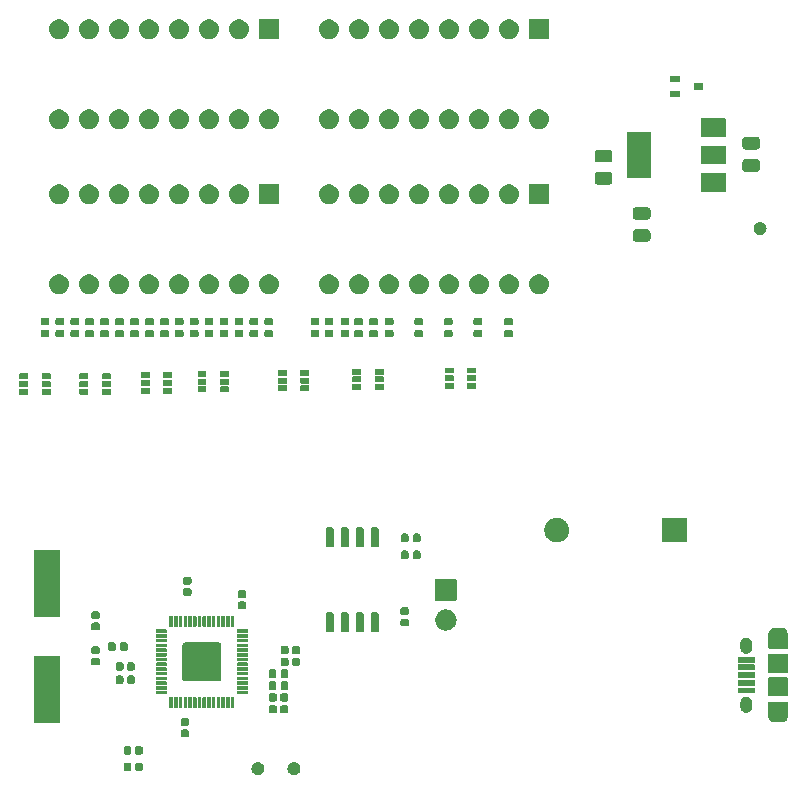
<source format=gbr>
%TF.GenerationSoftware,KiCad,Pcbnew,8.0.0-rc2*%
%TF.CreationDate,2024-01-29T17:44:33-08:00*%
%TF.ProjectId,fluke_884x_continuity_buzzer,666c756b-655f-4383-9834-785f636f6e74,REV1*%
%TF.SameCoordinates,Original*%
%TF.FileFunction,Soldermask,Top*%
%TF.FilePolarity,Negative*%
%FSLAX46Y46*%
G04 Gerber Fmt 4.6, Leading zero omitted, Abs format (unit mm)*
G04 Created by KiCad (PCBNEW 8.0.0-rc2) date 2024-01-29 17:44:33*
%MOMM*%
%LPD*%
G01*
G04 APERTURE LIST*
G04 APERTURE END LIST*
G36*
X22082609Y-68417775D02*
G01*
X22215500Y-68472820D01*
X22329616Y-68560384D01*
X22417180Y-68674500D01*
X22472225Y-68807391D01*
X22491000Y-68950000D01*
X22472225Y-69092609D01*
X22417180Y-69225500D01*
X22329616Y-69339616D01*
X22215500Y-69427180D01*
X22082609Y-69482225D01*
X21940000Y-69501000D01*
X21797391Y-69482225D01*
X21664500Y-69427180D01*
X21550384Y-69339616D01*
X21462820Y-69225500D01*
X21407775Y-69092609D01*
X21389000Y-68950000D01*
X21407775Y-68807391D01*
X21462820Y-68674500D01*
X21550384Y-68560384D01*
X21664500Y-68472820D01*
X21797391Y-68417775D01*
X21940000Y-68399000D01*
X22082609Y-68417775D01*
G37*
G36*
X25132609Y-68417775D02*
G01*
X25265500Y-68472820D01*
X25379616Y-68560384D01*
X25467180Y-68674500D01*
X25522225Y-68807391D01*
X25541000Y-68950000D01*
X25522225Y-69092609D01*
X25467180Y-69225500D01*
X25379616Y-69339616D01*
X25265500Y-69427180D01*
X25132609Y-69482225D01*
X24990000Y-69501000D01*
X24847391Y-69482225D01*
X24714500Y-69427180D01*
X24600384Y-69339616D01*
X24512820Y-69225500D01*
X24457775Y-69092609D01*
X24439000Y-68950000D01*
X24457775Y-68807391D01*
X24512820Y-68674500D01*
X24600384Y-68560384D01*
X24714500Y-68472820D01*
X24847391Y-68417775D01*
X24990000Y-68399000D01*
X25132609Y-68417775D01*
G37*
G36*
X11108093Y-68453539D02*
G01*
X11170057Y-68494943D01*
X11211461Y-68556907D01*
X11226000Y-68630000D01*
X11226000Y-68970000D01*
X11211461Y-69043093D01*
X11170057Y-69105057D01*
X11108093Y-69146461D01*
X11035000Y-69161000D01*
X10755000Y-69161000D01*
X10681907Y-69146461D01*
X10619943Y-69105057D01*
X10578539Y-69043093D01*
X10564000Y-68970000D01*
X10564000Y-68630000D01*
X10578539Y-68556907D01*
X10619943Y-68494943D01*
X10681907Y-68453539D01*
X10755000Y-68439000D01*
X11035000Y-68439000D01*
X11108093Y-68453539D01*
G37*
G36*
X12068093Y-68453539D02*
G01*
X12130057Y-68494943D01*
X12171461Y-68556907D01*
X12186000Y-68630000D01*
X12186000Y-68970000D01*
X12171461Y-69043093D01*
X12130057Y-69105057D01*
X12068093Y-69146461D01*
X11995000Y-69161000D01*
X11715000Y-69161000D01*
X11641907Y-69146461D01*
X11579943Y-69105057D01*
X11538539Y-69043093D01*
X11524000Y-68970000D01*
X11524000Y-68630000D01*
X11538539Y-68556907D01*
X11579943Y-68494943D01*
X11641907Y-68453539D01*
X11715000Y-68439000D01*
X11995000Y-68439000D01*
X12068093Y-68453539D01*
G37*
G36*
X11108093Y-67053539D02*
G01*
X11170057Y-67094943D01*
X11211461Y-67156907D01*
X11226000Y-67230000D01*
X11226000Y-67570000D01*
X11211461Y-67643093D01*
X11170057Y-67705057D01*
X11108093Y-67746461D01*
X11035000Y-67761000D01*
X10755000Y-67761000D01*
X10681907Y-67746461D01*
X10619943Y-67705057D01*
X10578539Y-67643093D01*
X10564000Y-67570000D01*
X10564000Y-67230000D01*
X10578539Y-67156907D01*
X10619943Y-67094943D01*
X10681907Y-67053539D01*
X10755000Y-67039000D01*
X11035000Y-67039000D01*
X11108093Y-67053539D01*
G37*
G36*
X12068093Y-67053539D02*
G01*
X12130057Y-67094943D01*
X12171461Y-67156907D01*
X12186000Y-67230000D01*
X12186000Y-67570000D01*
X12171461Y-67643093D01*
X12130057Y-67705057D01*
X12068093Y-67746461D01*
X11995000Y-67761000D01*
X11715000Y-67761000D01*
X11641907Y-67746461D01*
X11579943Y-67705057D01*
X11538539Y-67643093D01*
X11524000Y-67570000D01*
X11524000Y-67230000D01*
X11538539Y-67156907D01*
X11579943Y-67094943D01*
X11641907Y-67053539D01*
X11715000Y-67039000D01*
X11995000Y-67039000D01*
X12068093Y-67053539D01*
G37*
G36*
X16003093Y-65643539D02*
G01*
X16065057Y-65684943D01*
X16106461Y-65746907D01*
X16121000Y-65820000D01*
X16121000Y-66100000D01*
X16106461Y-66173093D01*
X16065057Y-66235057D01*
X16003093Y-66276461D01*
X15930000Y-66291000D01*
X15590000Y-66291000D01*
X15516907Y-66276461D01*
X15454943Y-66235057D01*
X15413539Y-66173093D01*
X15399000Y-66100000D01*
X15399000Y-65820000D01*
X15413539Y-65746907D01*
X15454943Y-65684943D01*
X15516907Y-65643539D01*
X15590000Y-65629000D01*
X15930000Y-65629000D01*
X16003093Y-65643539D01*
G37*
G36*
X16003093Y-64683539D02*
G01*
X16065057Y-64724943D01*
X16106461Y-64786907D01*
X16121000Y-64860000D01*
X16121000Y-65140000D01*
X16106461Y-65213093D01*
X16065057Y-65275057D01*
X16003093Y-65316461D01*
X15930000Y-65331000D01*
X15590000Y-65331000D01*
X15516907Y-65316461D01*
X15454943Y-65275057D01*
X15413539Y-65213093D01*
X15399000Y-65140000D01*
X15399000Y-64860000D01*
X15413539Y-64786907D01*
X15454943Y-64724943D01*
X15516907Y-64683539D01*
X15590000Y-64669000D01*
X15930000Y-64669000D01*
X16003093Y-64683539D01*
G37*
G36*
X5152317Y-59409282D02*
G01*
X5168862Y-59420338D01*
X5179918Y-59436883D01*
X5183800Y-59456400D01*
X5183800Y-65056400D01*
X5179918Y-65075917D01*
X5168862Y-65092462D01*
X5152317Y-65103518D01*
X5132800Y-65107400D01*
X3032800Y-65107400D01*
X3013283Y-65103518D01*
X2996738Y-65092462D01*
X2985682Y-65075917D01*
X2981800Y-65056400D01*
X2981800Y-59456400D01*
X2985682Y-59436883D01*
X2996738Y-59420338D01*
X3013283Y-59409282D01*
X3032800Y-59405400D01*
X5132800Y-59405400D01*
X5152317Y-59409282D01*
G37*
G36*
X66784517Y-63290382D02*
G01*
X66801062Y-63301438D01*
X66812118Y-63317983D01*
X66816000Y-63337500D01*
X66816000Y-64537500D01*
X66812118Y-64557017D01*
X66811757Y-64557557D01*
X66811757Y-64602241D01*
X66778244Y-64727311D01*
X66713503Y-64839446D01*
X66621946Y-64931003D01*
X66509811Y-64995744D01*
X66384741Y-65029257D01*
X65660000Y-65033500D01*
X65595259Y-65029257D01*
X65470189Y-64995744D01*
X65358054Y-64931003D01*
X65266497Y-64839446D01*
X65201756Y-64727311D01*
X65168243Y-64602241D01*
X65168243Y-64557557D01*
X65167882Y-64557017D01*
X65164000Y-64537500D01*
X65164000Y-63337500D01*
X65167882Y-63317983D01*
X65178938Y-63301438D01*
X65195483Y-63290382D01*
X65215000Y-63286500D01*
X66765000Y-63286500D01*
X66784517Y-63290382D01*
G37*
G36*
X23416893Y-63568939D02*
G01*
X23478857Y-63610343D01*
X23520261Y-63672307D01*
X23534800Y-63745400D01*
X23534800Y-64085400D01*
X23520261Y-64158493D01*
X23478857Y-64220457D01*
X23416893Y-64261861D01*
X23343800Y-64276400D01*
X23063800Y-64276400D01*
X22990707Y-64261861D01*
X22928743Y-64220457D01*
X22887339Y-64158493D01*
X22872800Y-64085400D01*
X22872800Y-63745400D01*
X22887339Y-63672307D01*
X22928743Y-63610343D01*
X22990707Y-63568939D01*
X23063800Y-63554400D01*
X23343800Y-63554400D01*
X23416893Y-63568939D01*
G37*
G36*
X24376893Y-63568939D02*
G01*
X24438857Y-63610343D01*
X24480261Y-63672307D01*
X24494800Y-63745400D01*
X24494800Y-64085400D01*
X24480261Y-64158493D01*
X24438857Y-64220457D01*
X24376893Y-64261861D01*
X24303800Y-64276400D01*
X24023800Y-64276400D01*
X23950707Y-64261861D01*
X23888743Y-64220457D01*
X23847339Y-64158493D01*
X23832800Y-64085400D01*
X23832800Y-63745400D01*
X23847339Y-63672307D01*
X23888743Y-63610343D01*
X23950707Y-63568939D01*
X24023800Y-63554400D01*
X24303800Y-63554400D01*
X24376893Y-63568939D01*
G37*
G36*
X63491291Y-62901539D02*
G01*
X63610209Y-62970196D01*
X63707304Y-63067291D01*
X63775961Y-63186209D01*
X63811500Y-63318843D01*
X63816000Y-63687500D01*
X63811500Y-63756157D01*
X63775961Y-63888791D01*
X63707304Y-64007709D01*
X63610209Y-64104804D01*
X63491291Y-64173461D01*
X63358657Y-64209000D01*
X63221343Y-64209000D01*
X63088709Y-64173461D01*
X62969791Y-64104804D01*
X62872696Y-64007709D01*
X62804039Y-63888791D01*
X62768500Y-63756157D01*
X62764000Y-63387500D01*
X62768500Y-63318843D01*
X62804039Y-63186209D01*
X62872696Y-63067291D01*
X62969791Y-62970196D01*
X63088709Y-62901539D01*
X63221343Y-62866000D01*
X63358657Y-62866000D01*
X63491291Y-62901539D01*
G37*
G36*
X14687451Y-62872088D02*
G01*
X14720218Y-62893982D01*
X14742112Y-62926749D01*
X14749800Y-62965400D01*
X14749800Y-63740400D01*
X14742112Y-63779051D01*
X14720218Y-63811818D01*
X14687451Y-63833712D01*
X14648800Y-63841400D01*
X14548800Y-63841400D01*
X14510149Y-63833712D01*
X14477382Y-63811818D01*
X14455488Y-63779051D01*
X14447800Y-63740400D01*
X14447800Y-62965400D01*
X14455488Y-62926749D01*
X14477382Y-62893982D01*
X14510149Y-62872088D01*
X14548800Y-62864400D01*
X14648800Y-62864400D01*
X14687451Y-62872088D01*
G37*
G36*
X15087451Y-62872088D02*
G01*
X15120218Y-62893982D01*
X15142112Y-62926749D01*
X15149800Y-62965400D01*
X15149800Y-63740400D01*
X15142112Y-63779051D01*
X15120218Y-63811818D01*
X15087451Y-63833712D01*
X15048800Y-63841400D01*
X14948800Y-63841400D01*
X14910149Y-63833712D01*
X14877382Y-63811818D01*
X14855488Y-63779051D01*
X14847800Y-63740400D01*
X14847800Y-62965400D01*
X14855488Y-62926749D01*
X14877382Y-62893982D01*
X14910149Y-62872088D01*
X14948800Y-62864400D01*
X15048800Y-62864400D01*
X15087451Y-62872088D01*
G37*
G36*
X15487451Y-62872088D02*
G01*
X15520218Y-62893982D01*
X15542112Y-62926749D01*
X15549800Y-62965400D01*
X15549800Y-63740400D01*
X15542112Y-63779051D01*
X15520218Y-63811818D01*
X15487451Y-63833712D01*
X15448800Y-63841400D01*
X15348800Y-63841400D01*
X15310149Y-63833712D01*
X15277382Y-63811818D01*
X15255488Y-63779051D01*
X15247800Y-63740400D01*
X15247800Y-62965400D01*
X15255488Y-62926749D01*
X15277382Y-62893982D01*
X15310149Y-62872088D01*
X15348800Y-62864400D01*
X15448800Y-62864400D01*
X15487451Y-62872088D01*
G37*
G36*
X15887451Y-62872088D02*
G01*
X15920218Y-62893982D01*
X15942112Y-62926749D01*
X15949800Y-62965400D01*
X15949800Y-63740400D01*
X15942112Y-63779051D01*
X15920218Y-63811818D01*
X15887451Y-63833712D01*
X15848800Y-63841400D01*
X15748800Y-63841400D01*
X15710149Y-63833712D01*
X15677382Y-63811818D01*
X15655488Y-63779051D01*
X15647800Y-63740400D01*
X15647800Y-62965400D01*
X15655488Y-62926749D01*
X15677382Y-62893982D01*
X15710149Y-62872088D01*
X15748800Y-62864400D01*
X15848800Y-62864400D01*
X15887451Y-62872088D01*
G37*
G36*
X16287451Y-62872088D02*
G01*
X16320218Y-62893982D01*
X16342112Y-62926749D01*
X16349800Y-62965400D01*
X16349800Y-63740400D01*
X16342112Y-63779051D01*
X16320218Y-63811818D01*
X16287451Y-63833712D01*
X16248800Y-63841400D01*
X16148800Y-63841400D01*
X16110149Y-63833712D01*
X16077382Y-63811818D01*
X16055488Y-63779051D01*
X16047800Y-63740400D01*
X16047800Y-62965400D01*
X16055488Y-62926749D01*
X16077382Y-62893982D01*
X16110149Y-62872088D01*
X16148800Y-62864400D01*
X16248800Y-62864400D01*
X16287451Y-62872088D01*
G37*
G36*
X16687451Y-62872088D02*
G01*
X16720218Y-62893982D01*
X16742112Y-62926749D01*
X16749800Y-62965400D01*
X16749800Y-63740400D01*
X16742112Y-63779051D01*
X16720218Y-63811818D01*
X16687451Y-63833712D01*
X16648800Y-63841400D01*
X16548800Y-63841400D01*
X16510149Y-63833712D01*
X16477382Y-63811818D01*
X16455488Y-63779051D01*
X16447800Y-63740400D01*
X16447800Y-62965400D01*
X16455488Y-62926749D01*
X16477382Y-62893982D01*
X16510149Y-62872088D01*
X16548800Y-62864400D01*
X16648800Y-62864400D01*
X16687451Y-62872088D01*
G37*
G36*
X17087451Y-62872088D02*
G01*
X17120218Y-62893982D01*
X17142112Y-62926749D01*
X17149800Y-62965400D01*
X17149800Y-63740400D01*
X17142112Y-63779051D01*
X17120218Y-63811818D01*
X17087451Y-63833712D01*
X17048800Y-63841400D01*
X16948800Y-63841400D01*
X16910149Y-63833712D01*
X16877382Y-63811818D01*
X16855488Y-63779051D01*
X16847800Y-63740400D01*
X16847800Y-62965400D01*
X16855488Y-62926749D01*
X16877382Y-62893982D01*
X16910149Y-62872088D01*
X16948800Y-62864400D01*
X17048800Y-62864400D01*
X17087451Y-62872088D01*
G37*
G36*
X17487451Y-62872088D02*
G01*
X17520218Y-62893982D01*
X17542112Y-62926749D01*
X17549800Y-62965400D01*
X17549800Y-63740400D01*
X17542112Y-63779051D01*
X17520218Y-63811818D01*
X17487451Y-63833712D01*
X17448800Y-63841400D01*
X17348800Y-63841400D01*
X17310149Y-63833712D01*
X17277382Y-63811818D01*
X17255488Y-63779051D01*
X17247800Y-63740400D01*
X17247800Y-62965400D01*
X17255488Y-62926749D01*
X17277382Y-62893982D01*
X17310149Y-62872088D01*
X17348800Y-62864400D01*
X17448800Y-62864400D01*
X17487451Y-62872088D01*
G37*
G36*
X17887451Y-62872088D02*
G01*
X17920218Y-62893982D01*
X17942112Y-62926749D01*
X17949800Y-62965400D01*
X17949800Y-63740400D01*
X17942112Y-63779051D01*
X17920218Y-63811818D01*
X17887451Y-63833712D01*
X17848800Y-63841400D01*
X17748800Y-63841400D01*
X17710149Y-63833712D01*
X17677382Y-63811818D01*
X17655488Y-63779051D01*
X17647800Y-63740400D01*
X17647800Y-62965400D01*
X17655488Y-62926749D01*
X17677382Y-62893982D01*
X17710149Y-62872088D01*
X17748800Y-62864400D01*
X17848800Y-62864400D01*
X17887451Y-62872088D01*
G37*
G36*
X18287451Y-62872088D02*
G01*
X18320218Y-62893982D01*
X18342112Y-62926749D01*
X18349800Y-62965400D01*
X18349800Y-63740400D01*
X18342112Y-63779051D01*
X18320218Y-63811818D01*
X18287451Y-63833712D01*
X18248800Y-63841400D01*
X18148800Y-63841400D01*
X18110149Y-63833712D01*
X18077382Y-63811818D01*
X18055488Y-63779051D01*
X18047800Y-63740400D01*
X18047800Y-62965400D01*
X18055488Y-62926749D01*
X18077382Y-62893982D01*
X18110149Y-62872088D01*
X18148800Y-62864400D01*
X18248800Y-62864400D01*
X18287451Y-62872088D01*
G37*
G36*
X18687451Y-62872088D02*
G01*
X18720218Y-62893982D01*
X18742112Y-62926749D01*
X18749800Y-62965400D01*
X18749800Y-63740400D01*
X18742112Y-63779051D01*
X18720218Y-63811818D01*
X18687451Y-63833712D01*
X18648800Y-63841400D01*
X18548800Y-63841400D01*
X18510149Y-63833712D01*
X18477382Y-63811818D01*
X18455488Y-63779051D01*
X18447800Y-63740400D01*
X18447800Y-62965400D01*
X18455488Y-62926749D01*
X18477382Y-62893982D01*
X18510149Y-62872088D01*
X18548800Y-62864400D01*
X18648800Y-62864400D01*
X18687451Y-62872088D01*
G37*
G36*
X19087451Y-62872088D02*
G01*
X19120218Y-62893982D01*
X19142112Y-62926749D01*
X19149800Y-62965400D01*
X19149800Y-63740400D01*
X19142112Y-63779051D01*
X19120218Y-63811818D01*
X19087451Y-63833712D01*
X19048800Y-63841400D01*
X18948800Y-63841400D01*
X18910149Y-63833712D01*
X18877382Y-63811818D01*
X18855488Y-63779051D01*
X18847800Y-63740400D01*
X18847800Y-62965400D01*
X18855488Y-62926749D01*
X18877382Y-62893982D01*
X18910149Y-62872088D01*
X18948800Y-62864400D01*
X19048800Y-62864400D01*
X19087451Y-62872088D01*
G37*
G36*
X19487451Y-62872088D02*
G01*
X19520218Y-62893982D01*
X19542112Y-62926749D01*
X19549800Y-62965400D01*
X19549800Y-63740400D01*
X19542112Y-63779051D01*
X19520218Y-63811818D01*
X19487451Y-63833712D01*
X19448800Y-63841400D01*
X19348800Y-63841400D01*
X19310149Y-63833712D01*
X19277382Y-63811818D01*
X19255488Y-63779051D01*
X19247800Y-63740400D01*
X19247800Y-62965400D01*
X19255488Y-62926749D01*
X19277382Y-62893982D01*
X19310149Y-62872088D01*
X19348800Y-62864400D01*
X19448800Y-62864400D01*
X19487451Y-62872088D01*
G37*
G36*
X19887451Y-62872088D02*
G01*
X19920218Y-62893982D01*
X19942112Y-62926749D01*
X19949800Y-62965400D01*
X19949800Y-63740400D01*
X19942112Y-63779051D01*
X19920218Y-63811818D01*
X19887451Y-63833712D01*
X19848800Y-63841400D01*
X19748800Y-63841400D01*
X19710149Y-63833712D01*
X19677382Y-63811818D01*
X19655488Y-63779051D01*
X19647800Y-63740400D01*
X19647800Y-62965400D01*
X19655488Y-62926749D01*
X19677382Y-62893982D01*
X19710149Y-62872088D01*
X19748800Y-62864400D01*
X19848800Y-62864400D01*
X19887451Y-62872088D01*
G37*
G36*
X23416893Y-62568939D02*
G01*
X23478857Y-62610343D01*
X23520261Y-62672307D01*
X23534800Y-62745400D01*
X23534800Y-63085400D01*
X23520261Y-63158493D01*
X23478857Y-63220457D01*
X23416893Y-63261861D01*
X23343800Y-63276400D01*
X23063800Y-63276400D01*
X22990707Y-63261861D01*
X22928743Y-63220457D01*
X22887339Y-63158493D01*
X22872800Y-63085400D01*
X22872800Y-62745400D01*
X22887339Y-62672307D01*
X22928743Y-62610343D01*
X22990707Y-62568939D01*
X23063800Y-62554400D01*
X23343800Y-62554400D01*
X23416893Y-62568939D01*
G37*
G36*
X24376893Y-62568939D02*
G01*
X24438857Y-62610343D01*
X24480261Y-62672307D01*
X24494800Y-62745400D01*
X24494800Y-63085400D01*
X24480261Y-63158493D01*
X24438857Y-63220457D01*
X24376893Y-63261861D01*
X24303800Y-63276400D01*
X24023800Y-63276400D01*
X23950707Y-63261861D01*
X23888743Y-63220457D01*
X23847339Y-63158493D01*
X23832800Y-63085400D01*
X23832800Y-62745400D01*
X23847339Y-62672307D01*
X23888743Y-62610343D01*
X23950707Y-62568939D01*
X24023800Y-62554400D01*
X24303800Y-62554400D01*
X24376893Y-62568939D01*
G37*
G36*
X66784517Y-61240382D02*
G01*
X66801062Y-61251438D01*
X66812118Y-61267983D01*
X66816000Y-61287500D01*
X66816000Y-62787500D01*
X66812118Y-62807017D01*
X66801062Y-62823562D01*
X66784517Y-62834618D01*
X66765000Y-62838500D01*
X65215000Y-62838500D01*
X65195483Y-62834618D01*
X65178938Y-62823562D01*
X65167882Y-62807017D01*
X65164000Y-62787500D01*
X65164000Y-61287500D01*
X65167882Y-61267983D01*
X65178938Y-61251438D01*
X65195483Y-61240382D01*
X65215000Y-61236500D01*
X66765000Y-61236500D01*
X66784517Y-61240382D01*
G37*
G36*
X14187451Y-62372088D02*
G01*
X14220218Y-62393982D01*
X14242112Y-62426749D01*
X14249800Y-62465400D01*
X14249800Y-62565400D01*
X14242112Y-62604051D01*
X14220218Y-62636818D01*
X14187451Y-62658712D01*
X14148800Y-62666400D01*
X13373800Y-62666400D01*
X13335149Y-62658712D01*
X13302382Y-62636818D01*
X13280488Y-62604051D01*
X13272800Y-62565400D01*
X13272800Y-62465400D01*
X13280488Y-62426749D01*
X13302382Y-62393982D01*
X13335149Y-62372088D01*
X13373800Y-62364400D01*
X14148800Y-62364400D01*
X14187451Y-62372088D01*
G37*
G36*
X21062451Y-62372088D02*
G01*
X21095218Y-62393982D01*
X21117112Y-62426749D01*
X21124800Y-62465400D01*
X21124800Y-62565400D01*
X21117112Y-62604051D01*
X21095218Y-62636818D01*
X21062451Y-62658712D01*
X21023800Y-62666400D01*
X20248800Y-62666400D01*
X20210149Y-62658712D01*
X20177382Y-62636818D01*
X20155488Y-62604051D01*
X20147800Y-62565400D01*
X20147800Y-62465400D01*
X20155488Y-62426749D01*
X20177382Y-62393982D01*
X20210149Y-62372088D01*
X20248800Y-62364400D01*
X21023800Y-62364400D01*
X21062451Y-62372088D01*
G37*
G36*
X63984517Y-62090382D02*
G01*
X64001062Y-62101438D01*
X64012118Y-62117983D01*
X64016000Y-62137500D01*
X64016000Y-62537500D01*
X64012118Y-62557017D01*
X64001062Y-62573562D01*
X63984517Y-62584618D01*
X63965000Y-62588500D01*
X62615000Y-62588500D01*
X62595483Y-62584618D01*
X62578938Y-62573562D01*
X62567882Y-62557017D01*
X62564000Y-62537500D01*
X62564000Y-62137500D01*
X62567882Y-62117983D01*
X62578938Y-62101438D01*
X62595483Y-62090382D01*
X62615000Y-62086500D01*
X63965000Y-62086500D01*
X63984517Y-62090382D01*
G37*
G36*
X23379979Y-61558558D02*
G01*
X23440322Y-61598878D01*
X23480642Y-61659221D01*
X23494800Y-61730400D01*
X23494800Y-62100400D01*
X23480642Y-62171579D01*
X23440322Y-62231922D01*
X23379979Y-62272242D01*
X23308800Y-62286400D01*
X23038800Y-62286400D01*
X22967621Y-62272242D01*
X22907278Y-62231922D01*
X22866958Y-62171579D01*
X22852800Y-62100400D01*
X22852800Y-61730400D01*
X22866958Y-61659221D01*
X22907278Y-61598878D01*
X22967621Y-61558558D01*
X23038800Y-61544400D01*
X23308800Y-61544400D01*
X23379979Y-61558558D01*
G37*
G36*
X24399979Y-61558558D02*
G01*
X24460322Y-61598878D01*
X24500642Y-61659221D01*
X24514800Y-61730400D01*
X24514800Y-62100400D01*
X24500642Y-62171579D01*
X24460322Y-62231922D01*
X24399979Y-62272242D01*
X24328800Y-62286400D01*
X24058800Y-62286400D01*
X23987621Y-62272242D01*
X23927278Y-62231922D01*
X23886958Y-62171579D01*
X23872800Y-62100400D01*
X23872800Y-61730400D01*
X23886958Y-61659221D01*
X23927278Y-61598878D01*
X23987621Y-61558558D01*
X24058800Y-61544400D01*
X24328800Y-61544400D01*
X24399979Y-61558558D01*
G37*
G36*
X14187451Y-61972088D02*
G01*
X14220218Y-61993982D01*
X14242112Y-62026749D01*
X14249800Y-62065400D01*
X14249800Y-62165400D01*
X14242112Y-62204051D01*
X14220218Y-62236818D01*
X14187451Y-62258712D01*
X14148800Y-62266400D01*
X13373800Y-62266400D01*
X13335149Y-62258712D01*
X13302382Y-62236818D01*
X13280488Y-62204051D01*
X13272800Y-62165400D01*
X13272800Y-62065400D01*
X13280488Y-62026749D01*
X13302382Y-61993982D01*
X13335149Y-61972088D01*
X13373800Y-61964400D01*
X14148800Y-61964400D01*
X14187451Y-61972088D01*
G37*
G36*
X21062451Y-61972088D02*
G01*
X21095218Y-61993982D01*
X21117112Y-62026749D01*
X21124800Y-62065400D01*
X21124800Y-62165400D01*
X21117112Y-62204051D01*
X21095218Y-62236818D01*
X21062451Y-62258712D01*
X21023800Y-62266400D01*
X20248800Y-62266400D01*
X20210149Y-62258712D01*
X20177382Y-62236818D01*
X20155488Y-62204051D01*
X20147800Y-62165400D01*
X20147800Y-62065400D01*
X20155488Y-62026749D01*
X20177382Y-61993982D01*
X20210149Y-61972088D01*
X20248800Y-61964400D01*
X21023800Y-61964400D01*
X21062451Y-61972088D01*
G37*
G36*
X63984517Y-61440382D02*
G01*
X64001062Y-61451438D01*
X64012118Y-61467983D01*
X64016000Y-61487500D01*
X64016000Y-61887500D01*
X64012118Y-61907017D01*
X64001062Y-61923562D01*
X63984517Y-61934618D01*
X63965000Y-61938500D01*
X62615000Y-61938500D01*
X62595483Y-61934618D01*
X62578938Y-61923562D01*
X62567882Y-61907017D01*
X62564000Y-61887500D01*
X62564000Y-61487500D01*
X62567882Y-61467983D01*
X62578938Y-61451438D01*
X62595483Y-61440382D01*
X62615000Y-61436500D01*
X63965000Y-61436500D01*
X63984517Y-61440382D01*
G37*
G36*
X14187451Y-61572088D02*
G01*
X14220218Y-61593982D01*
X14242112Y-61626749D01*
X14249800Y-61665400D01*
X14249800Y-61765400D01*
X14242112Y-61804051D01*
X14220218Y-61836818D01*
X14187451Y-61858712D01*
X14148800Y-61866400D01*
X13373800Y-61866400D01*
X13335149Y-61858712D01*
X13302382Y-61836818D01*
X13280488Y-61804051D01*
X13272800Y-61765400D01*
X13272800Y-61665400D01*
X13280488Y-61626749D01*
X13302382Y-61593982D01*
X13335149Y-61572088D01*
X13373800Y-61564400D01*
X14148800Y-61564400D01*
X14187451Y-61572088D01*
G37*
G36*
X21062451Y-61572088D02*
G01*
X21095218Y-61593982D01*
X21117112Y-61626749D01*
X21124800Y-61665400D01*
X21124800Y-61765400D01*
X21117112Y-61804051D01*
X21095218Y-61836818D01*
X21062451Y-61858712D01*
X21023800Y-61866400D01*
X20248800Y-61866400D01*
X20210149Y-61858712D01*
X20177382Y-61836818D01*
X20155488Y-61804051D01*
X20147800Y-61765400D01*
X20147800Y-61665400D01*
X20155488Y-61626749D01*
X20177382Y-61593982D01*
X20210149Y-61572088D01*
X20248800Y-61564400D01*
X21023800Y-61564400D01*
X21062451Y-61572088D01*
G37*
G36*
X10446893Y-61068939D02*
G01*
X10508857Y-61110343D01*
X10550261Y-61172307D01*
X10564800Y-61245400D01*
X10564800Y-61585400D01*
X10550261Y-61658493D01*
X10508857Y-61720457D01*
X10446893Y-61761861D01*
X10373800Y-61776400D01*
X10093800Y-61776400D01*
X10020707Y-61761861D01*
X9958743Y-61720457D01*
X9917339Y-61658493D01*
X9902800Y-61585400D01*
X9902800Y-61245400D01*
X9917339Y-61172307D01*
X9958743Y-61110343D01*
X10020707Y-61068939D01*
X10093800Y-61054400D01*
X10373800Y-61054400D01*
X10446893Y-61068939D01*
G37*
G36*
X11406893Y-61068939D02*
G01*
X11468857Y-61110343D01*
X11510261Y-61172307D01*
X11524800Y-61245400D01*
X11524800Y-61585400D01*
X11510261Y-61658493D01*
X11468857Y-61720457D01*
X11406893Y-61761861D01*
X11333800Y-61776400D01*
X11053800Y-61776400D01*
X10980707Y-61761861D01*
X10918743Y-61720457D01*
X10877339Y-61658493D01*
X10862800Y-61585400D01*
X10862800Y-61245400D01*
X10877339Y-61172307D01*
X10918743Y-61110343D01*
X10980707Y-61068939D01*
X11053800Y-61054400D01*
X11333800Y-61054400D01*
X11406893Y-61068939D01*
G37*
G36*
X18729423Y-58279243D02*
G01*
X18792686Y-58321514D01*
X18834957Y-58384777D01*
X18849800Y-58459400D01*
X18849800Y-61371400D01*
X18834957Y-61446023D01*
X18792686Y-61509286D01*
X18729423Y-61551557D01*
X18654800Y-61566400D01*
X15742800Y-61566400D01*
X15668177Y-61551557D01*
X15604914Y-61509286D01*
X15562643Y-61446023D01*
X15547800Y-61371400D01*
X15547800Y-58459400D01*
X15562643Y-58384777D01*
X15604914Y-58321514D01*
X15668177Y-58279243D01*
X15742800Y-58264400D01*
X18654800Y-58264400D01*
X18729423Y-58279243D01*
G37*
G36*
X14187451Y-61172088D02*
G01*
X14220218Y-61193982D01*
X14242112Y-61226749D01*
X14249800Y-61265400D01*
X14249800Y-61365400D01*
X14242112Y-61404051D01*
X14220218Y-61436818D01*
X14187451Y-61458712D01*
X14148800Y-61466400D01*
X13373800Y-61466400D01*
X13335149Y-61458712D01*
X13302382Y-61436818D01*
X13280488Y-61404051D01*
X13272800Y-61365400D01*
X13272800Y-61265400D01*
X13280488Y-61226749D01*
X13302382Y-61193982D01*
X13335149Y-61172088D01*
X13373800Y-61164400D01*
X14148800Y-61164400D01*
X14187451Y-61172088D01*
G37*
G36*
X21062451Y-61172088D02*
G01*
X21095218Y-61193982D01*
X21117112Y-61226749D01*
X21124800Y-61265400D01*
X21124800Y-61365400D01*
X21117112Y-61404051D01*
X21095218Y-61436818D01*
X21062451Y-61458712D01*
X21023800Y-61466400D01*
X20248800Y-61466400D01*
X20210149Y-61458712D01*
X20177382Y-61436818D01*
X20155488Y-61404051D01*
X20147800Y-61365400D01*
X20147800Y-61265400D01*
X20155488Y-61226749D01*
X20177382Y-61193982D01*
X20210149Y-61172088D01*
X20248800Y-61164400D01*
X21023800Y-61164400D01*
X21062451Y-61172088D01*
G37*
G36*
X63984517Y-60790382D02*
G01*
X64001062Y-60801438D01*
X64012118Y-60817983D01*
X64016000Y-60837500D01*
X64016000Y-61237500D01*
X64012118Y-61257017D01*
X64001062Y-61273562D01*
X63984517Y-61284618D01*
X63965000Y-61288500D01*
X62615000Y-61288500D01*
X62595483Y-61284618D01*
X62578938Y-61273562D01*
X62567882Y-61257017D01*
X62564000Y-61237500D01*
X62564000Y-60837500D01*
X62567882Y-60817983D01*
X62578938Y-60801438D01*
X62595483Y-60790382D01*
X62615000Y-60786500D01*
X63965000Y-60786500D01*
X63984517Y-60790382D01*
G37*
G36*
X23379979Y-60558558D02*
G01*
X23440322Y-60598878D01*
X23480642Y-60659221D01*
X23494800Y-60730400D01*
X23494800Y-61100400D01*
X23480642Y-61171579D01*
X23440322Y-61231922D01*
X23379979Y-61272242D01*
X23308800Y-61286400D01*
X23038800Y-61286400D01*
X22967621Y-61272242D01*
X22907278Y-61231922D01*
X22866958Y-61171579D01*
X22852800Y-61100400D01*
X22852800Y-60730400D01*
X22866958Y-60659221D01*
X22907278Y-60598878D01*
X22967621Y-60558558D01*
X23038800Y-60544400D01*
X23308800Y-60544400D01*
X23379979Y-60558558D01*
G37*
G36*
X24399979Y-60558558D02*
G01*
X24460322Y-60598878D01*
X24500642Y-60659221D01*
X24514800Y-60730400D01*
X24514800Y-61100400D01*
X24500642Y-61171579D01*
X24460322Y-61231922D01*
X24399979Y-61272242D01*
X24328800Y-61286400D01*
X24058800Y-61286400D01*
X23987621Y-61272242D01*
X23927278Y-61231922D01*
X23886958Y-61171579D01*
X23872800Y-61100400D01*
X23872800Y-60730400D01*
X23886958Y-60659221D01*
X23927278Y-60598878D01*
X23987621Y-60558558D01*
X24058800Y-60544400D01*
X24328800Y-60544400D01*
X24399979Y-60558558D01*
G37*
G36*
X14187451Y-60772088D02*
G01*
X14220218Y-60793982D01*
X14242112Y-60826749D01*
X14249800Y-60865400D01*
X14249800Y-60965400D01*
X14242112Y-61004051D01*
X14220218Y-61036818D01*
X14187451Y-61058712D01*
X14148800Y-61066400D01*
X13373800Y-61066400D01*
X13335149Y-61058712D01*
X13302382Y-61036818D01*
X13280488Y-61004051D01*
X13272800Y-60965400D01*
X13272800Y-60865400D01*
X13280488Y-60826749D01*
X13302382Y-60793982D01*
X13335149Y-60772088D01*
X13373800Y-60764400D01*
X14148800Y-60764400D01*
X14187451Y-60772088D01*
G37*
G36*
X21062451Y-60772088D02*
G01*
X21095218Y-60793982D01*
X21117112Y-60826749D01*
X21124800Y-60865400D01*
X21124800Y-60965400D01*
X21117112Y-61004051D01*
X21095218Y-61036818D01*
X21062451Y-61058712D01*
X21023800Y-61066400D01*
X20248800Y-61066400D01*
X20210149Y-61058712D01*
X20177382Y-61036818D01*
X20155488Y-61004051D01*
X20147800Y-60965400D01*
X20147800Y-60865400D01*
X20155488Y-60826749D01*
X20177382Y-60793982D01*
X20210149Y-60772088D01*
X20248800Y-60764400D01*
X21023800Y-60764400D01*
X21062451Y-60772088D01*
G37*
G36*
X66784517Y-59240382D02*
G01*
X66801062Y-59251438D01*
X66812118Y-59267983D01*
X66816000Y-59287500D01*
X66816000Y-60787500D01*
X66812118Y-60807017D01*
X66801062Y-60823562D01*
X66784517Y-60834618D01*
X66765000Y-60838500D01*
X65215000Y-60838500D01*
X65195483Y-60834618D01*
X65178938Y-60823562D01*
X65167882Y-60807017D01*
X65164000Y-60787500D01*
X65164000Y-59287500D01*
X65167882Y-59267983D01*
X65178938Y-59251438D01*
X65195483Y-59240382D01*
X65215000Y-59236500D01*
X66765000Y-59236500D01*
X66784517Y-59240382D01*
G37*
G36*
X14187451Y-60372088D02*
G01*
X14220218Y-60393982D01*
X14242112Y-60426749D01*
X14249800Y-60465400D01*
X14249800Y-60565400D01*
X14242112Y-60604051D01*
X14220218Y-60636818D01*
X14187451Y-60658712D01*
X14148800Y-60666400D01*
X13373800Y-60666400D01*
X13335149Y-60658712D01*
X13302382Y-60636818D01*
X13280488Y-60604051D01*
X13272800Y-60565400D01*
X13272800Y-60465400D01*
X13280488Y-60426749D01*
X13302382Y-60393982D01*
X13335149Y-60372088D01*
X13373800Y-60364400D01*
X14148800Y-60364400D01*
X14187451Y-60372088D01*
G37*
G36*
X21062451Y-60372088D02*
G01*
X21095218Y-60393982D01*
X21117112Y-60426749D01*
X21124800Y-60465400D01*
X21124800Y-60565400D01*
X21117112Y-60604051D01*
X21095218Y-60636818D01*
X21062451Y-60658712D01*
X21023800Y-60666400D01*
X20248800Y-60666400D01*
X20210149Y-60658712D01*
X20177382Y-60636818D01*
X20155488Y-60604051D01*
X20147800Y-60565400D01*
X20147800Y-60465400D01*
X20155488Y-60426749D01*
X20177382Y-60393982D01*
X20210149Y-60372088D01*
X20248800Y-60364400D01*
X21023800Y-60364400D01*
X21062451Y-60372088D01*
G37*
G36*
X10446893Y-59949939D02*
G01*
X10508857Y-59991343D01*
X10550261Y-60053307D01*
X10564800Y-60126400D01*
X10564800Y-60466400D01*
X10550261Y-60539493D01*
X10508857Y-60601457D01*
X10446893Y-60642861D01*
X10373800Y-60657400D01*
X10093800Y-60657400D01*
X10020707Y-60642861D01*
X9958743Y-60601457D01*
X9917339Y-60539493D01*
X9902800Y-60466400D01*
X9902800Y-60126400D01*
X9917339Y-60053307D01*
X9958743Y-59991343D01*
X10020707Y-59949939D01*
X10093800Y-59935400D01*
X10373800Y-59935400D01*
X10446893Y-59949939D01*
G37*
G36*
X11406893Y-59949939D02*
G01*
X11468857Y-59991343D01*
X11510261Y-60053307D01*
X11524800Y-60126400D01*
X11524800Y-60466400D01*
X11510261Y-60539493D01*
X11468857Y-60601457D01*
X11406893Y-60642861D01*
X11333800Y-60657400D01*
X11053800Y-60657400D01*
X10980707Y-60642861D01*
X10918743Y-60601457D01*
X10877339Y-60539493D01*
X10862800Y-60466400D01*
X10862800Y-60126400D01*
X10877339Y-60053307D01*
X10918743Y-59991343D01*
X10980707Y-59949939D01*
X11053800Y-59935400D01*
X11333800Y-59935400D01*
X11406893Y-59949939D01*
G37*
G36*
X63984517Y-60140382D02*
G01*
X64001062Y-60151438D01*
X64012118Y-60167983D01*
X64016000Y-60187500D01*
X64016000Y-60587500D01*
X64012118Y-60607017D01*
X64001062Y-60623562D01*
X63984517Y-60634618D01*
X63965000Y-60638500D01*
X62615000Y-60638500D01*
X62595483Y-60634618D01*
X62578938Y-60623562D01*
X62567882Y-60607017D01*
X62564000Y-60587500D01*
X62564000Y-60187500D01*
X62567882Y-60167983D01*
X62578938Y-60151438D01*
X62595483Y-60140382D01*
X62615000Y-60136500D01*
X63965000Y-60136500D01*
X63984517Y-60140382D01*
G37*
G36*
X24416893Y-59568939D02*
G01*
X24478857Y-59610343D01*
X24520261Y-59672307D01*
X24534800Y-59745400D01*
X24534800Y-60085400D01*
X24520261Y-60158493D01*
X24478857Y-60220457D01*
X24416893Y-60261861D01*
X24343800Y-60276400D01*
X24063800Y-60276400D01*
X23990707Y-60261861D01*
X23928743Y-60220457D01*
X23887339Y-60158493D01*
X23872800Y-60085400D01*
X23872800Y-59745400D01*
X23887339Y-59672307D01*
X23928743Y-59610343D01*
X23990707Y-59568939D01*
X24063800Y-59554400D01*
X24343800Y-59554400D01*
X24416893Y-59568939D01*
G37*
G36*
X25376893Y-59568939D02*
G01*
X25438857Y-59610343D01*
X25480261Y-59672307D01*
X25494800Y-59745400D01*
X25494800Y-60085400D01*
X25480261Y-60158493D01*
X25438857Y-60220457D01*
X25376893Y-60261861D01*
X25303800Y-60276400D01*
X25023800Y-60276400D01*
X24950707Y-60261861D01*
X24888743Y-60220457D01*
X24847339Y-60158493D01*
X24832800Y-60085400D01*
X24832800Y-59745400D01*
X24847339Y-59672307D01*
X24888743Y-59610343D01*
X24950707Y-59568939D01*
X25023800Y-59554400D01*
X25303800Y-59554400D01*
X25376893Y-59568939D01*
G37*
G36*
X14187451Y-59972088D02*
G01*
X14220218Y-59993982D01*
X14242112Y-60026749D01*
X14249800Y-60065400D01*
X14249800Y-60165400D01*
X14242112Y-60204051D01*
X14220218Y-60236818D01*
X14187451Y-60258712D01*
X14148800Y-60266400D01*
X13373800Y-60266400D01*
X13335149Y-60258712D01*
X13302382Y-60236818D01*
X13280488Y-60204051D01*
X13272800Y-60165400D01*
X13272800Y-60065400D01*
X13280488Y-60026749D01*
X13302382Y-59993982D01*
X13335149Y-59972088D01*
X13373800Y-59964400D01*
X14148800Y-59964400D01*
X14187451Y-59972088D01*
G37*
G36*
X21062451Y-59972088D02*
G01*
X21095218Y-59993982D01*
X21117112Y-60026749D01*
X21124800Y-60065400D01*
X21124800Y-60165400D01*
X21117112Y-60204051D01*
X21095218Y-60236818D01*
X21062451Y-60258712D01*
X21023800Y-60266400D01*
X20248800Y-60266400D01*
X20210149Y-60258712D01*
X20177382Y-60236818D01*
X20155488Y-60204051D01*
X20147800Y-60165400D01*
X20147800Y-60065400D01*
X20155488Y-60026749D01*
X20177382Y-59993982D01*
X20210149Y-59972088D01*
X20248800Y-59964400D01*
X21023800Y-59964400D01*
X21062451Y-59972088D01*
G37*
G36*
X8441893Y-59563939D02*
G01*
X8503857Y-59605343D01*
X8545261Y-59667307D01*
X8559800Y-59740400D01*
X8559800Y-60020400D01*
X8545261Y-60093493D01*
X8503857Y-60155457D01*
X8441893Y-60196861D01*
X8368800Y-60211400D01*
X8028800Y-60211400D01*
X7955707Y-60196861D01*
X7893743Y-60155457D01*
X7852339Y-60093493D01*
X7837800Y-60020400D01*
X7837800Y-59740400D01*
X7852339Y-59667307D01*
X7893743Y-59605343D01*
X7955707Y-59563939D01*
X8028800Y-59549400D01*
X8368800Y-59549400D01*
X8441893Y-59563939D01*
G37*
G36*
X63984517Y-59490382D02*
G01*
X64001062Y-59501438D01*
X64012118Y-59517983D01*
X64016000Y-59537500D01*
X64016000Y-59937500D01*
X64012118Y-59957017D01*
X64001062Y-59973562D01*
X63984517Y-59984618D01*
X63965000Y-59988500D01*
X62615000Y-59988500D01*
X62595483Y-59984618D01*
X62578938Y-59973562D01*
X62567882Y-59957017D01*
X62564000Y-59937500D01*
X62564000Y-59537500D01*
X62567882Y-59517983D01*
X62578938Y-59501438D01*
X62595483Y-59490382D01*
X62615000Y-59486500D01*
X63965000Y-59486500D01*
X63984517Y-59490382D01*
G37*
G36*
X14187451Y-59572088D02*
G01*
X14220218Y-59593982D01*
X14242112Y-59626749D01*
X14249800Y-59665400D01*
X14249800Y-59765400D01*
X14242112Y-59804051D01*
X14220218Y-59836818D01*
X14187451Y-59858712D01*
X14148800Y-59866400D01*
X13373800Y-59866400D01*
X13335149Y-59858712D01*
X13302382Y-59836818D01*
X13280488Y-59804051D01*
X13272800Y-59765400D01*
X13272800Y-59665400D01*
X13280488Y-59626749D01*
X13302382Y-59593982D01*
X13335149Y-59572088D01*
X13373800Y-59564400D01*
X14148800Y-59564400D01*
X14187451Y-59572088D01*
G37*
G36*
X21062451Y-59572088D02*
G01*
X21095218Y-59593982D01*
X21117112Y-59626749D01*
X21124800Y-59665400D01*
X21124800Y-59765400D01*
X21117112Y-59804051D01*
X21095218Y-59836818D01*
X21062451Y-59858712D01*
X21023800Y-59866400D01*
X20248800Y-59866400D01*
X20210149Y-59858712D01*
X20177382Y-59836818D01*
X20155488Y-59804051D01*
X20147800Y-59765400D01*
X20147800Y-59665400D01*
X20155488Y-59626749D01*
X20177382Y-59593982D01*
X20210149Y-59572088D01*
X20248800Y-59564400D01*
X21023800Y-59564400D01*
X21062451Y-59572088D01*
G37*
G36*
X14187451Y-59172088D02*
G01*
X14220218Y-59193982D01*
X14242112Y-59226749D01*
X14249800Y-59265400D01*
X14249800Y-59365400D01*
X14242112Y-59404051D01*
X14220218Y-59436818D01*
X14187451Y-59458712D01*
X14148800Y-59466400D01*
X13373800Y-59466400D01*
X13335149Y-59458712D01*
X13302382Y-59436818D01*
X13280488Y-59404051D01*
X13272800Y-59365400D01*
X13272800Y-59265400D01*
X13280488Y-59226749D01*
X13302382Y-59193982D01*
X13335149Y-59172088D01*
X13373800Y-59164400D01*
X14148800Y-59164400D01*
X14187451Y-59172088D01*
G37*
G36*
X21062451Y-59172088D02*
G01*
X21095218Y-59193982D01*
X21117112Y-59226749D01*
X21124800Y-59265400D01*
X21124800Y-59365400D01*
X21117112Y-59404051D01*
X21095218Y-59436818D01*
X21062451Y-59458712D01*
X21023800Y-59466400D01*
X20248800Y-59466400D01*
X20210149Y-59458712D01*
X20177382Y-59436818D01*
X20155488Y-59404051D01*
X20147800Y-59365400D01*
X20147800Y-59265400D01*
X20155488Y-59226749D01*
X20177382Y-59193982D01*
X20210149Y-59172088D01*
X20248800Y-59164400D01*
X21023800Y-59164400D01*
X21062451Y-59172088D01*
G37*
G36*
X24416893Y-58568939D02*
G01*
X24478857Y-58610343D01*
X24520261Y-58672307D01*
X24534800Y-58745400D01*
X24534800Y-59085400D01*
X24520261Y-59158493D01*
X24478857Y-59220457D01*
X24416893Y-59261861D01*
X24343800Y-59276400D01*
X24063800Y-59276400D01*
X23990707Y-59261861D01*
X23928743Y-59220457D01*
X23887339Y-59158493D01*
X23872800Y-59085400D01*
X23872800Y-58745400D01*
X23887339Y-58672307D01*
X23928743Y-58610343D01*
X23990707Y-58568939D01*
X24063800Y-58554400D01*
X24343800Y-58554400D01*
X24416893Y-58568939D01*
G37*
G36*
X25376893Y-58568939D02*
G01*
X25438857Y-58610343D01*
X25480261Y-58672307D01*
X25494800Y-58745400D01*
X25494800Y-59085400D01*
X25480261Y-59158493D01*
X25438857Y-59220457D01*
X25376893Y-59261861D01*
X25303800Y-59276400D01*
X25023800Y-59276400D01*
X24950707Y-59261861D01*
X24888743Y-59220457D01*
X24847339Y-59158493D01*
X24832800Y-59085400D01*
X24832800Y-58745400D01*
X24847339Y-58672307D01*
X24888743Y-58610343D01*
X24950707Y-58568939D01*
X25023800Y-58554400D01*
X25303800Y-58554400D01*
X25376893Y-58568939D01*
G37*
G36*
X8441893Y-58603939D02*
G01*
X8503857Y-58645343D01*
X8545261Y-58707307D01*
X8559800Y-58780400D01*
X8559800Y-59060400D01*
X8545261Y-59133493D01*
X8503857Y-59195457D01*
X8441893Y-59236861D01*
X8368800Y-59251400D01*
X8028800Y-59251400D01*
X7955707Y-59236861D01*
X7893743Y-59195457D01*
X7852339Y-59133493D01*
X7837800Y-59060400D01*
X7837800Y-58780400D01*
X7852339Y-58707307D01*
X7893743Y-58645343D01*
X7955707Y-58603939D01*
X8028800Y-58589400D01*
X8368800Y-58589400D01*
X8441893Y-58603939D01*
G37*
G36*
X63491291Y-57901539D02*
G01*
X63610209Y-57970196D01*
X63707304Y-58067291D01*
X63775961Y-58186209D01*
X63811500Y-58318843D01*
X63816000Y-58687500D01*
X63811500Y-58756157D01*
X63775961Y-58888791D01*
X63707304Y-59007709D01*
X63610209Y-59104804D01*
X63491291Y-59173461D01*
X63358657Y-59209000D01*
X63221343Y-59209000D01*
X63088709Y-59173461D01*
X62969791Y-59104804D01*
X62872696Y-59007709D01*
X62804039Y-58888791D01*
X62768500Y-58756157D01*
X62764000Y-58387500D01*
X62768500Y-58318843D01*
X62804039Y-58186209D01*
X62872696Y-58067291D01*
X62969791Y-57970196D01*
X63088709Y-57901539D01*
X63221343Y-57866000D01*
X63358657Y-57866000D01*
X63491291Y-57901539D01*
G37*
G36*
X14187451Y-58772088D02*
G01*
X14220218Y-58793982D01*
X14242112Y-58826749D01*
X14249800Y-58865400D01*
X14249800Y-58965400D01*
X14242112Y-59004051D01*
X14220218Y-59036818D01*
X14187451Y-59058712D01*
X14148800Y-59066400D01*
X13373800Y-59066400D01*
X13335149Y-59058712D01*
X13302382Y-59036818D01*
X13280488Y-59004051D01*
X13272800Y-58965400D01*
X13272800Y-58865400D01*
X13280488Y-58826749D01*
X13302382Y-58793982D01*
X13335149Y-58772088D01*
X13373800Y-58764400D01*
X14148800Y-58764400D01*
X14187451Y-58772088D01*
G37*
G36*
X21062451Y-58772088D02*
G01*
X21095218Y-58793982D01*
X21117112Y-58826749D01*
X21124800Y-58865400D01*
X21124800Y-58965400D01*
X21117112Y-59004051D01*
X21095218Y-59036818D01*
X21062451Y-59058712D01*
X21023800Y-59066400D01*
X20248800Y-59066400D01*
X20210149Y-59058712D01*
X20177382Y-59036818D01*
X20155488Y-59004051D01*
X20147800Y-58965400D01*
X20147800Y-58865400D01*
X20155488Y-58826749D01*
X20177382Y-58793982D01*
X20210149Y-58772088D01*
X20248800Y-58764400D01*
X21023800Y-58764400D01*
X21062451Y-58772088D01*
G37*
G36*
X9779979Y-58258558D02*
G01*
X9840322Y-58298878D01*
X9880642Y-58359221D01*
X9894800Y-58430400D01*
X9894800Y-58800400D01*
X9880642Y-58871579D01*
X9840322Y-58931922D01*
X9779979Y-58972242D01*
X9708800Y-58986400D01*
X9438800Y-58986400D01*
X9367621Y-58972242D01*
X9307278Y-58931922D01*
X9266958Y-58871579D01*
X9252800Y-58800400D01*
X9252800Y-58430400D01*
X9266958Y-58359221D01*
X9307278Y-58298878D01*
X9367621Y-58258558D01*
X9438800Y-58244400D01*
X9708800Y-58244400D01*
X9779979Y-58258558D01*
G37*
G36*
X10799979Y-58258558D02*
G01*
X10860322Y-58298878D01*
X10900642Y-58359221D01*
X10914800Y-58430400D01*
X10914800Y-58800400D01*
X10900642Y-58871579D01*
X10860322Y-58931922D01*
X10799979Y-58972242D01*
X10728800Y-58986400D01*
X10458800Y-58986400D01*
X10387621Y-58972242D01*
X10327278Y-58931922D01*
X10286958Y-58871579D01*
X10272800Y-58800400D01*
X10272800Y-58430400D01*
X10286958Y-58359221D01*
X10327278Y-58298878D01*
X10387621Y-58258558D01*
X10458800Y-58244400D01*
X10728800Y-58244400D01*
X10799979Y-58258558D01*
G37*
G36*
X66384741Y-57045743D02*
G01*
X66509811Y-57079256D01*
X66621946Y-57143997D01*
X66713503Y-57235554D01*
X66778244Y-57347689D01*
X66811757Y-57472759D01*
X66811757Y-57517442D01*
X66812118Y-57517983D01*
X66816000Y-57537500D01*
X66816000Y-58737500D01*
X66812118Y-58757017D01*
X66801062Y-58773562D01*
X66784517Y-58784618D01*
X66765000Y-58788500D01*
X65215000Y-58788500D01*
X65195483Y-58784618D01*
X65178938Y-58773562D01*
X65167882Y-58757017D01*
X65164000Y-58737500D01*
X65164000Y-57537500D01*
X65167882Y-57517983D01*
X65168243Y-57517442D01*
X65168243Y-57472759D01*
X65201756Y-57347689D01*
X65266497Y-57235554D01*
X65358054Y-57143997D01*
X65470189Y-57079256D01*
X65595259Y-57045743D01*
X66320000Y-57041500D01*
X66384741Y-57045743D01*
G37*
G36*
X14187451Y-58372088D02*
G01*
X14220218Y-58393982D01*
X14242112Y-58426749D01*
X14249800Y-58465400D01*
X14249800Y-58565400D01*
X14242112Y-58604051D01*
X14220218Y-58636818D01*
X14187451Y-58658712D01*
X14148800Y-58666400D01*
X13373800Y-58666400D01*
X13335149Y-58658712D01*
X13302382Y-58636818D01*
X13280488Y-58604051D01*
X13272800Y-58565400D01*
X13272800Y-58465400D01*
X13280488Y-58426749D01*
X13302382Y-58393982D01*
X13335149Y-58372088D01*
X13373800Y-58364400D01*
X14148800Y-58364400D01*
X14187451Y-58372088D01*
G37*
G36*
X21062451Y-58372088D02*
G01*
X21095218Y-58393982D01*
X21117112Y-58426749D01*
X21124800Y-58465400D01*
X21124800Y-58565400D01*
X21117112Y-58604051D01*
X21095218Y-58636818D01*
X21062451Y-58658712D01*
X21023800Y-58666400D01*
X20248800Y-58666400D01*
X20210149Y-58658712D01*
X20177382Y-58636818D01*
X20155488Y-58604051D01*
X20147800Y-58565400D01*
X20147800Y-58465400D01*
X20155488Y-58426749D01*
X20177382Y-58393982D01*
X20210149Y-58372088D01*
X20248800Y-58364400D01*
X21023800Y-58364400D01*
X21062451Y-58372088D01*
G37*
G36*
X14187451Y-57972088D02*
G01*
X14220218Y-57993982D01*
X14242112Y-58026749D01*
X14249800Y-58065400D01*
X14249800Y-58165400D01*
X14242112Y-58204051D01*
X14220218Y-58236818D01*
X14187451Y-58258712D01*
X14148800Y-58266400D01*
X13373800Y-58266400D01*
X13335149Y-58258712D01*
X13302382Y-58236818D01*
X13280488Y-58204051D01*
X13272800Y-58165400D01*
X13272800Y-58065400D01*
X13280488Y-58026749D01*
X13302382Y-57993982D01*
X13335149Y-57972088D01*
X13373800Y-57964400D01*
X14148800Y-57964400D01*
X14187451Y-57972088D01*
G37*
G36*
X21062451Y-57972088D02*
G01*
X21095218Y-57993982D01*
X21117112Y-58026749D01*
X21124800Y-58065400D01*
X21124800Y-58165400D01*
X21117112Y-58204051D01*
X21095218Y-58236818D01*
X21062451Y-58258712D01*
X21023800Y-58266400D01*
X20248800Y-58266400D01*
X20210149Y-58258712D01*
X20177382Y-58236818D01*
X20155488Y-58204051D01*
X20147800Y-58165400D01*
X20147800Y-58065400D01*
X20155488Y-58026749D01*
X20177382Y-57993982D01*
X20210149Y-57972088D01*
X20248800Y-57964400D01*
X21023800Y-57964400D01*
X21062451Y-57972088D01*
G37*
G36*
X14187451Y-57572088D02*
G01*
X14220218Y-57593982D01*
X14242112Y-57626749D01*
X14249800Y-57665400D01*
X14249800Y-57765400D01*
X14242112Y-57804051D01*
X14220218Y-57836818D01*
X14187451Y-57858712D01*
X14148800Y-57866400D01*
X13373800Y-57866400D01*
X13335149Y-57858712D01*
X13302382Y-57836818D01*
X13280488Y-57804051D01*
X13272800Y-57765400D01*
X13272800Y-57665400D01*
X13280488Y-57626749D01*
X13302382Y-57593982D01*
X13335149Y-57572088D01*
X13373800Y-57564400D01*
X14148800Y-57564400D01*
X14187451Y-57572088D01*
G37*
G36*
X21062451Y-57572088D02*
G01*
X21095218Y-57593982D01*
X21117112Y-57626749D01*
X21124800Y-57665400D01*
X21124800Y-57765400D01*
X21117112Y-57804051D01*
X21095218Y-57836818D01*
X21062451Y-57858712D01*
X21023800Y-57866400D01*
X20248800Y-57866400D01*
X20210149Y-57858712D01*
X20177382Y-57836818D01*
X20155488Y-57804051D01*
X20147800Y-57765400D01*
X20147800Y-57665400D01*
X20155488Y-57626749D01*
X20177382Y-57593982D01*
X20210149Y-57572088D01*
X20248800Y-57564400D01*
X21023800Y-57564400D01*
X21062451Y-57572088D01*
G37*
G36*
X14187451Y-57172088D02*
G01*
X14220218Y-57193982D01*
X14242112Y-57226749D01*
X14249800Y-57265400D01*
X14249800Y-57365400D01*
X14242112Y-57404051D01*
X14220218Y-57436818D01*
X14187451Y-57458712D01*
X14148800Y-57466400D01*
X13373800Y-57466400D01*
X13335149Y-57458712D01*
X13302382Y-57436818D01*
X13280488Y-57404051D01*
X13272800Y-57365400D01*
X13272800Y-57265400D01*
X13280488Y-57226749D01*
X13302382Y-57193982D01*
X13335149Y-57172088D01*
X13373800Y-57164400D01*
X14148800Y-57164400D01*
X14187451Y-57172088D01*
G37*
G36*
X21062451Y-57172088D02*
G01*
X21095218Y-57193982D01*
X21117112Y-57226749D01*
X21124800Y-57265400D01*
X21124800Y-57365400D01*
X21117112Y-57404051D01*
X21095218Y-57436818D01*
X21062451Y-57458712D01*
X21023800Y-57466400D01*
X20248800Y-57466400D01*
X20210149Y-57458712D01*
X20177382Y-57436818D01*
X20155488Y-57404051D01*
X20147800Y-57365400D01*
X20147800Y-57265400D01*
X20155488Y-57226749D01*
X20177382Y-57193982D01*
X20210149Y-57172088D01*
X20248800Y-57164400D01*
X21023800Y-57164400D01*
X21062451Y-57172088D01*
G37*
G36*
X28245719Y-55729700D02*
G01*
X28310928Y-55773272D01*
X28354500Y-55838481D01*
X28369800Y-55915400D01*
X28369800Y-57215400D01*
X28354500Y-57292319D01*
X28310928Y-57357528D01*
X28245719Y-57401100D01*
X28168800Y-57416400D01*
X27868800Y-57416400D01*
X27791881Y-57401100D01*
X27726672Y-57357528D01*
X27683100Y-57292319D01*
X27667800Y-57215400D01*
X27667800Y-55915400D01*
X27683100Y-55838481D01*
X27726672Y-55773272D01*
X27791881Y-55729700D01*
X27868800Y-55714400D01*
X28168800Y-55714400D01*
X28245719Y-55729700D01*
G37*
G36*
X29515719Y-55729700D02*
G01*
X29580928Y-55773272D01*
X29624500Y-55838481D01*
X29639800Y-55915400D01*
X29639800Y-57215400D01*
X29624500Y-57292319D01*
X29580928Y-57357528D01*
X29515719Y-57401100D01*
X29438800Y-57416400D01*
X29138800Y-57416400D01*
X29061881Y-57401100D01*
X28996672Y-57357528D01*
X28953100Y-57292319D01*
X28937800Y-57215400D01*
X28937800Y-55915400D01*
X28953100Y-55838481D01*
X28996672Y-55773272D01*
X29061881Y-55729700D01*
X29138800Y-55714400D01*
X29438800Y-55714400D01*
X29515719Y-55729700D01*
G37*
G36*
X30785719Y-55729700D02*
G01*
X30850928Y-55773272D01*
X30894500Y-55838481D01*
X30909800Y-55915400D01*
X30909800Y-57215400D01*
X30894500Y-57292319D01*
X30850928Y-57357528D01*
X30785719Y-57401100D01*
X30708800Y-57416400D01*
X30408800Y-57416400D01*
X30331881Y-57401100D01*
X30266672Y-57357528D01*
X30223100Y-57292319D01*
X30207800Y-57215400D01*
X30207800Y-55915400D01*
X30223100Y-55838481D01*
X30266672Y-55773272D01*
X30331881Y-55729700D01*
X30408800Y-55714400D01*
X30708800Y-55714400D01*
X30785719Y-55729700D01*
G37*
G36*
X32055719Y-55729700D02*
G01*
X32120928Y-55773272D01*
X32164500Y-55838481D01*
X32179800Y-55915400D01*
X32179800Y-57215400D01*
X32164500Y-57292319D01*
X32120928Y-57357528D01*
X32055719Y-57401100D01*
X31978800Y-57416400D01*
X31678800Y-57416400D01*
X31601881Y-57401100D01*
X31536672Y-57357528D01*
X31493100Y-57292319D01*
X31477800Y-57215400D01*
X31477800Y-55915400D01*
X31493100Y-55838481D01*
X31536672Y-55773272D01*
X31601881Y-55729700D01*
X31678800Y-55714400D01*
X31978800Y-55714400D01*
X32055719Y-55729700D01*
G37*
G36*
X37907913Y-55468936D02*
G01*
X37954180Y-55468936D01*
X37994129Y-55477427D01*
X38035733Y-55481525D01*
X38087998Y-55497379D01*
X38138424Y-55508098D01*
X38170694Y-55522465D01*
X38204712Y-55532785D01*
X38258767Y-55561678D01*
X38310500Y-55584711D01*
X38334551Y-55602185D01*
X38360447Y-55616027D01*
X38413271Y-55659378D01*
X38462887Y-55695427D01*
X38478996Y-55713318D01*
X38496948Y-55728051D01*
X38545188Y-55786831D01*
X38588924Y-55835405D01*
X38598111Y-55851319D01*
X38608972Y-55864552D01*
X38649149Y-55939719D01*
X38683104Y-55998530D01*
X38687009Y-56010550D01*
X38692214Y-56020287D01*
X38720913Y-56114896D01*
X38741311Y-56177672D01*
X38742028Y-56184502D01*
X38743474Y-56189266D01*
X38757536Y-56332042D01*
X38761000Y-56365000D01*
X38757535Y-56397959D01*
X38743474Y-56540733D01*
X38742029Y-56545496D01*
X38741311Y-56552328D01*
X38720909Y-56615117D01*
X38692214Y-56709712D01*
X38687010Y-56719447D01*
X38683104Y-56731470D01*
X38649142Y-56790293D01*
X38608972Y-56865447D01*
X38598113Y-56878677D01*
X38588924Y-56894595D01*
X38545178Y-56943178D01*
X38496948Y-57001948D01*
X38479000Y-57016677D01*
X38462887Y-57034573D01*
X38413260Y-57070628D01*
X38360447Y-57113972D01*
X38334557Y-57127810D01*
X38310500Y-57145289D01*
X38258756Y-57168326D01*
X38204712Y-57197214D01*
X38170701Y-57207531D01*
X38138424Y-57221902D01*
X38087987Y-57232622D01*
X38035733Y-57248474D01*
X37994138Y-57252570D01*
X37954180Y-57261064D01*
X37907903Y-57261064D01*
X37860000Y-57265782D01*
X37812097Y-57261064D01*
X37765820Y-57261064D01*
X37725862Y-57252570D01*
X37684266Y-57248474D01*
X37632009Y-57232621D01*
X37581576Y-57221902D01*
X37549300Y-57207532D01*
X37515287Y-57197214D01*
X37461237Y-57168323D01*
X37409500Y-57145289D01*
X37385445Y-57127812D01*
X37359552Y-57113972D01*
X37306730Y-57070622D01*
X37257113Y-57034573D01*
X37241002Y-57016680D01*
X37223051Y-57001948D01*
X37174809Y-56943166D01*
X37131076Y-56894595D01*
X37121888Y-56878681D01*
X37111027Y-56865447D01*
X37070844Y-56790269D01*
X37036896Y-56731470D01*
X37032991Y-56719451D01*
X37027785Y-56709712D01*
X36999075Y-56615071D01*
X36978689Y-56552328D01*
X36977971Y-56545501D01*
X36976525Y-56540733D01*
X36962448Y-56397808D01*
X36959000Y-56365000D01*
X36962448Y-56332194D01*
X36976525Y-56189266D01*
X36977971Y-56184497D01*
X36978689Y-56177672D01*
X36999071Y-56114942D01*
X37027785Y-56020287D01*
X37032991Y-56010545D01*
X37036896Y-55998530D01*
X37070836Y-55939742D01*
X37111027Y-55864552D01*
X37121890Y-55851314D01*
X37131076Y-55835405D01*
X37174800Y-55786843D01*
X37223051Y-55728051D01*
X37241005Y-55713315D01*
X37257113Y-55695427D01*
X37306720Y-55659385D01*
X37359552Y-55616027D01*
X37385450Y-55602183D01*
X37409500Y-55584711D01*
X37461226Y-55561681D01*
X37515287Y-55532785D01*
X37549307Y-55522464D01*
X37581576Y-55508098D01*
X37631998Y-55497380D01*
X37684266Y-55481525D01*
X37725871Y-55477427D01*
X37765820Y-55468936D01*
X37812086Y-55468936D01*
X37860000Y-55464217D01*
X37907913Y-55468936D01*
G37*
G36*
X8441893Y-56593939D02*
G01*
X8503857Y-56635343D01*
X8545261Y-56697307D01*
X8559800Y-56770400D01*
X8559800Y-57050400D01*
X8545261Y-57123493D01*
X8503857Y-57185457D01*
X8441893Y-57226861D01*
X8368800Y-57241400D01*
X8028800Y-57241400D01*
X7955707Y-57226861D01*
X7893743Y-57185457D01*
X7852339Y-57123493D01*
X7837800Y-57050400D01*
X7837800Y-56770400D01*
X7852339Y-56697307D01*
X7893743Y-56635343D01*
X7955707Y-56593939D01*
X8028800Y-56579400D01*
X8368800Y-56579400D01*
X8441893Y-56593939D01*
G37*
G36*
X14687451Y-55997088D02*
G01*
X14720218Y-56018982D01*
X14742112Y-56051749D01*
X14749800Y-56090400D01*
X14749800Y-56865400D01*
X14742112Y-56904051D01*
X14720218Y-56936818D01*
X14687451Y-56958712D01*
X14648800Y-56966400D01*
X14548800Y-56966400D01*
X14510149Y-56958712D01*
X14477382Y-56936818D01*
X14455488Y-56904051D01*
X14447800Y-56865400D01*
X14447800Y-56090400D01*
X14455488Y-56051749D01*
X14477382Y-56018982D01*
X14510149Y-55997088D01*
X14548800Y-55989400D01*
X14648800Y-55989400D01*
X14687451Y-55997088D01*
G37*
G36*
X15087451Y-55997088D02*
G01*
X15120218Y-56018982D01*
X15142112Y-56051749D01*
X15149800Y-56090400D01*
X15149800Y-56865400D01*
X15142112Y-56904051D01*
X15120218Y-56936818D01*
X15087451Y-56958712D01*
X15048800Y-56966400D01*
X14948800Y-56966400D01*
X14910149Y-56958712D01*
X14877382Y-56936818D01*
X14855488Y-56904051D01*
X14847800Y-56865400D01*
X14847800Y-56090400D01*
X14855488Y-56051749D01*
X14877382Y-56018982D01*
X14910149Y-55997088D01*
X14948800Y-55989400D01*
X15048800Y-55989400D01*
X15087451Y-55997088D01*
G37*
G36*
X15487451Y-55997088D02*
G01*
X15520218Y-56018982D01*
X15542112Y-56051749D01*
X15549800Y-56090400D01*
X15549800Y-56865400D01*
X15542112Y-56904051D01*
X15520218Y-56936818D01*
X15487451Y-56958712D01*
X15448800Y-56966400D01*
X15348800Y-56966400D01*
X15310149Y-56958712D01*
X15277382Y-56936818D01*
X15255488Y-56904051D01*
X15247800Y-56865400D01*
X15247800Y-56090400D01*
X15255488Y-56051749D01*
X15277382Y-56018982D01*
X15310149Y-55997088D01*
X15348800Y-55989400D01*
X15448800Y-55989400D01*
X15487451Y-55997088D01*
G37*
G36*
X15887451Y-55997088D02*
G01*
X15920218Y-56018982D01*
X15942112Y-56051749D01*
X15949800Y-56090400D01*
X15949800Y-56865400D01*
X15942112Y-56904051D01*
X15920218Y-56936818D01*
X15887451Y-56958712D01*
X15848800Y-56966400D01*
X15748800Y-56966400D01*
X15710149Y-56958712D01*
X15677382Y-56936818D01*
X15655488Y-56904051D01*
X15647800Y-56865400D01*
X15647800Y-56090400D01*
X15655488Y-56051749D01*
X15677382Y-56018982D01*
X15710149Y-55997088D01*
X15748800Y-55989400D01*
X15848800Y-55989400D01*
X15887451Y-55997088D01*
G37*
G36*
X16287451Y-55997088D02*
G01*
X16320218Y-56018982D01*
X16342112Y-56051749D01*
X16349800Y-56090400D01*
X16349800Y-56865400D01*
X16342112Y-56904051D01*
X16320218Y-56936818D01*
X16287451Y-56958712D01*
X16248800Y-56966400D01*
X16148800Y-56966400D01*
X16110149Y-56958712D01*
X16077382Y-56936818D01*
X16055488Y-56904051D01*
X16047800Y-56865400D01*
X16047800Y-56090400D01*
X16055488Y-56051749D01*
X16077382Y-56018982D01*
X16110149Y-55997088D01*
X16148800Y-55989400D01*
X16248800Y-55989400D01*
X16287451Y-55997088D01*
G37*
G36*
X16687451Y-55997088D02*
G01*
X16720218Y-56018982D01*
X16742112Y-56051749D01*
X16749800Y-56090400D01*
X16749800Y-56865400D01*
X16742112Y-56904051D01*
X16720218Y-56936818D01*
X16687451Y-56958712D01*
X16648800Y-56966400D01*
X16548800Y-56966400D01*
X16510149Y-56958712D01*
X16477382Y-56936818D01*
X16455488Y-56904051D01*
X16447800Y-56865400D01*
X16447800Y-56090400D01*
X16455488Y-56051749D01*
X16477382Y-56018982D01*
X16510149Y-55997088D01*
X16548800Y-55989400D01*
X16648800Y-55989400D01*
X16687451Y-55997088D01*
G37*
G36*
X17087451Y-55997088D02*
G01*
X17120218Y-56018982D01*
X17142112Y-56051749D01*
X17149800Y-56090400D01*
X17149800Y-56865400D01*
X17142112Y-56904051D01*
X17120218Y-56936818D01*
X17087451Y-56958712D01*
X17048800Y-56966400D01*
X16948800Y-56966400D01*
X16910149Y-56958712D01*
X16877382Y-56936818D01*
X16855488Y-56904051D01*
X16847800Y-56865400D01*
X16847800Y-56090400D01*
X16855488Y-56051749D01*
X16877382Y-56018982D01*
X16910149Y-55997088D01*
X16948800Y-55989400D01*
X17048800Y-55989400D01*
X17087451Y-55997088D01*
G37*
G36*
X17487451Y-55997088D02*
G01*
X17520218Y-56018982D01*
X17542112Y-56051749D01*
X17549800Y-56090400D01*
X17549800Y-56865400D01*
X17542112Y-56904051D01*
X17520218Y-56936818D01*
X17487451Y-56958712D01*
X17448800Y-56966400D01*
X17348800Y-56966400D01*
X17310149Y-56958712D01*
X17277382Y-56936818D01*
X17255488Y-56904051D01*
X17247800Y-56865400D01*
X17247800Y-56090400D01*
X17255488Y-56051749D01*
X17277382Y-56018982D01*
X17310149Y-55997088D01*
X17348800Y-55989400D01*
X17448800Y-55989400D01*
X17487451Y-55997088D01*
G37*
G36*
X17887451Y-55997088D02*
G01*
X17920218Y-56018982D01*
X17942112Y-56051749D01*
X17949800Y-56090400D01*
X17949800Y-56865400D01*
X17942112Y-56904051D01*
X17920218Y-56936818D01*
X17887451Y-56958712D01*
X17848800Y-56966400D01*
X17748800Y-56966400D01*
X17710149Y-56958712D01*
X17677382Y-56936818D01*
X17655488Y-56904051D01*
X17647800Y-56865400D01*
X17647800Y-56090400D01*
X17655488Y-56051749D01*
X17677382Y-56018982D01*
X17710149Y-55997088D01*
X17748800Y-55989400D01*
X17848800Y-55989400D01*
X17887451Y-55997088D01*
G37*
G36*
X18287451Y-55997088D02*
G01*
X18320218Y-56018982D01*
X18342112Y-56051749D01*
X18349800Y-56090400D01*
X18349800Y-56865400D01*
X18342112Y-56904051D01*
X18320218Y-56936818D01*
X18287451Y-56958712D01*
X18248800Y-56966400D01*
X18148800Y-56966400D01*
X18110149Y-56958712D01*
X18077382Y-56936818D01*
X18055488Y-56904051D01*
X18047800Y-56865400D01*
X18047800Y-56090400D01*
X18055488Y-56051749D01*
X18077382Y-56018982D01*
X18110149Y-55997088D01*
X18148800Y-55989400D01*
X18248800Y-55989400D01*
X18287451Y-55997088D01*
G37*
G36*
X18687451Y-55997088D02*
G01*
X18720218Y-56018982D01*
X18742112Y-56051749D01*
X18749800Y-56090400D01*
X18749800Y-56865400D01*
X18742112Y-56904051D01*
X18720218Y-56936818D01*
X18687451Y-56958712D01*
X18648800Y-56966400D01*
X18548800Y-56966400D01*
X18510149Y-56958712D01*
X18477382Y-56936818D01*
X18455488Y-56904051D01*
X18447800Y-56865400D01*
X18447800Y-56090400D01*
X18455488Y-56051749D01*
X18477382Y-56018982D01*
X18510149Y-55997088D01*
X18548800Y-55989400D01*
X18648800Y-55989400D01*
X18687451Y-55997088D01*
G37*
G36*
X19087451Y-55997088D02*
G01*
X19120218Y-56018982D01*
X19142112Y-56051749D01*
X19149800Y-56090400D01*
X19149800Y-56865400D01*
X19142112Y-56904051D01*
X19120218Y-56936818D01*
X19087451Y-56958712D01*
X19048800Y-56966400D01*
X18948800Y-56966400D01*
X18910149Y-56958712D01*
X18877382Y-56936818D01*
X18855488Y-56904051D01*
X18847800Y-56865400D01*
X18847800Y-56090400D01*
X18855488Y-56051749D01*
X18877382Y-56018982D01*
X18910149Y-55997088D01*
X18948800Y-55989400D01*
X19048800Y-55989400D01*
X19087451Y-55997088D01*
G37*
G36*
X19487451Y-55997088D02*
G01*
X19520218Y-56018982D01*
X19542112Y-56051749D01*
X19549800Y-56090400D01*
X19549800Y-56865400D01*
X19542112Y-56904051D01*
X19520218Y-56936818D01*
X19487451Y-56958712D01*
X19448800Y-56966400D01*
X19348800Y-56966400D01*
X19310149Y-56958712D01*
X19277382Y-56936818D01*
X19255488Y-56904051D01*
X19247800Y-56865400D01*
X19247800Y-56090400D01*
X19255488Y-56051749D01*
X19277382Y-56018982D01*
X19310149Y-55997088D01*
X19348800Y-55989400D01*
X19448800Y-55989400D01*
X19487451Y-55997088D01*
G37*
G36*
X19887451Y-55997088D02*
G01*
X19920218Y-56018982D01*
X19942112Y-56051749D01*
X19949800Y-56090400D01*
X19949800Y-56865400D01*
X19942112Y-56904051D01*
X19920218Y-56936818D01*
X19887451Y-56958712D01*
X19848800Y-56966400D01*
X19748800Y-56966400D01*
X19710149Y-56958712D01*
X19677382Y-56936818D01*
X19655488Y-56904051D01*
X19647800Y-56865400D01*
X19647800Y-56090400D01*
X19655488Y-56051749D01*
X19677382Y-56018982D01*
X19710149Y-55997088D01*
X19748800Y-55989400D01*
X19848800Y-55989400D01*
X19887451Y-55997088D01*
G37*
G36*
X34611893Y-56263939D02*
G01*
X34673857Y-56305343D01*
X34715261Y-56367307D01*
X34729800Y-56440400D01*
X34729800Y-56720400D01*
X34715261Y-56793493D01*
X34673857Y-56855457D01*
X34611893Y-56896861D01*
X34538800Y-56911400D01*
X34198800Y-56911400D01*
X34125707Y-56896861D01*
X34063743Y-56855457D01*
X34022339Y-56793493D01*
X34007800Y-56720400D01*
X34007800Y-56440400D01*
X34022339Y-56367307D01*
X34063743Y-56305343D01*
X34125707Y-56263939D01*
X34198800Y-56249400D01*
X34538800Y-56249400D01*
X34611893Y-56263939D01*
G37*
G36*
X8441893Y-55633939D02*
G01*
X8503857Y-55675343D01*
X8545261Y-55737307D01*
X8559800Y-55810400D01*
X8559800Y-56090400D01*
X8545261Y-56163493D01*
X8503857Y-56225457D01*
X8441893Y-56266861D01*
X8368800Y-56281400D01*
X8028800Y-56281400D01*
X7955707Y-56266861D01*
X7893743Y-56225457D01*
X7852339Y-56163493D01*
X7837800Y-56090400D01*
X7837800Y-55810400D01*
X7852339Y-55737307D01*
X7893743Y-55675343D01*
X7955707Y-55633939D01*
X8028800Y-55619400D01*
X8368800Y-55619400D01*
X8441893Y-55633939D01*
G37*
G36*
X5152317Y-50409282D02*
G01*
X5168862Y-50420338D01*
X5179918Y-50436883D01*
X5183800Y-50456400D01*
X5183800Y-56056400D01*
X5179918Y-56075917D01*
X5168862Y-56092462D01*
X5152317Y-56103518D01*
X5132800Y-56107400D01*
X3032800Y-56107400D01*
X3013283Y-56103518D01*
X2996738Y-56092462D01*
X2985682Y-56075917D01*
X2981800Y-56056400D01*
X2981800Y-50456400D01*
X2985682Y-50436883D01*
X2996738Y-50420338D01*
X3013283Y-50409282D01*
X3032800Y-50405400D01*
X5132800Y-50405400D01*
X5152317Y-50409282D01*
G37*
G36*
X34611893Y-55303939D02*
G01*
X34673857Y-55345343D01*
X34715261Y-55407307D01*
X34729800Y-55480400D01*
X34729800Y-55760400D01*
X34715261Y-55833493D01*
X34673857Y-55895457D01*
X34611893Y-55936861D01*
X34538800Y-55951400D01*
X34198800Y-55951400D01*
X34125707Y-55936861D01*
X34063743Y-55895457D01*
X34022339Y-55833493D01*
X34007800Y-55760400D01*
X34007800Y-55480400D01*
X34022339Y-55407307D01*
X34063743Y-55345343D01*
X34125707Y-55303939D01*
X34198800Y-55289400D01*
X34538800Y-55289400D01*
X34611893Y-55303939D01*
G37*
G36*
X20833093Y-54813539D02*
G01*
X20895057Y-54854943D01*
X20936461Y-54916907D01*
X20951000Y-54990000D01*
X20951000Y-55270000D01*
X20936461Y-55343093D01*
X20895057Y-55405057D01*
X20833093Y-55446461D01*
X20760000Y-55461000D01*
X20420000Y-55461000D01*
X20346907Y-55446461D01*
X20284943Y-55405057D01*
X20243539Y-55343093D01*
X20229000Y-55270000D01*
X20229000Y-54990000D01*
X20243539Y-54916907D01*
X20284943Y-54854943D01*
X20346907Y-54813539D01*
X20420000Y-54799000D01*
X20760000Y-54799000D01*
X20833093Y-54813539D01*
G37*
G36*
X38729517Y-52927882D02*
G01*
X38746062Y-52938938D01*
X38757118Y-52955483D01*
X38761000Y-52975000D01*
X38761000Y-54675000D01*
X38757118Y-54694517D01*
X38746062Y-54711062D01*
X38729517Y-54722118D01*
X38710000Y-54726000D01*
X37010000Y-54726000D01*
X36990483Y-54722118D01*
X36973938Y-54711062D01*
X36962882Y-54694517D01*
X36959000Y-54675000D01*
X36959000Y-52975000D01*
X36962882Y-52955483D01*
X36973938Y-52938938D01*
X36990483Y-52927882D01*
X37010000Y-52924000D01*
X38710000Y-52924000D01*
X38729517Y-52927882D01*
G37*
G36*
X20833093Y-53853539D02*
G01*
X20895057Y-53894943D01*
X20936461Y-53956907D01*
X20951000Y-54030000D01*
X20951000Y-54310000D01*
X20936461Y-54383093D01*
X20895057Y-54445057D01*
X20833093Y-54486461D01*
X20760000Y-54501000D01*
X20420000Y-54501000D01*
X20346907Y-54486461D01*
X20284943Y-54445057D01*
X20243539Y-54383093D01*
X20229000Y-54310000D01*
X20229000Y-54030000D01*
X20243539Y-53956907D01*
X20284943Y-53894943D01*
X20346907Y-53853539D01*
X20420000Y-53839000D01*
X20760000Y-53839000D01*
X20833093Y-53853539D01*
G37*
G36*
X16203093Y-53678539D02*
G01*
X16265057Y-53719943D01*
X16306461Y-53781907D01*
X16321000Y-53855000D01*
X16321000Y-54135000D01*
X16306461Y-54208093D01*
X16265057Y-54270057D01*
X16203093Y-54311461D01*
X16130000Y-54326000D01*
X15790000Y-54326000D01*
X15716907Y-54311461D01*
X15654943Y-54270057D01*
X15613539Y-54208093D01*
X15599000Y-54135000D01*
X15599000Y-53855000D01*
X15613539Y-53781907D01*
X15654943Y-53719943D01*
X15716907Y-53678539D01*
X15790000Y-53664000D01*
X16130000Y-53664000D01*
X16203093Y-53678539D01*
G37*
G36*
X16203093Y-52718539D02*
G01*
X16265057Y-52759943D01*
X16306461Y-52821907D01*
X16321000Y-52895000D01*
X16321000Y-53175000D01*
X16306461Y-53248093D01*
X16265057Y-53310057D01*
X16203093Y-53351461D01*
X16130000Y-53366000D01*
X15790000Y-53366000D01*
X15716907Y-53351461D01*
X15654943Y-53310057D01*
X15613539Y-53248093D01*
X15599000Y-53175000D01*
X15599000Y-52895000D01*
X15613539Y-52821907D01*
X15654943Y-52759943D01*
X15716907Y-52718539D01*
X15790000Y-52704000D01*
X16130000Y-52704000D01*
X16203093Y-52718539D01*
G37*
G36*
X34586179Y-50493158D02*
G01*
X34646522Y-50533478D01*
X34686842Y-50593821D01*
X34701000Y-50665000D01*
X34701000Y-51035000D01*
X34686842Y-51106179D01*
X34646522Y-51166522D01*
X34586179Y-51206842D01*
X34515000Y-51221000D01*
X34245000Y-51221000D01*
X34173821Y-51206842D01*
X34113478Y-51166522D01*
X34073158Y-51106179D01*
X34059000Y-51035000D01*
X34059000Y-50665000D01*
X34073158Y-50593821D01*
X34113478Y-50533478D01*
X34173821Y-50493158D01*
X34245000Y-50479000D01*
X34515000Y-50479000D01*
X34586179Y-50493158D01*
G37*
G36*
X35606179Y-50493158D02*
G01*
X35666522Y-50533478D01*
X35706842Y-50593821D01*
X35721000Y-50665000D01*
X35721000Y-51035000D01*
X35706842Y-51106179D01*
X35666522Y-51166522D01*
X35606179Y-51206842D01*
X35535000Y-51221000D01*
X35265000Y-51221000D01*
X35193821Y-51206842D01*
X35133478Y-51166522D01*
X35093158Y-51106179D01*
X35079000Y-51035000D01*
X35079000Y-50665000D01*
X35093158Y-50593821D01*
X35133478Y-50533478D01*
X35193821Y-50493158D01*
X35265000Y-50479000D01*
X35535000Y-50479000D01*
X35606179Y-50493158D01*
G37*
G36*
X28245719Y-48529700D02*
G01*
X28310928Y-48573272D01*
X28354500Y-48638481D01*
X28369800Y-48715400D01*
X28369800Y-50015400D01*
X28354500Y-50092319D01*
X28310928Y-50157528D01*
X28245719Y-50201100D01*
X28168800Y-50216400D01*
X27868800Y-50216400D01*
X27791881Y-50201100D01*
X27726672Y-50157528D01*
X27683100Y-50092319D01*
X27667800Y-50015400D01*
X27667800Y-48715400D01*
X27683100Y-48638481D01*
X27726672Y-48573272D01*
X27791881Y-48529700D01*
X27868800Y-48514400D01*
X28168800Y-48514400D01*
X28245719Y-48529700D01*
G37*
G36*
X29515719Y-48529700D02*
G01*
X29580928Y-48573272D01*
X29624500Y-48638481D01*
X29639800Y-48715400D01*
X29639800Y-50015400D01*
X29624500Y-50092319D01*
X29580928Y-50157528D01*
X29515719Y-50201100D01*
X29438800Y-50216400D01*
X29138800Y-50216400D01*
X29061881Y-50201100D01*
X28996672Y-50157528D01*
X28953100Y-50092319D01*
X28937800Y-50015400D01*
X28937800Y-48715400D01*
X28953100Y-48638481D01*
X28996672Y-48573272D01*
X29061881Y-48529700D01*
X29138800Y-48514400D01*
X29438800Y-48514400D01*
X29515719Y-48529700D01*
G37*
G36*
X30785719Y-48529700D02*
G01*
X30850928Y-48573272D01*
X30894500Y-48638481D01*
X30909800Y-48715400D01*
X30909800Y-50015400D01*
X30894500Y-50092319D01*
X30850928Y-50157528D01*
X30785719Y-50201100D01*
X30708800Y-50216400D01*
X30408800Y-50216400D01*
X30331881Y-50201100D01*
X30266672Y-50157528D01*
X30223100Y-50092319D01*
X30207800Y-50015400D01*
X30207800Y-48715400D01*
X30223100Y-48638481D01*
X30266672Y-48573272D01*
X30331881Y-48529700D01*
X30408800Y-48514400D01*
X30708800Y-48514400D01*
X30785719Y-48529700D01*
G37*
G36*
X32055719Y-48529700D02*
G01*
X32120928Y-48573272D01*
X32164500Y-48638481D01*
X32179800Y-48715400D01*
X32179800Y-50015400D01*
X32164500Y-50092319D01*
X32120928Y-50157528D01*
X32055719Y-50201100D01*
X31978800Y-50216400D01*
X31678800Y-50216400D01*
X31601881Y-50201100D01*
X31536672Y-50157528D01*
X31493100Y-50092319D01*
X31477800Y-50015400D01*
X31477800Y-48715400D01*
X31493100Y-48638481D01*
X31536672Y-48573272D01*
X31601881Y-48529700D01*
X31678800Y-48514400D01*
X31978800Y-48514400D01*
X32055719Y-48529700D01*
G37*
G36*
X47287465Y-47703675D02*
G01*
X47336955Y-47703675D01*
X47392070Y-47713977D01*
X47445040Y-47719195D01*
X47485279Y-47731401D01*
X47527570Y-47739307D01*
X47586142Y-47761997D01*
X47642200Y-47779003D01*
X47674231Y-47796123D01*
X47708382Y-47809354D01*
X47767719Y-47846093D01*
X47823904Y-47876125D01*
X47847509Y-47895497D01*
X47873251Y-47911436D01*
X47930290Y-47963434D01*
X47983169Y-48006831D01*
X47998839Y-48025924D01*
X48016557Y-48042077D01*
X48067989Y-48110184D01*
X48113875Y-48166096D01*
X48122748Y-48182697D01*
X48133415Y-48196822D01*
X48175860Y-48282064D01*
X48210997Y-48347800D01*
X48214743Y-48360151D01*
X48219848Y-48370402D01*
X48249997Y-48476368D01*
X48270805Y-48544960D01*
X48271488Y-48551900D01*
X48272915Y-48556914D01*
X48287739Y-48716893D01*
X48291000Y-48750000D01*
X48287738Y-48783109D01*
X48272915Y-48943085D01*
X48271488Y-48948097D01*
X48270805Y-48955040D01*
X48249993Y-49023646D01*
X48219848Y-49129597D01*
X48214744Y-49139846D01*
X48210997Y-49152200D01*
X48175853Y-49217949D01*
X48133415Y-49303177D01*
X48122750Y-49317299D01*
X48113875Y-49333904D01*
X48067979Y-49389827D01*
X48016557Y-49457922D01*
X47998842Y-49474071D01*
X47983169Y-49493169D01*
X47930279Y-49536574D01*
X47873251Y-49588563D01*
X47847514Y-49604498D01*
X47823904Y-49623875D01*
X47767707Y-49653912D01*
X47708382Y-49690645D01*
X47674238Y-49703872D01*
X47642200Y-49720997D01*
X47586130Y-49738005D01*
X47527570Y-49760692D01*
X47485286Y-49768596D01*
X47445040Y-49780805D01*
X47392067Y-49786022D01*
X47336955Y-49796325D01*
X47287465Y-49796325D01*
X47240000Y-49801000D01*
X47192535Y-49796325D01*
X47143045Y-49796325D01*
X47087931Y-49786022D01*
X47034960Y-49780805D01*
X46994714Y-49768596D01*
X46952429Y-49760692D01*
X46893865Y-49738004D01*
X46837800Y-49720997D01*
X46805764Y-49703873D01*
X46771617Y-49690645D01*
X46712285Y-49653908D01*
X46656096Y-49623875D01*
X46632488Y-49604500D01*
X46606748Y-49588563D01*
X46549710Y-49536565D01*
X46496831Y-49493169D01*
X46481160Y-49474074D01*
X46463442Y-49457922D01*
X46412007Y-49389811D01*
X46366125Y-49333904D01*
X46357252Y-49317303D01*
X46346584Y-49303177D01*
X46304131Y-49217921D01*
X46269003Y-49152200D01*
X46265257Y-49139851D01*
X46260151Y-49129597D01*
X46229990Y-49023593D01*
X46209195Y-48955040D01*
X46208511Y-48948103D01*
X46207084Y-48943085D01*
X46192244Y-48782938D01*
X46189000Y-48750000D01*
X46192243Y-48717064D01*
X46207084Y-48556914D01*
X46208511Y-48551895D01*
X46209195Y-48544960D01*
X46229986Y-48476421D01*
X46260151Y-48370402D01*
X46265257Y-48360146D01*
X46269003Y-48347800D01*
X46304124Y-48282091D01*
X46346584Y-48196822D01*
X46357253Y-48182692D01*
X46366125Y-48166096D01*
X46411998Y-48110199D01*
X46463442Y-48042077D01*
X46481163Y-48025921D01*
X46496831Y-48006831D01*
X46549699Y-47963443D01*
X46606748Y-47911436D01*
X46632493Y-47895495D01*
X46656096Y-47876125D01*
X46712273Y-47846097D01*
X46771617Y-47809354D01*
X46805771Y-47796122D01*
X46837800Y-47779003D01*
X46893853Y-47761999D01*
X46952429Y-47739307D01*
X46994721Y-47731401D01*
X47034960Y-47719195D01*
X47087928Y-47713977D01*
X47143045Y-47703675D01*
X47192535Y-47703675D01*
X47240000Y-47699000D01*
X47287465Y-47703675D01*
G37*
G36*
X58259517Y-47702882D02*
G01*
X58276062Y-47713938D01*
X58287118Y-47730483D01*
X58291000Y-47750000D01*
X58291000Y-49750000D01*
X58287118Y-49769517D01*
X58276062Y-49786062D01*
X58259517Y-49797118D01*
X58240000Y-49801000D01*
X56240000Y-49801000D01*
X56220483Y-49797118D01*
X56203938Y-49786062D01*
X56192882Y-49769517D01*
X56189000Y-49750000D01*
X56189000Y-47750000D01*
X56192882Y-47730483D01*
X56203938Y-47713938D01*
X56220483Y-47702882D01*
X56240000Y-47699000D01*
X58240000Y-47699000D01*
X58259517Y-47702882D01*
G37*
G36*
X34579979Y-49058558D02*
G01*
X34640322Y-49098878D01*
X34680642Y-49159221D01*
X34694800Y-49230400D01*
X34694800Y-49600400D01*
X34680642Y-49671579D01*
X34640322Y-49731922D01*
X34579979Y-49772242D01*
X34508800Y-49786400D01*
X34238800Y-49786400D01*
X34167621Y-49772242D01*
X34107278Y-49731922D01*
X34066958Y-49671579D01*
X34052800Y-49600400D01*
X34052800Y-49230400D01*
X34066958Y-49159221D01*
X34107278Y-49098878D01*
X34167621Y-49058558D01*
X34238800Y-49044400D01*
X34508800Y-49044400D01*
X34579979Y-49058558D01*
G37*
G36*
X35599979Y-49058558D02*
G01*
X35660322Y-49098878D01*
X35700642Y-49159221D01*
X35714800Y-49230400D01*
X35714800Y-49600400D01*
X35700642Y-49671579D01*
X35660322Y-49731922D01*
X35599979Y-49772242D01*
X35528800Y-49786400D01*
X35258800Y-49786400D01*
X35187621Y-49772242D01*
X35127278Y-49731922D01*
X35086958Y-49671579D01*
X35072800Y-49600400D01*
X35072800Y-49230400D01*
X35086958Y-49159221D01*
X35127278Y-49098878D01*
X35187621Y-49058558D01*
X35258800Y-49044400D01*
X35528800Y-49044400D01*
X35599979Y-49058558D01*
G37*
G36*
X2454517Y-36802882D02*
G01*
X2471062Y-36813938D01*
X2482118Y-36830483D01*
X2486000Y-36850000D01*
X2486000Y-37250000D01*
X2482118Y-37269517D01*
X2471062Y-37286062D01*
X2454517Y-37297118D01*
X2435000Y-37301000D01*
X1785000Y-37301000D01*
X1765483Y-37297118D01*
X1748938Y-37286062D01*
X1737882Y-37269517D01*
X1734000Y-37250000D01*
X1734000Y-36850000D01*
X1737882Y-36830483D01*
X1748938Y-36813938D01*
X1765483Y-36802882D01*
X1785000Y-36799000D01*
X2435000Y-36799000D01*
X2454517Y-36802882D01*
G37*
G36*
X4354517Y-36802882D02*
G01*
X4371062Y-36813938D01*
X4382118Y-36830483D01*
X4386000Y-36850000D01*
X4386000Y-37250000D01*
X4382118Y-37269517D01*
X4371062Y-37286062D01*
X4354517Y-37297118D01*
X4335000Y-37301000D01*
X3685000Y-37301000D01*
X3665483Y-37297118D01*
X3648938Y-37286062D01*
X3637882Y-37269517D01*
X3634000Y-37250000D01*
X3634000Y-36850000D01*
X3637882Y-36830483D01*
X3648938Y-36813938D01*
X3665483Y-36802882D01*
X3685000Y-36799000D01*
X4335000Y-36799000D01*
X4354517Y-36802882D01*
G37*
G36*
X7554517Y-36802882D02*
G01*
X7571062Y-36813938D01*
X7582118Y-36830483D01*
X7586000Y-36850000D01*
X7586000Y-37250000D01*
X7582118Y-37269517D01*
X7571062Y-37286062D01*
X7554517Y-37297118D01*
X7535000Y-37301000D01*
X6885000Y-37301000D01*
X6865483Y-37297118D01*
X6848938Y-37286062D01*
X6837882Y-37269517D01*
X6834000Y-37250000D01*
X6834000Y-36850000D01*
X6837882Y-36830483D01*
X6848938Y-36813938D01*
X6865483Y-36802882D01*
X6885000Y-36799000D01*
X7535000Y-36799000D01*
X7554517Y-36802882D01*
G37*
G36*
X9454517Y-36802882D02*
G01*
X9471062Y-36813938D01*
X9482118Y-36830483D01*
X9486000Y-36850000D01*
X9486000Y-37250000D01*
X9482118Y-37269517D01*
X9471062Y-37286062D01*
X9454517Y-37297118D01*
X9435000Y-37301000D01*
X8785000Y-37301000D01*
X8765483Y-37297118D01*
X8748938Y-37286062D01*
X8737882Y-37269517D01*
X8734000Y-37250000D01*
X8734000Y-36850000D01*
X8737882Y-36830483D01*
X8748938Y-36813938D01*
X8765483Y-36802882D01*
X8785000Y-36799000D01*
X9435000Y-36799000D01*
X9454517Y-36802882D01*
G37*
G36*
X12754517Y-36702882D02*
G01*
X12771062Y-36713938D01*
X12782118Y-36730483D01*
X12786000Y-36750000D01*
X12786000Y-37150000D01*
X12782118Y-37169517D01*
X12771062Y-37186062D01*
X12754517Y-37197118D01*
X12735000Y-37201000D01*
X12085000Y-37201000D01*
X12065483Y-37197118D01*
X12048938Y-37186062D01*
X12037882Y-37169517D01*
X12034000Y-37150000D01*
X12034000Y-36750000D01*
X12037882Y-36730483D01*
X12048938Y-36713938D01*
X12065483Y-36702882D01*
X12085000Y-36699000D01*
X12735000Y-36699000D01*
X12754517Y-36702882D01*
G37*
G36*
X14654517Y-36702882D02*
G01*
X14671062Y-36713938D01*
X14682118Y-36730483D01*
X14686000Y-36750000D01*
X14686000Y-37150000D01*
X14682118Y-37169517D01*
X14671062Y-37186062D01*
X14654517Y-37197118D01*
X14635000Y-37201000D01*
X13985000Y-37201000D01*
X13965483Y-37197118D01*
X13948938Y-37186062D01*
X13937882Y-37169517D01*
X13934000Y-37150000D01*
X13934000Y-36750000D01*
X13937882Y-36730483D01*
X13948938Y-36713938D01*
X13965483Y-36702882D01*
X13985000Y-36699000D01*
X14635000Y-36699000D01*
X14654517Y-36702882D01*
G37*
G36*
X17554517Y-36602882D02*
G01*
X17571062Y-36613938D01*
X17582118Y-36630483D01*
X17586000Y-36650000D01*
X17586000Y-37050000D01*
X17582118Y-37069517D01*
X17571062Y-37086062D01*
X17554517Y-37097118D01*
X17535000Y-37101000D01*
X16885000Y-37101000D01*
X16865483Y-37097118D01*
X16848938Y-37086062D01*
X16837882Y-37069517D01*
X16834000Y-37050000D01*
X16834000Y-36650000D01*
X16837882Y-36630483D01*
X16848938Y-36613938D01*
X16865483Y-36602882D01*
X16885000Y-36599000D01*
X17535000Y-36599000D01*
X17554517Y-36602882D01*
G37*
G36*
X19454517Y-36602882D02*
G01*
X19471062Y-36613938D01*
X19482118Y-36630483D01*
X19486000Y-36650000D01*
X19486000Y-37050000D01*
X19482118Y-37069517D01*
X19471062Y-37086062D01*
X19454517Y-37097118D01*
X19435000Y-37101000D01*
X18785000Y-37101000D01*
X18765483Y-37097118D01*
X18748938Y-37086062D01*
X18737882Y-37069517D01*
X18734000Y-37050000D01*
X18734000Y-36650000D01*
X18737882Y-36630483D01*
X18748938Y-36613938D01*
X18765483Y-36602882D01*
X18785000Y-36599000D01*
X19435000Y-36599000D01*
X19454517Y-36602882D01*
G37*
G36*
X24354517Y-36502882D02*
G01*
X24371062Y-36513938D01*
X24382118Y-36530483D01*
X24386000Y-36550000D01*
X24386000Y-36950000D01*
X24382118Y-36969517D01*
X24371062Y-36986062D01*
X24354517Y-36997118D01*
X24335000Y-37001000D01*
X23685000Y-37001000D01*
X23665483Y-36997118D01*
X23648938Y-36986062D01*
X23637882Y-36969517D01*
X23634000Y-36950000D01*
X23634000Y-36550000D01*
X23637882Y-36530483D01*
X23648938Y-36513938D01*
X23665483Y-36502882D01*
X23685000Y-36499000D01*
X24335000Y-36499000D01*
X24354517Y-36502882D01*
G37*
G36*
X26254517Y-36502882D02*
G01*
X26271062Y-36513938D01*
X26282118Y-36530483D01*
X26286000Y-36550000D01*
X26286000Y-36950000D01*
X26282118Y-36969517D01*
X26271062Y-36986062D01*
X26254517Y-36997118D01*
X26235000Y-37001000D01*
X25585000Y-37001000D01*
X25565483Y-36997118D01*
X25548938Y-36986062D01*
X25537882Y-36969517D01*
X25534000Y-36950000D01*
X25534000Y-36550000D01*
X25537882Y-36530483D01*
X25548938Y-36513938D01*
X25565483Y-36502882D01*
X25585000Y-36499000D01*
X26235000Y-36499000D01*
X26254517Y-36502882D01*
G37*
G36*
X30654517Y-36402882D02*
G01*
X30671062Y-36413938D01*
X30682118Y-36430483D01*
X30686000Y-36450000D01*
X30686000Y-36850000D01*
X30682118Y-36869517D01*
X30671062Y-36886062D01*
X30654517Y-36897118D01*
X30635000Y-36901000D01*
X29985000Y-36901000D01*
X29965483Y-36897118D01*
X29948938Y-36886062D01*
X29937882Y-36869517D01*
X29934000Y-36850000D01*
X29934000Y-36450000D01*
X29937882Y-36430483D01*
X29948938Y-36413938D01*
X29965483Y-36402882D01*
X29985000Y-36399000D01*
X30635000Y-36399000D01*
X30654517Y-36402882D01*
G37*
G36*
X32554517Y-36402882D02*
G01*
X32571062Y-36413938D01*
X32582118Y-36430483D01*
X32586000Y-36450000D01*
X32586000Y-36850000D01*
X32582118Y-36869517D01*
X32571062Y-36886062D01*
X32554517Y-36897118D01*
X32535000Y-36901000D01*
X31885000Y-36901000D01*
X31865483Y-36897118D01*
X31848938Y-36886062D01*
X31837882Y-36869517D01*
X31834000Y-36850000D01*
X31834000Y-36450000D01*
X31837882Y-36430483D01*
X31848938Y-36413938D01*
X31865483Y-36402882D01*
X31885000Y-36399000D01*
X32535000Y-36399000D01*
X32554517Y-36402882D01*
G37*
G36*
X38477017Y-36300382D02*
G01*
X38493562Y-36311438D01*
X38504618Y-36327983D01*
X38508500Y-36347500D01*
X38508500Y-36747500D01*
X38504618Y-36767017D01*
X38493562Y-36783562D01*
X38477017Y-36794618D01*
X38457500Y-36798500D01*
X37807500Y-36798500D01*
X37787983Y-36794618D01*
X37771438Y-36783562D01*
X37760382Y-36767017D01*
X37756500Y-36747500D01*
X37756500Y-36347500D01*
X37760382Y-36327983D01*
X37771438Y-36311438D01*
X37787983Y-36300382D01*
X37807500Y-36296500D01*
X38457500Y-36296500D01*
X38477017Y-36300382D01*
G37*
G36*
X40377017Y-36300382D02*
G01*
X40393562Y-36311438D01*
X40404618Y-36327983D01*
X40408500Y-36347500D01*
X40408500Y-36747500D01*
X40404618Y-36767017D01*
X40393562Y-36783562D01*
X40377017Y-36794618D01*
X40357500Y-36798500D01*
X39707500Y-36798500D01*
X39687983Y-36794618D01*
X39671438Y-36783562D01*
X39660382Y-36767017D01*
X39656500Y-36747500D01*
X39656500Y-36347500D01*
X39660382Y-36327983D01*
X39671438Y-36311438D01*
X39687983Y-36300382D01*
X39707500Y-36296500D01*
X40357500Y-36296500D01*
X40377017Y-36300382D01*
G37*
G36*
X2454517Y-36152882D02*
G01*
X2471062Y-36163938D01*
X2482118Y-36180483D01*
X2486000Y-36200000D01*
X2486000Y-36600000D01*
X2482118Y-36619517D01*
X2471062Y-36636062D01*
X2454517Y-36647118D01*
X2435000Y-36651000D01*
X1785000Y-36651000D01*
X1765483Y-36647118D01*
X1748938Y-36636062D01*
X1737882Y-36619517D01*
X1734000Y-36600000D01*
X1734000Y-36200000D01*
X1737882Y-36180483D01*
X1748938Y-36163938D01*
X1765483Y-36152882D01*
X1785000Y-36149000D01*
X2435000Y-36149000D01*
X2454517Y-36152882D01*
G37*
G36*
X4354517Y-36152882D02*
G01*
X4371062Y-36163938D01*
X4382118Y-36180483D01*
X4386000Y-36200000D01*
X4386000Y-36600000D01*
X4382118Y-36619517D01*
X4371062Y-36636062D01*
X4354517Y-36647118D01*
X4335000Y-36651000D01*
X3685000Y-36651000D01*
X3665483Y-36647118D01*
X3648938Y-36636062D01*
X3637882Y-36619517D01*
X3634000Y-36600000D01*
X3634000Y-36200000D01*
X3637882Y-36180483D01*
X3648938Y-36163938D01*
X3665483Y-36152882D01*
X3685000Y-36149000D01*
X4335000Y-36149000D01*
X4354517Y-36152882D01*
G37*
G36*
X7554517Y-36152882D02*
G01*
X7571062Y-36163938D01*
X7582118Y-36180483D01*
X7586000Y-36200000D01*
X7586000Y-36600000D01*
X7582118Y-36619517D01*
X7571062Y-36636062D01*
X7554517Y-36647118D01*
X7535000Y-36651000D01*
X6885000Y-36651000D01*
X6865483Y-36647118D01*
X6848938Y-36636062D01*
X6837882Y-36619517D01*
X6834000Y-36600000D01*
X6834000Y-36200000D01*
X6837882Y-36180483D01*
X6848938Y-36163938D01*
X6865483Y-36152882D01*
X6885000Y-36149000D01*
X7535000Y-36149000D01*
X7554517Y-36152882D01*
G37*
G36*
X9454517Y-36152882D02*
G01*
X9471062Y-36163938D01*
X9482118Y-36180483D01*
X9486000Y-36200000D01*
X9486000Y-36600000D01*
X9482118Y-36619517D01*
X9471062Y-36636062D01*
X9454517Y-36647118D01*
X9435000Y-36651000D01*
X8785000Y-36651000D01*
X8765483Y-36647118D01*
X8748938Y-36636062D01*
X8737882Y-36619517D01*
X8734000Y-36600000D01*
X8734000Y-36200000D01*
X8737882Y-36180483D01*
X8748938Y-36163938D01*
X8765483Y-36152882D01*
X8785000Y-36149000D01*
X9435000Y-36149000D01*
X9454517Y-36152882D01*
G37*
G36*
X12754517Y-36052882D02*
G01*
X12771062Y-36063938D01*
X12782118Y-36080483D01*
X12786000Y-36100000D01*
X12786000Y-36500000D01*
X12782118Y-36519517D01*
X12771062Y-36536062D01*
X12754517Y-36547118D01*
X12735000Y-36551000D01*
X12085000Y-36551000D01*
X12065483Y-36547118D01*
X12048938Y-36536062D01*
X12037882Y-36519517D01*
X12034000Y-36500000D01*
X12034000Y-36100000D01*
X12037882Y-36080483D01*
X12048938Y-36063938D01*
X12065483Y-36052882D01*
X12085000Y-36049000D01*
X12735000Y-36049000D01*
X12754517Y-36052882D01*
G37*
G36*
X14654517Y-36052882D02*
G01*
X14671062Y-36063938D01*
X14682118Y-36080483D01*
X14686000Y-36100000D01*
X14686000Y-36500000D01*
X14682118Y-36519517D01*
X14671062Y-36536062D01*
X14654517Y-36547118D01*
X14635000Y-36551000D01*
X13985000Y-36551000D01*
X13965483Y-36547118D01*
X13948938Y-36536062D01*
X13937882Y-36519517D01*
X13934000Y-36500000D01*
X13934000Y-36100000D01*
X13937882Y-36080483D01*
X13948938Y-36063938D01*
X13965483Y-36052882D01*
X13985000Y-36049000D01*
X14635000Y-36049000D01*
X14654517Y-36052882D01*
G37*
G36*
X17554517Y-35952882D02*
G01*
X17571062Y-35963938D01*
X17582118Y-35980483D01*
X17586000Y-36000000D01*
X17586000Y-36400000D01*
X17582118Y-36419517D01*
X17571062Y-36436062D01*
X17554517Y-36447118D01*
X17535000Y-36451000D01*
X16885000Y-36451000D01*
X16865483Y-36447118D01*
X16848938Y-36436062D01*
X16837882Y-36419517D01*
X16834000Y-36400000D01*
X16834000Y-36000000D01*
X16837882Y-35980483D01*
X16848938Y-35963938D01*
X16865483Y-35952882D01*
X16885000Y-35949000D01*
X17535000Y-35949000D01*
X17554517Y-35952882D01*
G37*
G36*
X19454517Y-35952882D02*
G01*
X19471062Y-35963938D01*
X19482118Y-35980483D01*
X19486000Y-36000000D01*
X19486000Y-36400000D01*
X19482118Y-36419517D01*
X19471062Y-36436062D01*
X19454517Y-36447118D01*
X19435000Y-36451000D01*
X18785000Y-36451000D01*
X18765483Y-36447118D01*
X18748938Y-36436062D01*
X18737882Y-36419517D01*
X18734000Y-36400000D01*
X18734000Y-36000000D01*
X18737882Y-35980483D01*
X18748938Y-35963938D01*
X18765483Y-35952882D01*
X18785000Y-35949000D01*
X19435000Y-35949000D01*
X19454517Y-35952882D01*
G37*
G36*
X24354517Y-35852882D02*
G01*
X24371062Y-35863938D01*
X24382118Y-35880483D01*
X24386000Y-35900000D01*
X24386000Y-36300000D01*
X24382118Y-36319517D01*
X24371062Y-36336062D01*
X24354517Y-36347118D01*
X24335000Y-36351000D01*
X23685000Y-36351000D01*
X23665483Y-36347118D01*
X23648938Y-36336062D01*
X23637882Y-36319517D01*
X23634000Y-36300000D01*
X23634000Y-35900000D01*
X23637882Y-35880483D01*
X23648938Y-35863938D01*
X23665483Y-35852882D01*
X23685000Y-35849000D01*
X24335000Y-35849000D01*
X24354517Y-35852882D01*
G37*
G36*
X26254517Y-35852882D02*
G01*
X26271062Y-35863938D01*
X26282118Y-35880483D01*
X26286000Y-35900000D01*
X26286000Y-36300000D01*
X26282118Y-36319517D01*
X26271062Y-36336062D01*
X26254517Y-36347118D01*
X26235000Y-36351000D01*
X25585000Y-36351000D01*
X25565483Y-36347118D01*
X25548938Y-36336062D01*
X25537882Y-36319517D01*
X25534000Y-36300000D01*
X25534000Y-35900000D01*
X25537882Y-35880483D01*
X25548938Y-35863938D01*
X25565483Y-35852882D01*
X25585000Y-35849000D01*
X26235000Y-35849000D01*
X26254517Y-35852882D01*
G37*
G36*
X30654517Y-35752882D02*
G01*
X30671062Y-35763938D01*
X30682118Y-35780483D01*
X30686000Y-35800000D01*
X30686000Y-36200000D01*
X30682118Y-36219517D01*
X30671062Y-36236062D01*
X30654517Y-36247118D01*
X30635000Y-36251000D01*
X29985000Y-36251000D01*
X29965483Y-36247118D01*
X29948938Y-36236062D01*
X29937882Y-36219517D01*
X29934000Y-36200000D01*
X29934000Y-35800000D01*
X29937882Y-35780483D01*
X29948938Y-35763938D01*
X29965483Y-35752882D01*
X29985000Y-35749000D01*
X30635000Y-35749000D01*
X30654517Y-35752882D01*
G37*
G36*
X32554517Y-35752882D02*
G01*
X32571062Y-35763938D01*
X32582118Y-35780483D01*
X32586000Y-35800000D01*
X32586000Y-36200000D01*
X32582118Y-36219517D01*
X32571062Y-36236062D01*
X32554517Y-36247118D01*
X32535000Y-36251000D01*
X31885000Y-36251000D01*
X31865483Y-36247118D01*
X31848938Y-36236062D01*
X31837882Y-36219517D01*
X31834000Y-36200000D01*
X31834000Y-35800000D01*
X31837882Y-35780483D01*
X31848938Y-35763938D01*
X31865483Y-35752882D01*
X31885000Y-35749000D01*
X32535000Y-35749000D01*
X32554517Y-35752882D01*
G37*
G36*
X38477017Y-35650382D02*
G01*
X38493562Y-35661438D01*
X38504618Y-35677983D01*
X38508500Y-35697500D01*
X38508500Y-36097500D01*
X38504618Y-36117017D01*
X38493562Y-36133562D01*
X38477017Y-36144618D01*
X38457500Y-36148500D01*
X37807500Y-36148500D01*
X37787983Y-36144618D01*
X37771438Y-36133562D01*
X37760382Y-36117017D01*
X37756500Y-36097500D01*
X37756500Y-35697500D01*
X37760382Y-35677983D01*
X37771438Y-35661438D01*
X37787983Y-35650382D01*
X37807500Y-35646500D01*
X38457500Y-35646500D01*
X38477017Y-35650382D01*
G37*
G36*
X40377017Y-35650382D02*
G01*
X40393562Y-35661438D01*
X40404618Y-35677983D01*
X40408500Y-35697500D01*
X40408500Y-36097500D01*
X40404618Y-36117017D01*
X40393562Y-36133562D01*
X40377017Y-36144618D01*
X40357500Y-36148500D01*
X39707500Y-36148500D01*
X39687983Y-36144618D01*
X39671438Y-36133562D01*
X39660382Y-36117017D01*
X39656500Y-36097500D01*
X39656500Y-35697500D01*
X39660382Y-35677983D01*
X39671438Y-35661438D01*
X39687983Y-35650382D01*
X39707500Y-35646500D01*
X40357500Y-35646500D01*
X40377017Y-35650382D01*
G37*
G36*
X2454517Y-35502882D02*
G01*
X2471062Y-35513938D01*
X2482118Y-35530483D01*
X2486000Y-35550000D01*
X2486000Y-35950000D01*
X2482118Y-35969517D01*
X2471062Y-35986062D01*
X2454517Y-35997118D01*
X2435000Y-36001000D01*
X1785000Y-36001000D01*
X1765483Y-35997118D01*
X1748938Y-35986062D01*
X1737882Y-35969517D01*
X1734000Y-35950000D01*
X1734000Y-35550000D01*
X1737882Y-35530483D01*
X1748938Y-35513938D01*
X1765483Y-35502882D01*
X1785000Y-35499000D01*
X2435000Y-35499000D01*
X2454517Y-35502882D01*
G37*
G36*
X4354517Y-35502882D02*
G01*
X4371062Y-35513938D01*
X4382118Y-35530483D01*
X4386000Y-35550000D01*
X4386000Y-35950000D01*
X4382118Y-35969517D01*
X4371062Y-35986062D01*
X4354517Y-35997118D01*
X4335000Y-36001000D01*
X3685000Y-36001000D01*
X3665483Y-35997118D01*
X3648938Y-35986062D01*
X3637882Y-35969517D01*
X3634000Y-35950000D01*
X3634000Y-35550000D01*
X3637882Y-35530483D01*
X3648938Y-35513938D01*
X3665483Y-35502882D01*
X3685000Y-35499000D01*
X4335000Y-35499000D01*
X4354517Y-35502882D01*
G37*
G36*
X7554517Y-35502882D02*
G01*
X7571062Y-35513938D01*
X7582118Y-35530483D01*
X7586000Y-35550000D01*
X7586000Y-35950000D01*
X7582118Y-35969517D01*
X7571062Y-35986062D01*
X7554517Y-35997118D01*
X7535000Y-36001000D01*
X6885000Y-36001000D01*
X6865483Y-35997118D01*
X6848938Y-35986062D01*
X6837882Y-35969517D01*
X6834000Y-35950000D01*
X6834000Y-35550000D01*
X6837882Y-35530483D01*
X6848938Y-35513938D01*
X6865483Y-35502882D01*
X6885000Y-35499000D01*
X7535000Y-35499000D01*
X7554517Y-35502882D01*
G37*
G36*
X9454517Y-35502882D02*
G01*
X9471062Y-35513938D01*
X9482118Y-35530483D01*
X9486000Y-35550000D01*
X9486000Y-35950000D01*
X9482118Y-35969517D01*
X9471062Y-35986062D01*
X9454517Y-35997118D01*
X9435000Y-36001000D01*
X8785000Y-36001000D01*
X8765483Y-35997118D01*
X8748938Y-35986062D01*
X8737882Y-35969517D01*
X8734000Y-35950000D01*
X8734000Y-35550000D01*
X8737882Y-35530483D01*
X8748938Y-35513938D01*
X8765483Y-35502882D01*
X8785000Y-35499000D01*
X9435000Y-35499000D01*
X9454517Y-35502882D01*
G37*
G36*
X12754517Y-35402882D02*
G01*
X12771062Y-35413938D01*
X12782118Y-35430483D01*
X12786000Y-35450000D01*
X12786000Y-35850000D01*
X12782118Y-35869517D01*
X12771062Y-35886062D01*
X12754517Y-35897118D01*
X12735000Y-35901000D01*
X12085000Y-35901000D01*
X12065483Y-35897118D01*
X12048938Y-35886062D01*
X12037882Y-35869517D01*
X12034000Y-35850000D01*
X12034000Y-35450000D01*
X12037882Y-35430483D01*
X12048938Y-35413938D01*
X12065483Y-35402882D01*
X12085000Y-35399000D01*
X12735000Y-35399000D01*
X12754517Y-35402882D01*
G37*
G36*
X14654517Y-35402882D02*
G01*
X14671062Y-35413938D01*
X14682118Y-35430483D01*
X14686000Y-35450000D01*
X14686000Y-35850000D01*
X14682118Y-35869517D01*
X14671062Y-35886062D01*
X14654517Y-35897118D01*
X14635000Y-35901000D01*
X13985000Y-35901000D01*
X13965483Y-35897118D01*
X13948938Y-35886062D01*
X13937882Y-35869517D01*
X13934000Y-35850000D01*
X13934000Y-35450000D01*
X13937882Y-35430483D01*
X13948938Y-35413938D01*
X13965483Y-35402882D01*
X13985000Y-35399000D01*
X14635000Y-35399000D01*
X14654517Y-35402882D01*
G37*
G36*
X17554517Y-35302882D02*
G01*
X17571062Y-35313938D01*
X17582118Y-35330483D01*
X17586000Y-35350000D01*
X17586000Y-35750000D01*
X17582118Y-35769517D01*
X17571062Y-35786062D01*
X17554517Y-35797118D01*
X17535000Y-35801000D01*
X16885000Y-35801000D01*
X16865483Y-35797118D01*
X16848938Y-35786062D01*
X16837882Y-35769517D01*
X16834000Y-35750000D01*
X16834000Y-35350000D01*
X16837882Y-35330483D01*
X16848938Y-35313938D01*
X16865483Y-35302882D01*
X16885000Y-35299000D01*
X17535000Y-35299000D01*
X17554517Y-35302882D01*
G37*
G36*
X19454517Y-35302882D02*
G01*
X19471062Y-35313938D01*
X19482118Y-35330483D01*
X19486000Y-35350000D01*
X19486000Y-35750000D01*
X19482118Y-35769517D01*
X19471062Y-35786062D01*
X19454517Y-35797118D01*
X19435000Y-35801000D01*
X18785000Y-35801000D01*
X18765483Y-35797118D01*
X18748938Y-35786062D01*
X18737882Y-35769517D01*
X18734000Y-35750000D01*
X18734000Y-35350000D01*
X18737882Y-35330483D01*
X18748938Y-35313938D01*
X18765483Y-35302882D01*
X18785000Y-35299000D01*
X19435000Y-35299000D01*
X19454517Y-35302882D01*
G37*
G36*
X24354517Y-35202882D02*
G01*
X24371062Y-35213938D01*
X24382118Y-35230483D01*
X24386000Y-35250000D01*
X24386000Y-35650000D01*
X24382118Y-35669517D01*
X24371062Y-35686062D01*
X24354517Y-35697118D01*
X24335000Y-35701000D01*
X23685000Y-35701000D01*
X23665483Y-35697118D01*
X23648938Y-35686062D01*
X23637882Y-35669517D01*
X23634000Y-35650000D01*
X23634000Y-35250000D01*
X23637882Y-35230483D01*
X23648938Y-35213938D01*
X23665483Y-35202882D01*
X23685000Y-35199000D01*
X24335000Y-35199000D01*
X24354517Y-35202882D01*
G37*
G36*
X26254517Y-35202882D02*
G01*
X26271062Y-35213938D01*
X26282118Y-35230483D01*
X26286000Y-35250000D01*
X26286000Y-35650000D01*
X26282118Y-35669517D01*
X26271062Y-35686062D01*
X26254517Y-35697118D01*
X26235000Y-35701000D01*
X25585000Y-35701000D01*
X25565483Y-35697118D01*
X25548938Y-35686062D01*
X25537882Y-35669517D01*
X25534000Y-35650000D01*
X25534000Y-35250000D01*
X25537882Y-35230483D01*
X25548938Y-35213938D01*
X25565483Y-35202882D01*
X25585000Y-35199000D01*
X26235000Y-35199000D01*
X26254517Y-35202882D01*
G37*
G36*
X30654517Y-35102882D02*
G01*
X30671062Y-35113938D01*
X30682118Y-35130483D01*
X30686000Y-35150000D01*
X30686000Y-35550000D01*
X30682118Y-35569517D01*
X30671062Y-35586062D01*
X30654517Y-35597118D01*
X30635000Y-35601000D01*
X29985000Y-35601000D01*
X29965483Y-35597118D01*
X29948938Y-35586062D01*
X29937882Y-35569517D01*
X29934000Y-35550000D01*
X29934000Y-35150000D01*
X29937882Y-35130483D01*
X29948938Y-35113938D01*
X29965483Y-35102882D01*
X29985000Y-35099000D01*
X30635000Y-35099000D01*
X30654517Y-35102882D01*
G37*
G36*
X32554517Y-35102882D02*
G01*
X32571062Y-35113938D01*
X32582118Y-35130483D01*
X32586000Y-35150000D01*
X32586000Y-35550000D01*
X32582118Y-35569517D01*
X32571062Y-35586062D01*
X32554517Y-35597118D01*
X32535000Y-35601000D01*
X31885000Y-35601000D01*
X31865483Y-35597118D01*
X31848938Y-35586062D01*
X31837882Y-35569517D01*
X31834000Y-35550000D01*
X31834000Y-35150000D01*
X31837882Y-35130483D01*
X31848938Y-35113938D01*
X31865483Y-35102882D01*
X31885000Y-35099000D01*
X32535000Y-35099000D01*
X32554517Y-35102882D01*
G37*
G36*
X38477017Y-35000382D02*
G01*
X38493562Y-35011438D01*
X38504618Y-35027983D01*
X38508500Y-35047500D01*
X38508500Y-35447500D01*
X38504618Y-35467017D01*
X38493562Y-35483562D01*
X38477017Y-35494618D01*
X38457500Y-35498500D01*
X37807500Y-35498500D01*
X37787983Y-35494618D01*
X37771438Y-35483562D01*
X37760382Y-35467017D01*
X37756500Y-35447500D01*
X37756500Y-35047500D01*
X37760382Y-35027983D01*
X37771438Y-35011438D01*
X37787983Y-35000382D01*
X37807500Y-34996500D01*
X38457500Y-34996500D01*
X38477017Y-35000382D01*
G37*
G36*
X40377017Y-35000382D02*
G01*
X40393562Y-35011438D01*
X40404618Y-35027983D01*
X40408500Y-35047500D01*
X40408500Y-35447500D01*
X40404618Y-35467017D01*
X40393562Y-35483562D01*
X40377017Y-35494618D01*
X40357500Y-35498500D01*
X39707500Y-35498500D01*
X39687983Y-35494618D01*
X39671438Y-35483562D01*
X39660382Y-35467017D01*
X39656500Y-35447500D01*
X39656500Y-35047500D01*
X39660382Y-35027983D01*
X39671438Y-35011438D01*
X39687983Y-35000382D01*
X39707500Y-34996500D01*
X40357500Y-34996500D01*
X40377017Y-35000382D01*
G37*
G36*
X4167779Y-31803158D02*
G01*
X4228122Y-31843478D01*
X4268442Y-31903821D01*
X4282600Y-31975000D01*
X4282600Y-32245000D01*
X4268442Y-32316179D01*
X4228122Y-32376522D01*
X4167779Y-32416842D01*
X4096600Y-32431000D01*
X3726600Y-32431000D01*
X3655421Y-32416842D01*
X3595078Y-32376522D01*
X3554758Y-32316179D01*
X3540600Y-32245000D01*
X3540600Y-31975000D01*
X3554758Y-31903821D01*
X3595078Y-31843478D01*
X3655421Y-31803158D01*
X3726600Y-31789000D01*
X4096600Y-31789000D01*
X4167779Y-31803158D01*
G37*
G36*
X5430979Y-31803158D02*
G01*
X5491322Y-31843478D01*
X5531642Y-31903821D01*
X5545800Y-31975000D01*
X5545800Y-32245000D01*
X5531642Y-32316179D01*
X5491322Y-32376522D01*
X5430979Y-32416842D01*
X5359800Y-32431000D01*
X4989800Y-32431000D01*
X4918621Y-32416842D01*
X4858278Y-32376522D01*
X4817958Y-32316179D01*
X4803800Y-32245000D01*
X4803800Y-31975000D01*
X4817958Y-31903821D01*
X4858278Y-31843478D01*
X4918621Y-31803158D01*
X4989800Y-31789000D01*
X5359800Y-31789000D01*
X5430979Y-31803158D01*
G37*
G36*
X6694279Y-31803158D02*
G01*
X6754622Y-31843478D01*
X6794942Y-31903821D01*
X6809100Y-31975000D01*
X6809100Y-32245000D01*
X6794942Y-32316179D01*
X6754622Y-32376522D01*
X6694279Y-32416842D01*
X6623100Y-32431000D01*
X6253100Y-32431000D01*
X6181921Y-32416842D01*
X6121578Y-32376522D01*
X6081258Y-32316179D01*
X6067100Y-32245000D01*
X6067100Y-31975000D01*
X6081258Y-31903821D01*
X6121578Y-31843478D01*
X6181921Y-31803158D01*
X6253100Y-31789000D01*
X6623100Y-31789000D01*
X6694279Y-31803158D01*
G37*
G36*
X7957479Y-31803158D02*
G01*
X8017822Y-31843478D01*
X8058142Y-31903821D01*
X8072300Y-31975000D01*
X8072300Y-32245000D01*
X8058142Y-32316179D01*
X8017822Y-32376522D01*
X7957479Y-32416842D01*
X7886300Y-32431000D01*
X7516300Y-32431000D01*
X7445121Y-32416842D01*
X7384778Y-32376522D01*
X7344458Y-32316179D01*
X7330300Y-32245000D01*
X7330300Y-31975000D01*
X7344458Y-31903821D01*
X7384778Y-31843478D01*
X7445121Y-31803158D01*
X7516300Y-31789000D01*
X7886300Y-31789000D01*
X7957479Y-31803158D01*
G37*
G36*
X9220679Y-31803158D02*
G01*
X9281022Y-31843478D01*
X9321342Y-31903821D01*
X9335500Y-31975000D01*
X9335500Y-32245000D01*
X9321342Y-32316179D01*
X9281022Y-32376522D01*
X9220679Y-32416842D01*
X9149500Y-32431000D01*
X8779500Y-32431000D01*
X8708321Y-32416842D01*
X8647978Y-32376522D01*
X8607658Y-32316179D01*
X8593500Y-32245000D01*
X8593500Y-31975000D01*
X8607658Y-31903821D01*
X8647978Y-31843478D01*
X8708321Y-31803158D01*
X8779500Y-31789000D01*
X9149500Y-31789000D01*
X9220679Y-31803158D01*
G37*
G36*
X10483879Y-31803158D02*
G01*
X10544222Y-31843478D01*
X10584542Y-31903821D01*
X10598700Y-31975000D01*
X10598700Y-32245000D01*
X10584542Y-32316179D01*
X10544222Y-32376522D01*
X10483879Y-32416842D01*
X10412700Y-32431000D01*
X10042700Y-32431000D01*
X9971521Y-32416842D01*
X9911178Y-32376522D01*
X9870858Y-32316179D01*
X9856700Y-32245000D01*
X9856700Y-31975000D01*
X9870858Y-31903821D01*
X9911178Y-31843478D01*
X9971521Y-31803158D01*
X10042700Y-31789000D01*
X10412700Y-31789000D01*
X10483879Y-31803158D01*
G37*
G36*
X11747179Y-31803158D02*
G01*
X11807522Y-31843478D01*
X11847842Y-31903821D01*
X11862000Y-31975000D01*
X11862000Y-32245000D01*
X11847842Y-32316179D01*
X11807522Y-32376522D01*
X11747179Y-32416842D01*
X11676000Y-32431000D01*
X11306000Y-32431000D01*
X11234821Y-32416842D01*
X11174478Y-32376522D01*
X11134158Y-32316179D01*
X11120000Y-32245000D01*
X11120000Y-31975000D01*
X11134158Y-31903821D01*
X11174478Y-31843478D01*
X11234821Y-31803158D01*
X11306000Y-31789000D01*
X11676000Y-31789000D01*
X11747179Y-31803158D01*
G37*
G36*
X13010379Y-31803158D02*
G01*
X13070722Y-31843478D01*
X13111042Y-31903821D01*
X13125200Y-31975000D01*
X13125200Y-32245000D01*
X13111042Y-32316179D01*
X13070722Y-32376522D01*
X13010379Y-32416842D01*
X12939200Y-32431000D01*
X12569200Y-32431000D01*
X12498021Y-32416842D01*
X12437678Y-32376522D01*
X12397358Y-32316179D01*
X12383200Y-32245000D01*
X12383200Y-31975000D01*
X12397358Y-31903821D01*
X12437678Y-31843478D01*
X12498021Y-31803158D01*
X12569200Y-31789000D01*
X12939200Y-31789000D01*
X13010379Y-31803158D01*
G37*
G36*
X14273579Y-31803158D02*
G01*
X14333922Y-31843478D01*
X14374242Y-31903821D01*
X14388400Y-31975000D01*
X14388400Y-32245000D01*
X14374242Y-32316179D01*
X14333922Y-32376522D01*
X14273579Y-32416842D01*
X14202400Y-32431000D01*
X13832400Y-32431000D01*
X13761221Y-32416842D01*
X13700878Y-32376522D01*
X13660558Y-32316179D01*
X13646400Y-32245000D01*
X13646400Y-31975000D01*
X13660558Y-31903821D01*
X13700878Y-31843478D01*
X13761221Y-31803158D01*
X13832400Y-31789000D01*
X14202400Y-31789000D01*
X14273579Y-31803158D01*
G37*
G36*
X15536779Y-31803158D02*
G01*
X15597122Y-31843478D01*
X15637442Y-31903821D01*
X15651600Y-31975000D01*
X15651600Y-32245000D01*
X15637442Y-32316179D01*
X15597122Y-32376522D01*
X15536779Y-32416842D01*
X15465600Y-32431000D01*
X15095600Y-32431000D01*
X15024421Y-32416842D01*
X14964078Y-32376522D01*
X14923758Y-32316179D01*
X14909600Y-32245000D01*
X14909600Y-31975000D01*
X14923758Y-31903821D01*
X14964078Y-31843478D01*
X15024421Y-31803158D01*
X15095600Y-31789000D01*
X15465600Y-31789000D01*
X15536779Y-31803158D01*
G37*
G36*
X16800079Y-31803158D02*
G01*
X16860422Y-31843478D01*
X16900742Y-31903821D01*
X16914900Y-31975000D01*
X16914900Y-32245000D01*
X16900742Y-32316179D01*
X16860422Y-32376522D01*
X16800079Y-32416842D01*
X16728900Y-32431000D01*
X16358900Y-32431000D01*
X16287721Y-32416842D01*
X16227378Y-32376522D01*
X16187058Y-32316179D01*
X16172900Y-32245000D01*
X16172900Y-31975000D01*
X16187058Y-31903821D01*
X16227378Y-31843478D01*
X16287721Y-31803158D01*
X16358900Y-31789000D01*
X16728900Y-31789000D01*
X16800079Y-31803158D01*
G37*
G36*
X18063279Y-31803158D02*
G01*
X18123622Y-31843478D01*
X18163942Y-31903821D01*
X18178100Y-31975000D01*
X18178100Y-32245000D01*
X18163942Y-32316179D01*
X18123622Y-32376522D01*
X18063279Y-32416842D01*
X17992100Y-32431000D01*
X17622100Y-32431000D01*
X17550921Y-32416842D01*
X17490578Y-32376522D01*
X17450258Y-32316179D01*
X17436100Y-32245000D01*
X17436100Y-31975000D01*
X17450258Y-31903821D01*
X17490578Y-31843478D01*
X17550921Y-31803158D01*
X17622100Y-31789000D01*
X17992100Y-31789000D01*
X18063279Y-31803158D01*
G37*
G36*
X19326479Y-31803158D02*
G01*
X19386822Y-31843478D01*
X19427142Y-31903821D01*
X19441300Y-31975000D01*
X19441300Y-32245000D01*
X19427142Y-32316179D01*
X19386822Y-32376522D01*
X19326479Y-32416842D01*
X19255300Y-32431000D01*
X18885300Y-32431000D01*
X18814121Y-32416842D01*
X18753778Y-32376522D01*
X18713458Y-32316179D01*
X18699300Y-32245000D01*
X18699300Y-31975000D01*
X18713458Y-31903821D01*
X18753778Y-31843478D01*
X18814121Y-31803158D01*
X18885300Y-31789000D01*
X19255300Y-31789000D01*
X19326479Y-31803158D01*
G37*
G36*
X20589679Y-31803158D02*
G01*
X20650022Y-31843478D01*
X20690342Y-31903821D01*
X20704500Y-31975000D01*
X20704500Y-32245000D01*
X20690342Y-32316179D01*
X20650022Y-32376522D01*
X20589679Y-32416842D01*
X20518500Y-32431000D01*
X20148500Y-32431000D01*
X20077321Y-32416842D01*
X20016978Y-32376522D01*
X19976658Y-32316179D01*
X19962500Y-32245000D01*
X19962500Y-31975000D01*
X19976658Y-31903821D01*
X20016978Y-31843478D01*
X20077321Y-31803158D01*
X20148500Y-31789000D01*
X20518500Y-31789000D01*
X20589679Y-31803158D01*
G37*
G36*
X21852979Y-31803158D02*
G01*
X21913322Y-31843478D01*
X21953642Y-31903821D01*
X21967800Y-31975000D01*
X21967800Y-32245000D01*
X21953642Y-32316179D01*
X21913322Y-32376522D01*
X21852979Y-32416842D01*
X21781800Y-32431000D01*
X21411800Y-32431000D01*
X21340621Y-32416842D01*
X21280278Y-32376522D01*
X21239958Y-32316179D01*
X21225800Y-32245000D01*
X21225800Y-31975000D01*
X21239958Y-31903821D01*
X21280278Y-31843478D01*
X21340621Y-31803158D01*
X21411800Y-31789000D01*
X21781800Y-31789000D01*
X21852979Y-31803158D01*
G37*
G36*
X23116179Y-31803158D02*
G01*
X23176522Y-31843478D01*
X23216842Y-31903821D01*
X23231000Y-31975000D01*
X23231000Y-32245000D01*
X23216842Y-32316179D01*
X23176522Y-32376522D01*
X23116179Y-32416842D01*
X23045000Y-32431000D01*
X22675000Y-32431000D01*
X22603821Y-32416842D01*
X22543478Y-32376522D01*
X22503158Y-32316179D01*
X22489000Y-32245000D01*
X22489000Y-31975000D01*
X22503158Y-31903821D01*
X22543478Y-31843478D01*
X22603821Y-31803158D01*
X22675000Y-31789000D01*
X23045000Y-31789000D01*
X23116179Y-31803158D01*
G37*
G36*
X27027779Y-31803158D02*
G01*
X27088122Y-31843478D01*
X27128442Y-31903821D01*
X27142600Y-31975000D01*
X27142600Y-32245000D01*
X27128442Y-32316179D01*
X27088122Y-32376522D01*
X27027779Y-32416842D01*
X26956600Y-32431000D01*
X26586600Y-32431000D01*
X26515421Y-32416842D01*
X26455078Y-32376522D01*
X26414758Y-32316179D01*
X26400600Y-32245000D01*
X26400600Y-31975000D01*
X26414758Y-31903821D01*
X26455078Y-31843478D01*
X26515421Y-31803158D01*
X26586600Y-31789000D01*
X26956600Y-31789000D01*
X27027779Y-31803158D01*
G37*
G36*
X28216179Y-31803158D02*
G01*
X28276522Y-31843478D01*
X28316842Y-31903821D01*
X28331000Y-31975000D01*
X28331000Y-32245000D01*
X28316842Y-32316179D01*
X28276522Y-32376522D01*
X28216179Y-32416842D01*
X28145000Y-32431000D01*
X27775000Y-32431000D01*
X27703821Y-32416842D01*
X27643478Y-32376522D01*
X27603158Y-32316179D01*
X27589000Y-32245000D01*
X27589000Y-31975000D01*
X27603158Y-31903821D01*
X27643478Y-31843478D01*
X27703821Y-31803158D01*
X27775000Y-31789000D01*
X28145000Y-31789000D01*
X28216179Y-31803158D01*
G37*
G36*
X29567779Y-31803158D02*
G01*
X29628122Y-31843478D01*
X29668442Y-31903821D01*
X29682600Y-31975000D01*
X29682600Y-32245000D01*
X29668442Y-32316179D01*
X29628122Y-32376522D01*
X29567779Y-32416842D01*
X29496600Y-32431000D01*
X29126600Y-32431000D01*
X29055421Y-32416842D01*
X28995078Y-32376522D01*
X28954758Y-32316179D01*
X28940600Y-32245000D01*
X28940600Y-31975000D01*
X28954758Y-31903821D01*
X28995078Y-31843478D01*
X29055421Y-31803158D01*
X29126600Y-31789000D01*
X29496600Y-31789000D01*
X29567779Y-31803158D01*
G37*
G36*
X30716179Y-31803158D02*
G01*
X30776522Y-31843478D01*
X30816842Y-31903821D01*
X30831000Y-31975000D01*
X30831000Y-32245000D01*
X30816842Y-32316179D01*
X30776522Y-32376522D01*
X30716179Y-32416842D01*
X30645000Y-32431000D01*
X30275000Y-32431000D01*
X30203821Y-32416842D01*
X30143478Y-32376522D01*
X30103158Y-32316179D01*
X30089000Y-32245000D01*
X30089000Y-31975000D01*
X30103158Y-31903821D01*
X30143478Y-31843478D01*
X30203821Y-31803158D01*
X30275000Y-31789000D01*
X30645000Y-31789000D01*
X30716179Y-31803158D01*
G37*
G36*
X31980779Y-31803158D02*
G01*
X32041122Y-31843478D01*
X32081442Y-31903821D01*
X32095600Y-31975000D01*
X32095600Y-32245000D01*
X32081442Y-32316179D01*
X32041122Y-32376522D01*
X31980779Y-32416842D01*
X31909600Y-32431000D01*
X31539600Y-32431000D01*
X31468421Y-32416842D01*
X31408078Y-32376522D01*
X31367758Y-32316179D01*
X31353600Y-32245000D01*
X31353600Y-31975000D01*
X31367758Y-31903821D01*
X31408078Y-31843478D01*
X31468421Y-31803158D01*
X31539600Y-31789000D01*
X31909600Y-31789000D01*
X31980779Y-31803158D01*
G37*
G36*
X33316179Y-31803158D02*
G01*
X33376522Y-31843478D01*
X33416842Y-31903821D01*
X33431000Y-31975000D01*
X33431000Y-32245000D01*
X33416842Y-32316179D01*
X33376522Y-32376522D01*
X33316179Y-32416842D01*
X33245000Y-32431000D01*
X32875000Y-32431000D01*
X32803821Y-32416842D01*
X32743478Y-32376522D01*
X32703158Y-32316179D01*
X32689000Y-32245000D01*
X32689000Y-31975000D01*
X32703158Y-31903821D01*
X32743478Y-31843478D01*
X32803821Y-31803158D01*
X32875000Y-31789000D01*
X33245000Y-31789000D01*
X33316179Y-31803158D01*
G37*
G36*
X35816179Y-31803158D02*
G01*
X35876522Y-31843478D01*
X35916842Y-31903821D01*
X35931000Y-31975000D01*
X35931000Y-32245000D01*
X35916842Y-32316179D01*
X35876522Y-32376522D01*
X35816179Y-32416842D01*
X35745000Y-32431000D01*
X35375000Y-32431000D01*
X35303821Y-32416842D01*
X35243478Y-32376522D01*
X35203158Y-32316179D01*
X35189000Y-32245000D01*
X35189000Y-31975000D01*
X35203158Y-31903821D01*
X35243478Y-31843478D01*
X35303821Y-31803158D01*
X35375000Y-31789000D01*
X35745000Y-31789000D01*
X35816179Y-31803158D01*
G37*
G36*
X38316179Y-31803158D02*
G01*
X38376522Y-31843478D01*
X38416842Y-31903821D01*
X38431000Y-31975000D01*
X38431000Y-32245000D01*
X38416842Y-32316179D01*
X38376522Y-32376522D01*
X38316179Y-32416842D01*
X38245000Y-32431000D01*
X37875000Y-32431000D01*
X37803821Y-32416842D01*
X37743478Y-32376522D01*
X37703158Y-32316179D01*
X37689000Y-32245000D01*
X37689000Y-31975000D01*
X37703158Y-31903821D01*
X37743478Y-31843478D01*
X37803821Y-31803158D01*
X37875000Y-31789000D01*
X38245000Y-31789000D01*
X38316179Y-31803158D01*
G37*
G36*
X40816179Y-31803158D02*
G01*
X40876522Y-31843478D01*
X40916842Y-31903821D01*
X40931000Y-31975000D01*
X40931000Y-32245000D01*
X40916842Y-32316179D01*
X40876522Y-32376522D01*
X40816179Y-32416842D01*
X40745000Y-32431000D01*
X40375000Y-32431000D01*
X40303821Y-32416842D01*
X40243478Y-32376522D01*
X40203158Y-32316179D01*
X40189000Y-32245000D01*
X40189000Y-31975000D01*
X40203158Y-31903821D01*
X40243478Y-31843478D01*
X40303821Y-31803158D01*
X40375000Y-31789000D01*
X40745000Y-31789000D01*
X40816179Y-31803158D01*
G37*
G36*
X43416179Y-31803158D02*
G01*
X43476522Y-31843478D01*
X43516842Y-31903821D01*
X43531000Y-31975000D01*
X43531000Y-32245000D01*
X43516842Y-32316179D01*
X43476522Y-32376522D01*
X43416179Y-32416842D01*
X43345000Y-32431000D01*
X42975000Y-32431000D01*
X42903821Y-32416842D01*
X42843478Y-32376522D01*
X42803158Y-32316179D01*
X42789000Y-32245000D01*
X42789000Y-31975000D01*
X42803158Y-31903821D01*
X42843478Y-31843478D01*
X42903821Y-31803158D01*
X42975000Y-31789000D01*
X43345000Y-31789000D01*
X43416179Y-31803158D01*
G37*
G36*
X4167779Y-30783158D02*
G01*
X4228122Y-30823478D01*
X4268442Y-30883821D01*
X4282600Y-30955000D01*
X4282600Y-31225000D01*
X4268442Y-31296179D01*
X4228122Y-31356522D01*
X4167779Y-31396842D01*
X4096600Y-31411000D01*
X3726600Y-31411000D01*
X3655421Y-31396842D01*
X3595078Y-31356522D01*
X3554758Y-31296179D01*
X3540600Y-31225000D01*
X3540600Y-30955000D01*
X3554758Y-30883821D01*
X3595078Y-30823478D01*
X3655421Y-30783158D01*
X3726600Y-30769000D01*
X4096600Y-30769000D01*
X4167779Y-30783158D01*
G37*
G36*
X5430979Y-30783158D02*
G01*
X5491322Y-30823478D01*
X5531642Y-30883821D01*
X5545800Y-30955000D01*
X5545800Y-31225000D01*
X5531642Y-31296179D01*
X5491322Y-31356522D01*
X5430979Y-31396842D01*
X5359800Y-31411000D01*
X4989800Y-31411000D01*
X4918621Y-31396842D01*
X4858278Y-31356522D01*
X4817958Y-31296179D01*
X4803800Y-31225000D01*
X4803800Y-30955000D01*
X4817958Y-30883821D01*
X4858278Y-30823478D01*
X4918621Y-30783158D01*
X4989800Y-30769000D01*
X5359800Y-30769000D01*
X5430979Y-30783158D01*
G37*
G36*
X6694279Y-30783158D02*
G01*
X6754622Y-30823478D01*
X6794942Y-30883821D01*
X6809100Y-30955000D01*
X6809100Y-31225000D01*
X6794942Y-31296179D01*
X6754622Y-31356522D01*
X6694279Y-31396842D01*
X6623100Y-31411000D01*
X6253100Y-31411000D01*
X6181921Y-31396842D01*
X6121578Y-31356522D01*
X6081258Y-31296179D01*
X6067100Y-31225000D01*
X6067100Y-30955000D01*
X6081258Y-30883821D01*
X6121578Y-30823478D01*
X6181921Y-30783158D01*
X6253100Y-30769000D01*
X6623100Y-30769000D01*
X6694279Y-30783158D01*
G37*
G36*
X7957479Y-30783158D02*
G01*
X8017822Y-30823478D01*
X8058142Y-30883821D01*
X8072300Y-30955000D01*
X8072300Y-31225000D01*
X8058142Y-31296179D01*
X8017822Y-31356522D01*
X7957479Y-31396842D01*
X7886300Y-31411000D01*
X7516300Y-31411000D01*
X7445121Y-31396842D01*
X7384778Y-31356522D01*
X7344458Y-31296179D01*
X7330300Y-31225000D01*
X7330300Y-30955000D01*
X7344458Y-30883821D01*
X7384778Y-30823478D01*
X7445121Y-30783158D01*
X7516300Y-30769000D01*
X7886300Y-30769000D01*
X7957479Y-30783158D01*
G37*
G36*
X9220679Y-30783158D02*
G01*
X9281022Y-30823478D01*
X9321342Y-30883821D01*
X9335500Y-30955000D01*
X9335500Y-31225000D01*
X9321342Y-31296179D01*
X9281022Y-31356522D01*
X9220679Y-31396842D01*
X9149500Y-31411000D01*
X8779500Y-31411000D01*
X8708321Y-31396842D01*
X8647978Y-31356522D01*
X8607658Y-31296179D01*
X8593500Y-31225000D01*
X8593500Y-30955000D01*
X8607658Y-30883821D01*
X8647978Y-30823478D01*
X8708321Y-30783158D01*
X8779500Y-30769000D01*
X9149500Y-30769000D01*
X9220679Y-30783158D01*
G37*
G36*
X10483879Y-30783158D02*
G01*
X10544222Y-30823478D01*
X10584542Y-30883821D01*
X10598700Y-30955000D01*
X10598700Y-31225000D01*
X10584542Y-31296179D01*
X10544222Y-31356522D01*
X10483879Y-31396842D01*
X10412700Y-31411000D01*
X10042700Y-31411000D01*
X9971521Y-31396842D01*
X9911178Y-31356522D01*
X9870858Y-31296179D01*
X9856700Y-31225000D01*
X9856700Y-30955000D01*
X9870858Y-30883821D01*
X9911178Y-30823478D01*
X9971521Y-30783158D01*
X10042700Y-30769000D01*
X10412700Y-30769000D01*
X10483879Y-30783158D01*
G37*
G36*
X11747179Y-30783158D02*
G01*
X11807522Y-30823478D01*
X11847842Y-30883821D01*
X11862000Y-30955000D01*
X11862000Y-31225000D01*
X11847842Y-31296179D01*
X11807522Y-31356522D01*
X11747179Y-31396842D01*
X11676000Y-31411000D01*
X11306000Y-31411000D01*
X11234821Y-31396842D01*
X11174478Y-31356522D01*
X11134158Y-31296179D01*
X11120000Y-31225000D01*
X11120000Y-30955000D01*
X11134158Y-30883821D01*
X11174478Y-30823478D01*
X11234821Y-30783158D01*
X11306000Y-30769000D01*
X11676000Y-30769000D01*
X11747179Y-30783158D01*
G37*
G36*
X13010379Y-30783158D02*
G01*
X13070722Y-30823478D01*
X13111042Y-30883821D01*
X13125200Y-30955000D01*
X13125200Y-31225000D01*
X13111042Y-31296179D01*
X13070722Y-31356522D01*
X13010379Y-31396842D01*
X12939200Y-31411000D01*
X12569200Y-31411000D01*
X12498021Y-31396842D01*
X12437678Y-31356522D01*
X12397358Y-31296179D01*
X12383200Y-31225000D01*
X12383200Y-30955000D01*
X12397358Y-30883821D01*
X12437678Y-30823478D01*
X12498021Y-30783158D01*
X12569200Y-30769000D01*
X12939200Y-30769000D01*
X13010379Y-30783158D01*
G37*
G36*
X14273579Y-30783158D02*
G01*
X14333922Y-30823478D01*
X14374242Y-30883821D01*
X14388400Y-30955000D01*
X14388400Y-31225000D01*
X14374242Y-31296179D01*
X14333922Y-31356522D01*
X14273579Y-31396842D01*
X14202400Y-31411000D01*
X13832400Y-31411000D01*
X13761221Y-31396842D01*
X13700878Y-31356522D01*
X13660558Y-31296179D01*
X13646400Y-31225000D01*
X13646400Y-30955000D01*
X13660558Y-30883821D01*
X13700878Y-30823478D01*
X13761221Y-30783158D01*
X13832400Y-30769000D01*
X14202400Y-30769000D01*
X14273579Y-30783158D01*
G37*
G36*
X15536779Y-30783158D02*
G01*
X15597122Y-30823478D01*
X15637442Y-30883821D01*
X15651600Y-30955000D01*
X15651600Y-31225000D01*
X15637442Y-31296179D01*
X15597122Y-31356522D01*
X15536779Y-31396842D01*
X15465600Y-31411000D01*
X15095600Y-31411000D01*
X15024421Y-31396842D01*
X14964078Y-31356522D01*
X14923758Y-31296179D01*
X14909600Y-31225000D01*
X14909600Y-30955000D01*
X14923758Y-30883821D01*
X14964078Y-30823478D01*
X15024421Y-30783158D01*
X15095600Y-30769000D01*
X15465600Y-30769000D01*
X15536779Y-30783158D01*
G37*
G36*
X16800079Y-30783158D02*
G01*
X16860422Y-30823478D01*
X16900742Y-30883821D01*
X16914900Y-30955000D01*
X16914900Y-31225000D01*
X16900742Y-31296179D01*
X16860422Y-31356522D01*
X16800079Y-31396842D01*
X16728900Y-31411000D01*
X16358900Y-31411000D01*
X16287721Y-31396842D01*
X16227378Y-31356522D01*
X16187058Y-31296179D01*
X16172900Y-31225000D01*
X16172900Y-30955000D01*
X16187058Y-30883821D01*
X16227378Y-30823478D01*
X16287721Y-30783158D01*
X16358900Y-30769000D01*
X16728900Y-30769000D01*
X16800079Y-30783158D01*
G37*
G36*
X18063279Y-30783158D02*
G01*
X18123622Y-30823478D01*
X18163942Y-30883821D01*
X18178100Y-30955000D01*
X18178100Y-31225000D01*
X18163942Y-31296179D01*
X18123622Y-31356522D01*
X18063279Y-31396842D01*
X17992100Y-31411000D01*
X17622100Y-31411000D01*
X17550921Y-31396842D01*
X17490578Y-31356522D01*
X17450258Y-31296179D01*
X17436100Y-31225000D01*
X17436100Y-30955000D01*
X17450258Y-30883821D01*
X17490578Y-30823478D01*
X17550921Y-30783158D01*
X17622100Y-30769000D01*
X17992100Y-30769000D01*
X18063279Y-30783158D01*
G37*
G36*
X19326479Y-30783158D02*
G01*
X19386822Y-30823478D01*
X19427142Y-30883821D01*
X19441300Y-30955000D01*
X19441300Y-31225000D01*
X19427142Y-31296179D01*
X19386822Y-31356522D01*
X19326479Y-31396842D01*
X19255300Y-31411000D01*
X18885300Y-31411000D01*
X18814121Y-31396842D01*
X18753778Y-31356522D01*
X18713458Y-31296179D01*
X18699300Y-31225000D01*
X18699300Y-30955000D01*
X18713458Y-30883821D01*
X18753778Y-30823478D01*
X18814121Y-30783158D01*
X18885300Y-30769000D01*
X19255300Y-30769000D01*
X19326479Y-30783158D01*
G37*
G36*
X20589679Y-30783158D02*
G01*
X20650022Y-30823478D01*
X20690342Y-30883821D01*
X20704500Y-30955000D01*
X20704500Y-31225000D01*
X20690342Y-31296179D01*
X20650022Y-31356522D01*
X20589679Y-31396842D01*
X20518500Y-31411000D01*
X20148500Y-31411000D01*
X20077321Y-31396842D01*
X20016978Y-31356522D01*
X19976658Y-31296179D01*
X19962500Y-31225000D01*
X19962500Y-30955000D01*
X19976658Y-30883821D01*
X20016978Y-30823478D01*
X20077321Y-30783158D01*
X20148500Y-30769000D01*
X20518500Y-30769000D01*
X20589679Y-30783158D01*
G37*
G36*
X21852979Y-30783158D02*
G01*
X21913322Y-30823478D01*
X21953642Y-30883821D01*
X21967800Y-30955000D01*
X21967800Y-31225000D01*
X21953642Y-31296179D01*
X21913322Y-31356522D01*
X21852979Y-31396842D01*
X21781800Y-31411000D01*
X21411800Y-31411000D01*
X21340621Y-31396842D01*
X21280278Y-31356522D01*
X21239958Y-31296179D01*
X21225800Y-31225000D01*
X21225800Y-30955000D01*
X21239958Y-30883821D01*
X21280278Y-30823478D01*
X21340621Y-30783158D01*
X21411800Y-30769000D01*
X21781800Y-30769000D01*
X21852979Y-30783158D01*
G37*
G36*
X23116179Y-30783158D02*
G01*
X23176522Y-30823478D01*
X23216842Y-30883821D01*
X23231000Y-30955000D01*
X23231000Y-31225000D01*
X23216842Y-31296179D01*
X23176522Y-31356522D01*
X23116179Y-31396842D01*
X23045000Y-31411000D01*
X22675000Y-31411000D01*
X22603821Y-31396842D01*
X22543478Y-31356522D01*
X22503158Y-31296179D01*
X22489000Y-31225000D01*
X22489000Y-30955000D01*
X22503158Y-30883821D01*
X22543478Y-30823478D01*
X22603821Y-30783158D01*
X22675000Y-30769000D01*
X23045000Y-30769000D01*
X23116179Y-30783158D01*
G37*
G36*
X27027779Y-30783158D02*
G01*
X27088122Y-30823478D01*
X27128442Y-30883821D01*
X27142600Y-30955000D01*
X27142600Y-31225000D01*
X27128442Y-31296179D01*
X27088122Y-31356522D01*
X27027779Y-31396842D01*
X26956600Y-31411000D01*
X26586600Y-31411000D01*
X26515421Y-31396842D01*
X26455078Y-31356522D01*
X26414758Y-31296179D01*
X26400600Y-31225000D01*
X26400600Y-30955000D01*
X26414758Y-30883821D01*
X26455078Y-30823478D01*
X26515421Y-30783158D01*
X26586600Y-30769000D01*
X26956600Y-30769000D01*
X27027779Y-30783158D01*
G37*
G36*
X28216179Y-30783158D02*
G01*
X28276522Y-30823478D01*
X28316842Y-30883821D01*
X28331000Y-30955000D01*
X28331000Y-31225000D01*
X28316842Y-31296179D01*
X28276522Y-31356522D01*
X28216179Y-31396842D01*
X28145000Y-31411000D01*
X27775000Y-31411000D01*
X27703821Y-31396842D01*
X27643478Y-31356522D01*
X27603158Y-31296179D01*
X27589000Y-31225000D01*
X27589000Y-30955000D01*
X27603158Y-30883821D01*
X27643478Y-30823478D01*
X27703821Y-30783158D01*
X27775000Y-30769000D01*
X28145000Y-30769000D01*
X28216179Y-30783158D01*
G37*
G36*
X29567779Y-30783158D02*
G01*
X29628122Y-30823478D01*
X29668442Y-30883821D01*
X29682600Y-30955000D01*
X29682600Y-31225000D01*
X29668442Y-31296179D01*
X29628122Y-31356522D01*
X29567779Y-31396842D01*
X29496600Y-31411000D01*
X29126600Y-31411000D01*
X29055421Y-31396842D01*
X28995078Y-31356522D01*
X28954758Y-31296179D01*
X28940600Y-31225000D01*
X28940600Y-30955000D01*
X28954758Y-30883821D01*
X28995078Y-30823478D01*
X29055421Y-30783158D01*
X29126600Y-30769000D01*
X29496600Y-30769000D01*
X29567779Y-30783158D01*
G37*
G36*
X30716179Y-30783158D02*
G01*
X30776522Y-30823478D01*
X30816842Y-30883821D01*
X30831000Y-30955000D01*
X30831000Y-31225000D01*
X30816842Y-31296179D01*
X30776522Y-31356522D01*
X30716179Y-31396842D01*
X30645000Y-31411000D01*
X30275000Y-31411000D01*
X30203821Y-31396842D01*
X30143478Y-31356522D01*
X30103158Y-31296179D01*
X30089000Y-31225000D01*
X30089000Y-30955000D01*
X30103158Y-30883821D01*
X30143478Y-30823478D01*
X30203821Y-30783158D01*
X30275000Y-30769000D01*
X30645000Y-30769000D01*
X30716179Y-30783158D01*
G37*
G36*
X31980779Y-30783158D02*
G01*
X32041122Y-30823478D01*
X32081442Y-30883821D01*
X32095600Y-30955000D01*
X32095600Y-31225000D01*
X32081442Y-31296179D01*
X32041122Y-31356522D01*
X31980779Y-31396842D01*
X31909600Y-31411000D01*
X31539600Y-31411000D01*
X31468421Y-31396842D01*
X31408078Y-31356522D01*
X31367758Y-31296179D01*
X31353600Y-31225000D01*
X31353600Y-30955000D01*
X31367758Y-30883821D01*
X31408078Y-30823478D01*
X31468421Y-30783158D01*
X31539600Y-30769000D01*
X31909600Y-30769000D01*
X31980779Y-30783158D01*
G37*
G36*
X33316179Y-30783158D02*
G01*
X33376522Y-30823478D01*
X33416842Y-30883821D01*
X33431000Y-30955000D01*
X33431000Y-31225000D01*
X33416842Y-31296179D01*
X33376522Y-31356522D01*
X33316179Y-31396842D01*
X33245000Y-31411000D01*
X32875000Y-31411000D01*
X32803821Y-31396842D01*
X32743478Y-31356522D01*
X32703158Y-31296179D01*
X32689000Y-31225000D01*
X32689000Y-30955000D01*
X32703158Y-30883821D01*
X32743478Y-30823478D01*
X32803821Y-30783158D01*
X32875000Y-30769000D01*
X33245000Y-30769000D01*
X33316179Y-30783158D01*
G37*
G36*
X35816179Y-30783158D02*
G01*
X35876522Y-30823478D01*
X35916842Y-30883821D01*
X35931000Y-30955000D01*
X35931000Y-31225000D01*
X35916842Y-31296179D01*
X35876522Y-31356522D01*
X35816179Y-31396842D01*
X35745000Y-31411000D01*
X35375000Y-31411000D01*
X35303821Y-31396842D01*
X35243478Y-31356522D01*
X35203158Y-31296179D01*
X35189000Y-31225000D01*
X35189000Y-30955000D01*
X35203158Y-30883821D01*
X35243478Y-30823478D01*
X35303821Y-30783158D01*
X35375000Y-30769000D01*
X35745000Y-30769000D01*
X35816179Y-30783158D01*
G37*
G36*
X38316179Y-30783158D02*
G01*
X38376522Y-30823478D01*
X38416842Y-30883821D01*
X38431000Y-30955000D01*
X38431000Y-31225000D01*
X38416842Y-31296179D01*
X38376522Y-31356522D01*
X38316179Y-31396842D01*
X38245000Y-31411000D01*
X37875000Y-31411000D01*
X37803821Y-31396842D01*
X37743478Y-31356522D01*
X37703158Y-31296179D01*
X37689000Y-31225000D01*
X37689000Y-30955000D01*
X37703158Y-30883821D01*
X37743478Y-30823478D01*
X37803821Y-30783158D01*
X37875000Y-30769000D01*
X38245000Y-30769000D01*
X38316179Y-30783158D01*
G37*
G36*
X40816179Y-30783158D02*
G01*
X40876522Y-30823478D01*
X40916842Y-30883821D01*
X40931000Y-30955000D01*
X40931000Y-31225000D01*
X40916842Y-31296179D01*
X40876522Y-31356522D01*
X40816179Y-31396842D01*
X40745000Y-31411000D01*
X40375000Y-31411000D01*
X40303821Y-31396842D01*
X40243478Y-31356522D01*
X40203158Y-31296179D01*
X40189000Y-31225000D01*
X40189000Y-30955000D01*
X40203158Y-30883821D01*
X40243478Y-30823478D01*
X40303821Y-30783158D01*
X40375000Y-30769000D01*
X40745000Y-30769000D01*
X40816179Y-30783158D01*
G37*
G36*
X43416179Y-30783158D02*
G01*
X43476522Y-30823478D01*
X43516842Y-30883821D01*
X43531000Y-30955000D01*
X43531000Y-31225000D01*
X43516842Y-31296179D01*
X43476522Y-31356522D01*
X43416179Y-31396842D01*
X43345000Y-31411000D01*
X42975000Y-31411000D01*
X42903821Y-31396842D01*
X42843478Y-31356522D01*
X42803158Y-31296179D01*
X42789000Y-31225000D01*
X42789000Y-30955000D01*
X42803158Y-30883821D01*
X42843478Y-30823478D01*
X42903821Y-30783158D01*
X42975000Y-30769000D01*
X43345000Y-30769000D01*
X43416179Y-30783158D01*
G37*
G36*
X5342973Y-27130651D02*
G01*
X5505500Y-27203012D01*
X5649430Y-27307584D01*
X5768473Y-27439795D01*
X5857427Y-27593867D01*
X5912404Y-27763067D01*
X5931000Y-27940000D01*
X5912404Y-28116933D01*
X5857427Y-28286133D01*
X5768473Y-28440205D01*
X5649430Y-28572416D01*
X5505500Y-28676988D01*
X5342973Y-28749349D01*
X5168954Y-28786338D01*
X4991046Y-28786338D01*
X4817027Y-28749349D01*
X4654500Y-28676988D01*
X4510570Y-28572416D01*
X4391527Y-28440205D01*
X4302573Y-28286133D01*
X4247596Y-28116933D01*
X4229000Y-27940000D01*
X4247596Y-27763067D01*
X4302573Y-27593867D01*
X4391527Y-27439795D01*
X4510570Y-27307584D01*
X4654500Y-27203012D01*
X4817027Y-27130651D01*
X4991046Y-27093662D01*
X5168954Y-27093662D01*
X5342973Y-27130651D01*
G37*
G36*
X7882973Y-27130651D02*
G01*
X8045500Y-27203012D01*
X8189430Y-27307584D01*
X8308473Y-27439795D01*
X8397427Y-27593867D01*
X8452404Y-27763067D01*
X8471000Y-27940000D01*
X8452404Y-28116933D01*
X8397427Y-28286133D01*
X8308473Y-28440205D01*
X8189430Y-28572416D01*
X8045500Y-28676988D01*
X7882973Y-28749349D01*
X7708954Y-28786338D01*
X7531046Y-28786338D01*
X7357027Y-28749349D01*
X7194500Y-28676988D01*
X7050570Y-28572416D01*
X6931527Y-28440205D01*
X6842573Y-28286133D01*
X6787596Y-28116933D01*
X6769000Y-27940000D01*
X6787596Y-27763067D01*
X6842573Y-27593867D01*
X6931527Y-27439795D01*
X7050570Y-27307584D01*
X7194500Y-27203012D01*
X7357027Y-27130651D01*
X7531046Y-27093662D01*
X7708954Y-27093662D01*
X7882973Y-27130651D01*
G37*
G36*
X10422973Y-27130651D02*
G01*
X10585500Y-27203012D01*
X10729430Y-27307584D01*
X10848473Y-27439795D01*
X10937427Y-27593867D01*
X10992404Y-27763067D01*
X11011000Y-27940000D01*
X10992404Y-28116933D01*
X10937427Y-28286133D01*
X10848473Y-28440205D01*
X10729430Y-28572416D01*
X10585500Y-28676988D01*
X10422973Y-28749349D01*
X10248954Y-28786338D01*
X10071046Y-28786338D01*
X9897027Y-28749349D01*
X9734500Y-28676988D01*
X9590570Y-28572416D01*
X9471527Y-28440205D01*
X9382573Y-28286133D01*
X9327596Y-28116933D01*
X9309000Y-27940000D01*
X9327596Y-27763067D01*
X9382573Y-27593867D01*
X9471527Y-27439795D01*
X9590570Y-27307584D01*
X9734500Y-27203012D01*
X9897027Y-27130651D01*
X10071046Y-27093662D01*
X10248954Y-27093662D01*
X10422973Y-27130651D01*
G37*
G36*
X12962973Y-27130651D02*
G01*
X13125500Y-27203012D01*
X13269430Y-27307584D01*
X13388473Y-27439795D01*
X13477427Y-27593867D01*
X13532404Y-27763067D01*
X13551000Y-27940000D01*
X13532404Y-28116933D01*
X13477427Y-28286133D01*
X13388473Y-28440205D01*
X13269430Y-28572416D01*
X13125500Y-28676988D01*
X12962973Y-28749349D01*
X12788954Y-28786338D01*
X12611046Y-28786338D01*
X12437027Y-28749349D01*
X12274500Y-28676988D01*
X12130570Y-28572416D01*
X12011527Y-28440205D01*
X11922573Y-28286133D01*
X11867596Y-28116933D01*
X11849000Y-27940000D01*
X11867596Y-27763067D01*
X11922573Y-27593867D01*
X12011527Y-27439795D01*
X12130570Y-27307584D01*
X12274500Y-27203012D01*
X12437027Y-27130651D01*
X12611046Y-27093662D01*
X12788954Y-27093662D01*
X12962973Y-27130651D01*
G37*
G36*
X15502973Y-27130651D02*
G01*
X15665500Y-27203012D01*
X15809430Y-27307584D01*
X15928473Y-27439795D01*
X16017427Y-27593867D01*
X16072404Y-27763067D01*
X16091000Y-27940000D01*
X16072404Y-28116933D01*
X16017427Y-28286133D01*
X15928473Y-28440205D01*
X15809430Y-28572416D01*
X15665500Y-28676988D01*
X15502973Y-28749349D01*
X15328954Y-28786338D01*
X15151046Y-28786338D01*
X14977027Y-28749349D01*
X14814500Y-28676988D01*
X14670570Y-28572416D01*
X14551527Y-28440205D01*
X14462573Y-28286133D01*
X14407596Y-28116933D01*
X14389000Y-27940000D01*
X14407596Y-27763067D01*
X14462573Y-27593867D01*
X14551527Y-27439795D01*
X14670570Y-27307584D01*
X14814500Y-27203012D01*
X14977027Y-27130651D01*
X15151046Y-27093662D01*
X15328954Y-27093662D01*
X15502973Y-27130651D01*
G37*
G36*
X18042973Y-27130651D02*
G01*
X18205500Y-27203012D01*
X18349430Y-27307584D01*
X18468473Y-27439795D01*
X18557427Y-27593867D01*
X18612404Y-27763067D01*
X18631000Y-27940000D01*
X18612404Y-28116933D01*
X18557427Y-28286133D01*
X18468473Y-28440205D01*
X18349430Y-28572416D01*
X18205500Y-28676988D01*
X18042973Y-28749349D01*
X17868954Y-28786338D01*
X17691046Y-28786338D01*
X17517027Y-28749349D01*
X17354500Y-28676988D01*
X17210570Y-28572416D01*
X17091527Y-28440205D01*
X17002573Y-28286133D01*
X16947596Y-28116933D01*
X16929000Y-27940000D01*
X16947596Y-27763067D01*
X17002573Y-27593867D01*
X17091527Y-27439795D01*
X17210570Y-27307584D01*
X17354500Y-27203012D01*
X17517027Y-27130651D01*
X17691046Y-27093662D01*
X17868954Y-27093662D01*
X18042973Y-27130651D01*
G37*
G36*
X20582973Y-27130651D02*
G01*
X20745500Y-27203012D01*
X20889430Y-27307584D01*
X21008473Y-27439795D01*
X21097427Y-27593867D01*
X21152404Y-27763067D01*
X21171000Y-27940000D01*
X21152404Y-28116933D01*
X21097427Y-28286133D01*
X21008473Y-28440205D01*
X20889430Y-28572416D01*
X20745500Y-28676988D01*
X20582973Y-28749349D01*
X20408954Y-28786338D01*
X20231046Y-28786338D01*
X20057027Y-28749349D01*
X19894500Y-28676988D01*
X19750570Y-28572416D01*
X19631527Y-28440205D01*
X19542573Y-28286133D01*
X19487596Y-28116933D01*
X19469000Y-27940000D01*
X19487596Y-27763067D01*
X19542573Y-27593867D01*
X19631527Y-27439795D01*
X19750570Y-27307584D01*
X19894500Y-27203012D01*
X20057027Y-27130651D01*
X20231046Y-27093662D01*
X20408954Y-27093662D01*
X20582973Y-27130651D01*
G37*
G36*
X23122973Y-27130651D02*
G01*
X23285500Y-27203012D01*
X23429430Y-27307584D01*
X23548473Y-27439795D01*
X23637427Y-27593867D01*
X23692404Y-27763067D01*
X23711000Y-27940000D01*
X23692404Y-28116933D01*
X23637427Y-28286133D01*
X23548473Y-28440205D01*
X23429430Y-28572416D01*
X23285500Y-28676988D01*
X23122973Y-28749349D01*
X22948954Y-28786338D01*
X22771046Y-28786338D01*
X22597027Y-28749349D01*
X22434500Y-28676988D01*
X22290570Y-28572416D01*
X22171527Y-28440205D01*
X22082573Y-28286133D01*
X22027596Y-28116933D01*
X22009000Y-27940000D01*
X22027596Y-27763067D01*
X22082573Y-27593867D01*
X22171527Y-27439795D01*
X22290570Y-27307584D01*
X22434500Y-27203012D01*
X22597027Y-27130651D01*
X22771046Y-27093662D01*
X22948954Y-27093662D01*
X23122973Y-27130651D01*
G37*
G36*
X28202973Y-27130651D02*
G01*
X28365500Y-27203012D01*
X28509430Y-27307584D01*
X28628473Y-27439795D01*
X28717427Y-27593867D01*
X28772404Y-27763067D01*
X28791000Y-27940000D01*
X28772404Y-28116933D01*
X28717427Y-28286133D01*
X28628473Y-28440205D01*
X28509430Y-28572416D01*
X28365500Y-28676988D01*
X28202973Y-28749349D01*
X28028954Y-28786338D01*
X27851046Y-28786338D01*
X27677027Y-28749349D01*
X27514500Y-28676988D01*
X27370570Y-28572416D01*
X27251527Y-28440205D01*
X27162573Y-28286133D01*
X27107596Y-28116933D01*
X27089000Y-27940000D01*
X27107596Y-27763067D01*
X27162573Y-27593867D01*
X27251527Y-27439795D01*
X27370570Y-27307584D01*
X27514500Y-27203012D01*
X27677027Y-27130651D01*
X27851046Y-27093662D01*
X28028954Y-27093662D01*
X28202973Y-27130651D01*
G37*
G36*
X30742973Y-27130651D02*
G01*
X30905500Y-27203012D01*
X31049430Y-27307584D01*
X31168473Y-27439795D01*
X31257427Y-27593867D01*
X31312404Y-27763067D01*
X31331000Y-27940000D01*
X31312404Y-28116933D01*
X31257427Y-28286133D01*
X31168473Y-28440205D01*
X31049430Y-28572416D01*
X30905500Y-28676988D01*
X30742973Y-28749349D01*
X30568954Y-28786338D01*
X30391046Y-28786338D01*
X30217027Y-28749349D01*
X30054500Y-28676988D01*
X29910570Y-28572416D01*
X29791527Y-28440205D01*
X29702573Y-28286133D01*
X29647596Y-28116933D01*
X29629000Y-27940000D01*
X29647596Y-27763067D01*
X29702573Y-27593867D01*
X29791527Y-27439795D01*
X29910570Y-27307584D01*
X30054500Y-27203012D01*
X30217027Y-27130651D01*
X30391046Y-27093662D01*
X30568954Y-27093662D01*
X30742973Y-27130651D01*
G37*
G36*
X33282973Y-27130651D02*
G01*
X33445500Y-27203012D01*
X33589430Y-27307584D01*
X33708473Y-27439795D01*
X33797427Y-27593867D01*
X33852404Y-27763067D01*
X33871000Y-27940000D01*
X33852404Y-28116933D01*
X33797427Y-28286133D01*
X33708473Y-28440205D01*
X33589430Y-28572416D01*
X33445500Y-28676988D01*
X33282973Y-28749349D01*
X33108954Y-28786338D01*
X32931046Y-28786338D01*
X32757027Y-28749349D01*
X32594500Y-28676988D01*
X32450570Y-28572416D01*
X32331527Y-28440205D01*
X32242573Y-28286133D01*
X32187596Y-28116933D01*
X32169000Y-27940000D01*
X32187596Y-27763067D01*
X32242573Y-27593867D01*
X32331527Y-27439795D01*
X32450570Y-27307584D01*
X32594500Y-27203012D01*
X32757027Y-27130651D01*
X32931046Y-27093662D01*
X33108954Y-27093662D01*
X33282973Y-27130651D01*
G37*
G36*
X35822973Y-27130651D02*
G01*
X35985500Y-27203012D01*
X36129430Y-27307584D01*
X36248473Y-27439795D01*
X36337427Y-27593867D01*
X36392404Y-27763067D01*
X36411000Y-27940000D01*
X36392404Y-28116933D01*
X36337427Y-28286133D01*
X36248473Y-28440205D01*
X36129430Y-28572416D01*
X35985500Y-28676988D01*
X35822973Y-28749349D01*
X35648954Y-28786338D01*
X35471046Y-28786338D01*
X35297027Y-28749349D01*
X35134500Y-28676988D01*
X34990570Y-28572416D01*
X34871527Y-28440205D01*
X34782573Y-28286133D01*
X34727596Y-28116933D01*
X34709000Y-27940000D01*
X34727596Y-27763067D01*
X34782573Y-27593867D01*
X34871527Y-27439795D01*
X34990570Y-27307584D01*
X35134500Y-27203012D01*
X35297027Y-27130651D01*
X35471046Y-27093662D01*
X35648954Y-27093662D01*
X35822973Y-27130651D01*
G37*
G36*
X38362973Y-27130651D02*
G01*
X38525500Y-27203012D01*
X38669430Y-27307584D01*
X38788473Y-27439795D01*
X38877427Y-27593867D01*
X38932404Y-27763067D01*
X38951000Y-27940000D01*
X38932404Y-28116933D01*
X38877427Y-28286133D01*
X38788473Y-28440205D01*
X38669430Y-28572416D01*
X38525500Y-28676988D01*
X38362973Y-28749349D01*
X38188954Y-28786338D01*
X38011046Y-28786338D01*
X37837027Y-28749349D01*
X37674500Y-28676988D01*
X37530570Y-28572416D01*
X37411527Y-28440205D01*
X37322573Y-28286133D01*
X37267596Y-28116933D01*
X37249000Y-27940000D01*
X37267596Y-27763067D01*
X37322573Y-27593867D01*
X37411527Y-27439795D01*
X37530570Y-27307584D01*
X37674500Y-27203012D01*
X37837027Y-27130651D01*
X38011046Y-27093662D01*
X38188954Y-27093662D01*
X38362973Y-27130651D01*
G37*
G36*
X40902973Y-27130651D02*
G01*
X41065500Y-27203012D01*
X41209430Y-27307584D01*
X41328473Y-27439795D01*
X41417427Y-27593867D01*
X41472404Y-27763067D01*
X41491000Y-27940000D01*
X41472404Y-28116933D01*
X41417427Y-28286133D01*
X41328473Y-28440205D01*
X41209430Y-28572416D01*
X41065500Y-28676988D01*
X40902973Y-28749349D01*
X40728954Y-28786338D01*
X40551046Y-28786338D01*
X40377027Y-28749349D01*
X40214500Y-28676988D01*
X40070570Y-28572416D01*
X39951527Y-28440205D01*
X39862573Y-28286133D01*
X39807596Y-28116933D01*
X39789000Y-27940000D01*
X39807596Y-27763067D01*
X39862573Y-27593867D01*
X39951527Y-27439795D01*
X40070570Y-27307584D01*
X40214500Y-27203012D01*
X40377027Y-27130651D01*
X40551046Y-27093662D01*
X40728954Y-27093662D01*
X40902973Y-27130651D01*
G37*
G36*
X43442973Y-27130651D02*
G01*
X43605500Y-27203012D01*
X43749430Y-27307584D01*
X43868473Y-27439795D01*
X43957427Y-27593867D01*
X44012404Y-27763067D01*
X44031000Y-27940000D01*
X44012404Y-28116933D01*
X43957427Y-28286133D01*
X43868473Y-28440205D01*
X43749430Y-28572416D01*
X43605500Y-28676988D01*
X43442973Y-28749349D01*
X43268954Y-28786338D01*
X43091046Y-28786338D01*
X42917027Y-28749349D01*
X42754500Y-28676988D01*
X42610570Y-28572416D01*
X42491527Y-28440205D01*
X42402573Y-28286133D01*
X42347596Y-28116933D01*
X42329000Y-27940000D01*
X42347596Y-27763067D01*
X42402573Y-27593867D01*
X42491527Y-27439795D01*
X42610570Y-27307584D01*
X42754500Y-27203012D01*
X42917027Y-27130651D01*
X43091046Y-27093662D01*
X43268954Y-27093662D01*
X43442973Y-27130651D01*
G37*
G36*
X45982973Y-27130651D02*
G01*
X46145500Y-27203012D01*
X46289430Y-27307584D01*
X46408473Y-27439795D01*
X46497427Y-27593867D01*
X46552404Y-27763067D01*
X46571000Y-27940000D01*
X46552404Y-28116933D01*
X46497427Y-28286133D01*
X46408473Y-28440205D01*
X46289430Y-28572416D01*
X46145500Y-28676988D01*
X45982973Y-28749349D01*
X45808954Y-28786338D01*
X45631046Y-28786338D01*
X45457027Y-28749349D01*
X45294500Y-28676988D01*
X45150570Y-28572416D01*
X45031527Y-28440205D01*
X44942573Y-28286133D01*
X44887596Y-28116933D01*
X44869000Y-27940000D01*
X44887596Y-27763067D01*
X44942573Y-27593867D01*
X45031527Y-27439795D01*
X45150570Y-27307584D01*
X45294500Y-27203012D01*
X45457027Y-27130651D01*
X45631046Y-27093662D01*
X45808954Y-27093662D01*
X45982973Y-27130651D01*
G37*
G36*
X54956533Y-23276429D02*
G01*
X54961192Y-23278486D01*
X54964244Y-23278888D01*
X55002439Y-23296698D01*
X55055624Y-23320182D01*
X55132218Y-23396776D01*
X55155715Y-23449993D01*
X55173511Y-23488156D01*
X55173912Y-23491204D01*
X55175971Y-23495867D01*
X55183800Y-23563350D01*
X55183800Y-24050850D01*
X55175971Y-24118333D01*
X55173912Y-24122995D01*
X55173511Y-24126044D01*
X55155719Y-24164198D01*
X55132218Y-24217424D01*
X55055624Y-24294018D01*
X55002387Y-24317524D01*
X54964243Y-24335311D01*
X54961195Y-24335712D01*
X54956533Y-24337771D01*
X54889050Y-24345600D01*
X53976550Y-24345600D01*
X53909067Y-24337771D01*
X53904405Y-24335712D01*
X53901355Y-24335311D01*
X53863182Y-24317510D01*
X53809976Y-24294018D01*
X53733382Y-24217424D01*
X53709893Y-24164228D01*
X53692088Y-24126043D01*
X53691686Y-24122992D01*
X53689629Y-24118333D01*
X53681800Y-24050850D01*
X53681800Y-23563350D01*
X53689629Y-23495867D01*
X53691686Y-23491208D01*
X53692088Y-23488155D01*
X53709906Y-23449941D01*
X53733382Y-23396776D01*
X53809976Y-23320182D01*
X53863152Y-23296702D01*
X53901356Y-23278888D01*
X53904407Y-23278486D01*
X53909067Y-23276429D01*
X53976550Y-23268600D01*
X54889050Y-23268600D01*
X54956533Y-23276429D01*
G37*
G36*
X64602609Y-22667775D02*
G01*
X64735500Y-22722820D01*
X64849616Y-22810384D01*
X64937180Y-22924500D01*
X64992225Y-23057391D01*
X65011000Y-23200000D01*
X64992225Y-23342609D01*
X64937180Y-23475500D01*
X64849616Y-23589616D01*
X64735500Y-23677180D01*
X64602609Y-23732225D01*
X64460000Y-23751000D01*
X64317391Y-23732225D01*
X64184500Y-23677180D01*
X64070384Y-23589616D01*
X63982820Y-23475500D01*
X63927775Y-23342609D01*
X63909000Y-23200000D01*
X63927775Y-23057391D01*
X63982820Y-22924500D01*
X64070384Y-22810384D01*
X64184500Y-22722820D01*
X64317391Y-22667775D01*
X64460000Y-22649000D01*
X64602609Y-22667775D01*
G37*
G36*
X54956533Y-21401429D02*
G01*
X54961192Y-21403486D01*
X54964244Y-21403888D01*
X55002439Y-21421698D01*
X55055624Y-21445182D01*
X55132218Y-21521776D01*
X55155715Y-21574993D01*
X55173511Y-21613156D01*
X55173912Y-21616204D01*
X55175971Y-21620867D01*
X55183800Y-21688350D01*
X55183800Y-22175850D01*
X55175971Y-22243333D01*
X55173912Y-22247995D01*
X55173511Y-22251044D01*
X55155719Y-22289198D01*
X55132218Y-22342424D01*
X55055624Y-22419018D01*
X55002387Y-22442524D01*
X54964243Y-22460311D01*
X54961195Y-22460712D01*
X54956533Y-22462771D01*
X54889050Y-22470600D01*
X53976550Y-22470600D01*
X53909067Y-22462771D01*
X53904405Y-22460712D01*
X53901355Y-22460311D01*
X53863182Y-22442510D01*
X53809976Y-22419018D01*
X53733382Y-22342424D01*
X53709893Y-22289228D01*
X53692088Y-22251043D01*
X53691686Y-22247992D01*
X53689629Y-22243333D01*
X53681800Y-22175850D01*
X53681800Y-21688350D01*
X53689629Y-21620867D01*
X53691686Y-21616208D01*
X53692088Y-21613155D01*
X53709906Y-21574941D01*
X53733382Y-21521776D01*
X53809976Y-21445182D01*
X53863152Y-21421702D01*
X53901356Y-21403888D01*
X53904407Y-21403486D01*
X53909067Y-21401429D01*
X53976550Y-21393600D01*
X54889050Y-21393600D01*
X54956533Y-21401429D01*
G37*
G36*
X23679517Y-19472882D02*
G01*
X23696062Y-19483938D01*
X23707118Y-19500483D01*
X23711000Y-19520000D01*
X23711000Y-21120000D01*
X23707118Y-21139517D01*
X23696062Y-21156062D01*
X23679517Y-21167118D01*
X23660000Y-21171000D01*
X22060000Y-21171000D01*
X22040483Y-21167118D01*
X22023938Y-21156062D01*
X22012882Y-21139517D01*
X22009000Y-21120000D01*
X22009000Y-19520000D01*
X22012882Y-19500483D01*
X22023938Y-19483938D01*
X22040483Y-19472882D01*
X22060000Y-19469000D01*
X23660000Y-19469000D01*
X23679517Y-19472882D01*
G37*
G36*
X46539517Y-19472882D02*
G01*
X46556062Y-19483938D01*
X46567118Y-19500483D01*
X46571000Y-19520000D01*
X46571000Y-21120000D01*
X46567118Y-21139517D01*
X46556062Y-21156062D01*
X46539517Y-21167118D01*
X46520000Y-21171000D01*
X44920000Y-21171000D01*
X44900483Y-21167118D01*
X44883938Y-21156062D01*
X44872882Y-21139517D01*
X44869000Y-21120000D01*
X44869000Y-19520000D01*
X44872882Y-19500483D01*
X44883938Y-19483938D01*
X44900483Y-19472882D01*
X44920000Y-19469000D01*
X46520000Y-19469000D01*
X46539517Y-19472882D01*
G37*
G36*
X5342973Y-19510651D02*
G01*
X5505500Y-19583012D01*
X5649430Y-19687584D01*
X5768473Y-19819795D01*
X5857427Y-19973867D01*
X5912404Y-20143067D01*
X5931000Y-20320000D01*
X5912404Y-20496933D01*
X5857427Y-20666133D01*
X5768473Y-20820205D01*
X5649430Y-20952416D01*
X5505500Y-21056988D01*
X5342973Y-21129349D01*
X5168954Y-21166338D01*
X4991046Y-21166338D01*
X4817027Y-21129349D01*
X4654500Y-21056988D01*
X4510570Y-20952416D01*
X4391527Y-20820205D01*
X4302573Y-20666133D01*
X4247596Y-20496933D01*
X4229000Y-20320000D01*
X4247596Y-20143067D01*
X4302573Y-19973867D01*
X4391527Y-19819795D01*
X4510570Y-19687584D01*
X4654500Y-19583012D01*
X4817027Y-19510651D01*
X4991046Y-19473662D01*
X5168954Y-19473662D01*
X5342973Y-19510651D01*
G37*
G36*
X7882973Y-19510651D02*
G01*
X8045500Y-19583012D01*
X8189430Y-19687584D01*
X8308473Y-19819795D01*
X8397427Y-19973867D01*
X8452404Y-20143067D01*
X8471000Y-20320000D01*
X8452404Y-20496933D01*
X8397427Y-20666133D01*
X8308473Y-20820205D01*
X8189430Y-20952416D01*
X8045500Y-21056988D01*
X7882973Y-21129349D01*
X7708954Y-21166338D01*
X7531046Y-21166338D01*
X7357027Y-21129349D01*
X7194500Y-21056988D01*
X7050570Y-20952416D01*
X6931527Y-20820205D01*
X6842573Y-20666133D01*
X6787596Y-20496933D01*
X6769000Y-20320000D01*
X6787596Y-20143067D01*
X6842573Y-19973867D01*
X6931527Y-19819795D01*
X7050570Y-19687584D01*
X7194500Y-19583012D01*
X7357027Y-19510651D01*
X7531046Y-19473662D01*
X7708954Y-19473662D01*
X7882973Y-19510651D01*
G37*
G36*
X10422973Y-19510651D02*
G01*
X10585500Y-19583012D01*
X10729430Y-19687584D01*
X10848473Y-19819795D01*
X10937427Y-19973867D01*
X10992404Y-20143067D01*
X11011000Y-20320000D01*
X10992404Y-20496933D01*
X10937427Y-20666133D01*
X10848473Y-20820205D01*
X10729430Y-20952416D01*
X10585500Y-21056988D01*
X10422973Y-21129349D01*
X10248954Y-21166338D01*
X10071046Y-21166338D01*
X9897027Y-21129349D01*
X9734500Y-21056988D01*
X9590570Y-20952416D01*
X9471527Y-20820205D01*
X9382573Y-20666133D01*
X9327596Y-20496933D01*
X9309000Y-20320000D01*
X9327596Y-20143067D01*
X9382573Y-19973867D01*
X9471527Y-19819795D01*
X9590570Y-19687584D01*
X9734500Y-19583012D01*
X9897027Y-19510651D01*
X10071046Y-19473662D01*
X10248954Y-19473662D01*
X10422973Y-19510651D01*
G37*
G36*
X12962973Y-19510651D02*
G01*
X13125500Y-19583012D01*
X13269430Y-19687584D01*
X13388473Y-19819795D01*
X13477427Y-19973867D01*
X13532404Y-20143067D01*
X13551000Y-20320000D01*
X13532404Y-20496933D01*
X13477427Y-20666133D01*
X13388473Y-20820205D01*
X13269430Y-20952416D01*
X13125500Y-21056988D01*
X12962973Y-21129349D01*
X12788954Y-21166338D01*
X12611046Y-21166338D01*
X12437027Y-21129349D01*
X12274500Y-21056988D01*
X12130570Y-20952416D01*
X12011527Y-20820205D01*
X11922573Y-20666133D01*
X11867596Y-20496933D01*
X11849000Y-20320000D01*
X11867596Y-20143067D01*
X11922573Y-19973867D01*
X12011527Y-19819795D01*
X12130570Y-19687584D01*
X12274500Y-19583012D01*
X12437027Y-19510651D01*
X12611046Y-19473662D01*
X12788954Y-19473662D01*
X12962973Y-19510651D01*
G37*
G36*
X15502973Y-19510651D02*
G01*
X15665500Y-19583012D01*
X15809430Y-19687584D01*
X15928473Y-19819795D01*
X16017427Y-19973867D01*
X16072404Y-20143067D01*
X16091000Y-20320000D01*
X16072404Y-20496933D01*
X16017427Y-20666133D01*
X15928473Y-20820205D01*
X15809430Y-20952416D01*
X15665500Y-21056988D01*
X15502973Y-21129349D01*
X15328954Y-21166338D01*
X15151046Y-21166338D01*
X14977027Y-21129349D01*
X14814500Y-21056988D01*
X14670570Y-20952416D01*
X14551527Y-20820205D01*
X14462573Y-20666133D01*
X14407596Y-20496933D01*
X14389000Y-20320000D01*
X14407596Y-20143067D01*
X14462573Y-19973867D01*
X14551527Y-19819795D01*
X14670570Y-19687584D01*
X14814500Y-19583012D01*
X14977027Y-19510651D01*
X15151046Y-19473662D01*
X15328954Y-19473662D01*
X15502973Y-19510651D01*
G37*
G36*
X18042973Y-19510651D02*
G01*
X18205500Y-19583012D01*
X18349430Y-19687584D01*
X18468473Y-19819795D01*
X18557427Y-19973867D01*
X18612404Y-20143067D01*
X18631000Y-20320000D01*
X18612404Y-20496933D01*
X18557427Y-20666133D01*
X18468473Y-20820205D01*
X18349430Y-20952416D01*
X18205500Y-21056988D01*
X18042973Y-21129349D01*
X17868954Y-21166338D01*
X17691046Y-21166338D01*
X17517027Y-21129349D01*
X17354500Y-21056988D01*
X17210570Y-20952416D01*
X17091527Y-20820205D01*
X17002573Y-20666133D01*
X16947596Y-20496933D01*
X16929000Y-20320000D01*
X16947596Y-20143067D01*
X17002573Y-19973867D01*
X17091527Y-19819795D01*
X17210570Y-19687584D01*
X17354500Y-19583012D01*
X17517027Y-19510651D01*
X17691046Y-19473662D01*
X17868954Y-19473662D01*
X18042973Y-19510651D01*
G37*
G36*
X20582973Y-19510651D02*
G01*
X20745500Y-19583012D01*
X20889430Y-19687584D01*
X21008473Y-19819795D01*
X21097427Y-19973867D01*
X21152404Y-20143067D01*
X21171000Y-20320000D01*
X21152404Y-20496933D01*
X21097427Y-20666133D01*
X21008473Y-20820205D01*
X20889430Y-20952416D01*
X20745500Y-21056988D01*
X20582973Y-21129349D01*
X20408954Y-21166338D01*
X20231046Y-21166338D01*
X20057027Y-21129349D01*
X19894500Y-21056988D01*
X19750570Y-20952416D01*
X19631527Y-20820205D01*
X19542573Y-20666133D01*
X19487596Y-20496933D01*
X19469000Y-20320000D01*
X19487596Y-20143067D01*
X19542573Y-19973867D01*
X19631527Y-19819795D01*
X19750570Y-19687584D01*
X19894500Y-19583012D01*
X20057027Y-19510651D01*
X20231046Y-19473662D01*
X20408954Y-19473662D01*
X20582973Y-19510651D01*
G37*
G36*
X28202973Y-19510651D02*
G01*
X28365500Y-19583012D01*
X28509430Y-19687584D01*
X28628473Y-19819795D01*
X28717427Y-19973867D01*
X28772404Y-20143067D01*
X28791000Y-20320000D01*
X28772404Y-20496933D01*
X28717427Y-20666133D01*
X28628473Y-20820205D01*
X28509430Y-20952416D01*
X28365500Y-21056988D01*
X28202973Y-21129349D01*
X28028954Y-21166338D01*
X27851046Y-21166338D01*
X27677027Y-21129349D01*
X27514500Y-21056988D01*
X27370570Y-20952416D01*
X27251527Y-20820205D01*
X27162573Y-20666133D01*
X27107596Y-20496933D01*
X27089000Y-20320000D01*
X27107596Y-20143067D01*
X27162573Y-19973867D01*
X27251527Y-19819795D01*
X27370570Y-19687584D01*
X27514500Y-19583012D01*
X27677027Y-19510651D01*
X27851046Y-19473662D01*
X28028954Y-19473662D01*
X28202973Y-19510651D01*
G37*
G36*
X30742973Y-19510651D02*
G01*
X30905500Y-19583012D01*
X31049430Y-19687584D01*
X31168473Y-19819795D01*
X31257427Y-19973867D01*
X31312404Y-20143067D01*
X31331000Y-20320000D01*
X31312404Y-20496933D01*
X31257427Y-20666133D01*
X31168473Y-20820205D01*
X31049430Y-20952416D01*
X30905500Y-21056988D01*
X30742973Y-21129349D01*
X30568954Y-21166338D01*
X30391046Y-21166338D01*
X30217027Y-21129349D01*
X30054500Y-21056988D01*
X29910570Y-20952416D01*
X29791527Y-20820205D01*
X29702573Y-20666133D01*
X29647596Y-20496933D01*
X29629000Y-20320000D01*
X29647596Y-20143067D01*
X29702573Y-19973867D01*
X29791527Y-19819795D01*
X29910570Y-19687584D01*
X30054500Y-19583012D01*
X30217027Y-19510651D01*
X30391046Y-19473662D01*
X30568954Y-19473662D01*
X30742973Y-19510651D01*
G37*
G36*
X33282973Y-19510651D02*
G01*
X33445500Y-19583012D01*
X33589430Y-19687584D01*
X33708473Y-19819795D01*
X33797427Y-19973867D01*
X33852404Y-20143067D01*
X33871000Y-20320000D01*
X33852404Y-20496933D01*
X33797427Y-20666133D01*
X33708473Y-20820205D01*
X33589430Y-20952416D01*
X33445500Y-21056988D01*
X33282973Y-21129349D01*
X33108954Y-21166338D01*
X32931046Y-21166338D01*
X32757027Y-21129349D01*
X32594500Y-21056988D01*
X32450570Y-20952416D01*
X32331527Y-20820205D01*
X32242573Y-20666133D01*
X32187596Y-20496933D01*
X32169000Y-20320000D01*
X32187596Y-20143067D01*
X32242573Y-19973867D01*
X32331527Y-19819795D01*
X32450570Y-19687584D01*
X32594500Y-19583012D01*
X32757027Y-19510651D01*
X32931046Y-19473662D01*
X33108954Y-19473662D01*
X33282973Y-19510651D01*
G37*
G36*
X35822973Y-19510651D02*
G01*
X35985500Y-19583012D01*
X36129430Y-19687584D01*
X36248473Y-19819795D01*
X36337427Y-19973867D01*
X36392404Y-20143067D01*
X36411000Y-20320000D01*
X36392404Y-20496933D01*
X36337427Y-20666133D01*
X36248473Y-20820205D01*
X36129430Y-20952416D01*
X35985500Y-21056988D01*
X35822973Y-21129349D01*
X35648954Y-21166338D01*
X35471046Y-21166338D01*
X35297027Y-21129349D01*
X35134500Y-21056988D01*
X34990570Y-20952416D01*
X34871527Y-20820205D01*
X34782573Y-20666133D01*
X34727596Y-20496933D01*
X34709000Y-20320000D01*
X34727596Y-20143067D01*
X34782573Y-19973867D01*
X34871527Y-19819795D01*
X34990570Y-19687584D01*
X35134500Y-19583012D01*
X35297027Y-19510651D01*
X35471046Y-19473662D01*
X35648954Y-19473662D01*
X35822973Y-19510651D01*
G37*
G36*
X38362973Y-19510651D02*
G01*
X38525500Y-19583012D01*
X38669430Y-19687584D01*
X38788473Y-19819795D01*
X38877427Y-19973867D01*
X38932404Y-20143067D01*
X38951000Y-20320000D01*
X38932404Y-20496933D01*
X38877427Y-20666133D01*
X38788473Y-20820205D01*
X38669430Y-20952416D01*
X38525500Y-21056988D01*
X38362973Y-21129349D01*
X38188954Y-21166338D01*
X38011046Y-21166338D01*
X37837027Y-21129349D01*
X37674500Y-21056988D01*
X37530570Y-20952416D01*
X37411527Y-20820205D01*
X37322573Y-20666133D01*
X37267596Y-20496933D01*
X37249000Y-20320000D01*
X37267596Y-20143067D01*
X37322573Y-19973867D01*
X37411527Y-19819795D01*
X37530570Y-19687584D01*
X37674500Y-19583012D01*
X37837027Y-19510651D01*
X38011046Y-19473662D01*
X38188954Y-19473662D01*
X38362973Y-19510651D01*
G37*
G36*
X40902973Y-19510651D02*
G01*
X41065500Y-19583012D01*
X41209430Y-19687584D01*
X41328473Y-19819795D01*
X41417427Y-19973867D01*
X41472404Y-20143067D01*
X41491000Y-20320000D01*
X41472404Y-20496933D01*
X41417427Y-20666133D01*
X41328473Y-20820205D01*
X41209430Y-20952416D01*
X41065500Y-21056988D01*
X40902973Y-21129349D01*
X40728954Y-21166338D01*
X40551046Y-21166338D01*
X40377027Y-21129349D01*
X40214500Y-21056988D01*
X40070570Y-20952416D01*
X39951527Y-20820205D01*
X39862573Y-20666133D01*
X39807596Y-20496933D01*
X39789000Y-20320000D01*
X39807596Y-20143067D01*
X39862573Y-19973867D01*
X39951527Y-19819795D01*
X40070570Y-19687584D01*
X40214500Y-19583012D01*
X40377027Y-19510651D01*
X40551046Y-19473662D01*
X40728954Y-19473662D01*
X40902973Y-19510651D01*
G37*
G36*
X43442973Y-19510651D02*
G01*
X43605500Y-19583012D01*
X43749430Y-19687584D01*
X43868473Y-19819795D01*
X43957427Y-19973867D01*
X44012404Y-20143067D01*
X44031000Y-20320000D01*
X44012404Y-20496933D01*
X43957427Y-20666133D01*
X43868473Y-20820205D01*
X43749430Y-20952416D01*
X43605500Y-21056988D01*
X43442973Y-21129349D01*
X43268954Y-21166338D01*
X43091046Y-21166338D01*
X42917027Y-21129349D01*
X42754500Y-21056988D01*
X42610570Y-20952416D01*
X42491527Y-20820205D01*
X42402573Y-20666133D01*
X42347596Y-20496933D01*
X42329000Y-20320000D01*
X42347596Y-20143067D01*
X42402573Y-19973867D01*
X42491527Y-19819795D01*
X42610570Y-19687584D01*
X42754500Y-19583012D01*
X42917027Y-19510651D01*
X43091046Y-19473662D01*
X43268954Y-19473662D01*
X43442973Y-19510651D01*
G37*
G36*
X61529517Y-18502882D02*
G01*
X61546062Y-18513938D01*
X61557118Y-18530483D01*
X61561000Y-18550000D01*
X61561000Y-20050000D01*
X61557118Y-20069517D01*
X61546062Y-20086062D01*
X61529517Y-20097118D01*
X61510000Y-20101000D01*
X59510000Y-20101000D01*
X59490483Y-20097118D01*
X59473938Y-20086062D01*
X59462882Y-20069517D01*
X59459000Y-20050000D01*
X59459000Y-18550000D01*
X59462882Y-18530483D01*
X59473938Y-18513938D01*
X59490483Y-18502882D01*
X59510000Y-18499000D01*
X61510000Y-18499000D01*
X61529517Y-18502882D01*
G37*
G36*
X51733733Y-18431829D02*
G01*
X51738392Y-18433886D01*
X51741444Y-18434288D01*
X51779639Y-18452098D01*
X51832824Y-18475582D01*
X51909418Y-18552176D01*
X51932915Y-18605393D01*
X51950711Y-18643556D01*
X51951112Y-18646604D01*
X51953171Y-18651267D01*
X51961000Y-18718750D01*
X51961000Y-19206250D01*
X51953171Y-19273733D01*
X51951112Y-19278395D01*
X51950711Y-19281444D01*
X51932919Y-19319598D01*
X51909418Y-19372824D01*
X51832824Y-19449418D01*
X51779587Y-19472924D01*
X51741443Y-19490711D01*
X51738395Y-19491112D01*
X51733733Y-19493171D01*
X51666250Y-19501000D01*
X50753750Y-19501000D01*
X50686267Y-19493171D01*
X50681605Y-19491112D01*
X50678555Y-19490711D01*
X50640382Y-19472910D01*
X50587176Y-19449418D01*
X50510582Y-19372824D01*
X50487093Y-19319628D01*
X50469288Y-19281443D01*
X50468886Y-19278392D01*
X50466829Y-19273733D01*
X50459000Y-19206250D01*
X50459000Y-18718750D01*
X50466829Y-18651267D01*
X50468886Y-18646608D01*
X50469288Y-18643555D01*
X50487106Y-18605341D01*
X50510582Y-18552176D01*
X50587176Y-18475582D01*
X50640352Y-18452102D01*
X50678556Y-18434288D01*
X50681607Y-18433886D01*
X50686267Y-18431829D01*
X50753750Y-18424000D01*
X51666250Y-18424000D01*
X51733733Y-18431829D01*
G37*
G36*
X55229517Y-15052882D02*
G01*
X55246062Y-15063938D01*
X55257118Y-15080483D01*
X55261000Y-15100000D01*
X55261000Y-18900000D01*
X55257118Y-18919517D01*
X55246062Y-18936062D01*
X55229517Y-18947118D01*
X55210000Y-18951000D01*
X53210000Y-18951000D01*
X53190483Y-18947118D01*
X53173938Y-18936062D01*
X53162882Y-18919517D01*
X53159000Y-18900000D01*
X53159000Y-15100000D01*
X53162882Y-15080483D01*
X53173938Y-15063938D01*
X53190483Y-15052882D01*
X53210000Y-15049000D01*
X55210000Y-15049000D01*
X55229517Y-15052882D01*
G37*
G36*
X64233733Y-17344329D02*
G01*
X64238392Y-17346386D01*
X64241444Y-17346788D01*
X64279639Y-17364598D01*
X64332824Y-17388082D01*
X64409418Y-17464676D01*
X64432915Y-17517893D01*
X64450711Y-17556056D01*
X64451112Y-17559104D01*
X64453171Y-17563767D01*
X64461000Y-17631250D01*
X64461000Y-18118750D01*
X64453171Y-18186233D01*
X64451112Y-18190895D01*
X64450711Y-18193944D01*
X64432919Y-18232098D01*
X64409418Y-18285324D01*
X64332824Y-18361918D01*
X64279587Y-18385424D01*
X64241443Y-18403211D01*
X64238395Y-18403612D01*
X64233733Y-18405671D01*
X64166250Y-18413500D01*
X63253750Y-18413500D01*
X63186267Y-18405671D01*
X63181605Y-18403612D01*
X63178555Y-18403211D01*
X63140382Y-18385410D01*
X63087176Y-18361918D01*
X63010582Y-18285324D01*
X62987093Y-18232128D01*
X62969288Y-18193943D01*
X62968886Y-18190892D01*
X62966829Y-18186233D01*
X62959000Y-18118750D01*
X62959000Y-17631250D01*
X62966829Y-17563767D01*
X62968886Y-17559108D01*
X62969288Y-17556055D01*
X62987106Y-17517841D01*
X63010582Y-17464676D01*
X63087176Y-17388082D01*
X63140352Y-17364602D01*
X63178556Y-17346788D01*
X63181607Y-17346386D01*
X63186267Y-17344329D01*
X63253750Y-17336500D01*
X64166250Y-17336500D01*
X64233733Y-17344329D01*
G37*
G36*
X61529517Y-16202882D02*
G01*
X61546062Y-16213938D01*
X61557118Y-16230483D01*
X61561000Y-16250000D01*
X61561000Y-17750000D01*
X61557118Y-17769517D01*
X61546062Y-17786062D01*
X61529517Y-17797118D01*
X61510000Y-17801000D01*
X59510000Y-17801000D01*
X59490483Y-17797118D01*
X59473938Y-17786062D01*
X59462882Y-17769517D01*
X59459000Y-17750000D01*
X59459000Y-16250000D01*
X59462882Y-16230483D01*
X59473938Y-16213938D01*
X59490483Y-16202882D01*
X59510000Y-16199000D01*
X61510000Y-16199000D01*
X61529517Y-16202882D01*
G37*
G36*
X51733733Y-16556829D02*
G01*
X51738392Y-16558886D01*
X51741444Y-16559288D01*
X51779639Y-16577098D01*
X51832824Y-16600582D01*
X51909418Y-16677176D01*
X51932915Y-16730393D01*
X51950711Y-16768556D01*
X51951112Y-16771604D01*
X51953171Y-16776267D01*
X51961000Y-16843750D01*
X51961000Y-17331250D01*
X51953171Y-17398733D01*
X51951112Y-17403395D01*
X51950711Y-17406444D01*
X51932919Y-17444598D01*
X51909418Y-17497824D01*
X51832824Y-17574418D01*
X51779587Y-17597924D01*
X51741443Y-17615711D01*
X51738395Y-17616112D01*
X51733733Y-17618171D01*
X51666250Y-17626000D01*
X50753750Y-17626000D01*
X50686267Y-17618171D01*
X50681605Y-17616112D01*
X50678555Y-17615711D01*
X50640382Y-17597910D01*
X50587176Y-17574418D01*
X50510582Y-17497824D01*
X50487093Y-17444628D01*
X50469288Y-17406443D01*
X50468886Y-17403392D01*
X50466829Y-17398733D01*
X50459000Y-17331250D01*
X50459000Y-16843750D01*
X50466829Y-16776267D01*
X50468886Y-16771608D01*
X50469288Y-16768555D01*
X50487106Y-16730341D01*
X50510582Y-16677176D01*
X50587176Y-16600582D01*
X50640352Y-16577102D01*
X50678556Y-16559288D01*
X50681607Y-16558886D01*
X50686267Y-16556829D01*
X50753750Y-16549000D01*
X51666250Y-16549000D01*
X51733733Y-16556829D01*
G37*
G36*
X64233733Y-15469329D02*
G01*
X64238392Y-15471386D01*
X64241444Y-15471788D01*
X64279639Y-15489598D01*
X64332824Y-15513082D01*
X64409418Y-15589676D01*
X64432915Y-15642893D01*
X64450711Y-15681056D01*
X64451112Y-15684104D01*
X64453171Y-15688767D01*
X64461000Y-15756250D01*
X64461000Y-16243750D01*
X64453171Y-16311233D01*
X64451112Y-16315895D01*
X64450711Y-16318944D01*
X64432919Y-16357098D01*
X64409418Y-16410324D01*
X64332824Y-16486918D01*
X64279587Y-16510424D01*
X64241443Y-16528211D01*
X64238395Y-16528612D01*
X64233733Y-16530671D01*
X64166250Y-16538500D01*
X63253750Y-16538500D01*
X63186267Y-16530671D01*
X63181605Y-16528612D01*
X63178555Y-16528211D01*
X63140382Y-16510410D01*
X63087176Y-16486918D01*
X63010582Y-16410324D01*
X62987093Y-16357128D01*
X62969288Y-16318943D01*
X62968886Y-16315892D01*
X62966829Y-16311233D01*
X62959000Y-16243750D01*
X62959000Y-15756250D01*
X62966829Y-15688767D01*
X62968886Y-15684108D01*
X62969288Y-15681055D01*
X62987106Y-15642841D01*
X63010582Y-15589676D01*
X63087176Y-15513082D01*
X63140352Y-15489602D01*
X63178556Y-15471788D01*
X63181607Y-15471386D01*
X63186267Y-15469329D01*
X63253750Y-15461500D01*
X64166250Y-15461500D01*
X64233733Y-15469329D01*
G37*
G36*
X61529517Y-13902882D02*
G01*
X61546062Y-13913938D01*
X61557118Y-13930483D01*
X61561000Y-13950000D01*
X61561000Y-15450000D01*
X61557118Y-15469517D01*
X61546062Y-15486062D01*
X61529517Y-15497118D01*
X61510000Y-15501000D01*
X59510000Y-15501000D01*
X59490483Y-15497118D01*
X59473938Y-15486062D01*
X59462882Y-15469517D01*
X59459000Y-15450000D01*
X59459000Y-13950000D01*
X59462882Y-13930483D01*
X59473938Y-13913938D01*
X59490483Y-13902882D01*
X59510000Y-13899000D01*
X61510000Y-13899000D01*
X61529517Y-13902882D01*
G37*
G36*
X5342973Y-13160651D02*
G01*
X5505500Y-13233012D01*
X5649430Y-13337584D01*
X5768473Y-13469795D01*
X5857427Y-13623867D01*
X5912404Y-13793067D01*
X5931000Y-13970000D01*
X5912404Y-14146933D01*
X5857427Y-14316133D01*
X5768473Y-14470205D01*
X5649430Y-14602416D01*
X5505500Y-14706988D01*
X5342973Y-14779349D01*
X5168954Y-14816338D01*
X4991046Y-14816338D01*
X4817027Y-14779349D01*
X4654500Y-14706988D01*
X4510570Y-14602416D01*
X4391527Y-14470205D01*
X4302573Y-14316133D01*
X4247596Y-14146933D01*
X4229000Y-13970000D01*
X4247596Y-13793067D01*
X4302573Y-13623867D01*
X4391527Y-13469795D01*
X4510570Y-13337584D01*
X4654500Y-13233012D01*
X4817027Y-13160651D01*
X4991046Y-13123662D01*
X5168954Y-13123662D01*
X5342973Y-13160651D01*
G37*
G36*
X7882973Y-13160651D02*
G01*
X8045500Y-13233012D01*
X8189430Y-13337584D01*
X8308473Y-13469795D01*
X8397427Y-13623867D01*
X8452404Y-13793067D01*
X8471000Y-13970000D01*
X8452404Y-14146933D01*
X8397427Y-14316133D01*
X8308473Y-14470205D01*
X8189430Y-14602416D01*
X8045500Y-14706988D01*
X7882973Y-14779349D01*
X7708954Y-14816338D01*
X7531046Y-14816338D01*
X7357027Y-14779349D01*
X7194500Y-14706988D01*
X7050570Y-14602416D01*
X6931527Y-14470205D01*
X6842573Y-14316133D01*
X6787596Y-14146933D01*
X6769000Y-13970000D01*
X6787596Y-13793067D01*
X6842573Y-13623867D01*
X6931527Y-13469795D01*
X7050570Y-13337584D01*
X7194500Y-13233012D01*
X7357027Y-13160651D01*
X7531046Y-13123662D01*
X7708954Y-13123662D01*
X7882973Y-13160651D01*
G37*
G36*
X10422973Y-13160651D02*
G01*
X10585500Y-13233012D01*
X10729430Y-13337584D01*
X10848473Y-13469795D01*
X10937427Y-13623867D01*
X10992404Y-13793067D01*
X11011000Y-13970000D01*
X10992404Y-14146933D01*
X10937427Y-14316133D01*
X10848473Y-14470205D01*
X10729430Y-14602416D01*
X10585500Y-14706988D01*
X10422973Y-14779349D01*
X10248954Y-14816338D01*
X10071046Y-14816338D01*
X9897027Y-14779349D01*
X9734500Y-14706988D01*
X9590570Y-14602416D01*
X9471527Y-14470205D01*
X9382573Y-14316133D01*
X9327596Y-14146933D01*
X9309000Y-13970000D01*
X9327596Y-13793067D01*
X9382573Y-13623867D01*
X9471527Y-13469795D01*
X9590570Y-13337584D01*
X9734500Y-13233012D01*
X9897027Y-13160651D01*
X10071046Y-13123662D01*
X10248954Y-13123662D01*
X10422973Y-13160651D01*
G37*
G36*
X12962973Y-13160651D02*
G01*
X13125500Y-13233012D01*
X13269430Y-13337584D01*
X13388473Y-13469795D01*
X13477427Y-13623867D01*
X13532404Y-13793067D01*
X13551000Y-13970000D01*
X13532404Y-14146933D01*
X13477427Y-14316133D01*
X13388473Y-14470205D01*
X13269430Y-14602416D01*
X13125500Y-14706988D01*
X12962973Y-14779349D01*
X12788954Y-14816338D01*
X12611046Y-14816338D01*
X12437027Y-14779349D01*
X12274500Y-14706988D01*
X12130570Y-14602416D01*
X12011527Y-14470205D01*
X11922573Y-14316133D01*
X11867596Y-14146933D01*
X11849000Y-13970000D01*
X11867596Y-13793067D01*
X11922573Y-13623867D01*
X12011527Y-13469795D01*
X12130570Y-13337584D01*
X12274500Y-13233012D01*
X12437027Y-13160651D01*
X12611046Y-13123662D01*
X12788954Y-13123662D01*
X12962973Y-13160651D01*
G37*
G36*
X15502973Y-13160651D02*
G01*
X15665500Y-13233012D01*
X15809430Y-13337584D01*
X15928473Y-13469795D01*
X16017427Y-13623867D01*
X16072404Y-13793067D01*
X16091000Y-13970000D01*
X16072404Y-14146933D01*
X16017427Y-14316133D01*
X15928473Y-14470205D01*
X15809430Y-14602416D01*
X15665500Y-14706988D01*
X15502973Y-14779349D01*
X15328954Y-14816338D01*
X15151046Y-14816338D01*
X14977027Y-14779349D01*
X14814500Y-14706988D01*
X14670570Y-14602416D01*
X14551527Y-14470205D01*
X14462573Y-14316133D01*
X14407596Y-14146933D01*
X14389000Y-13970000D01*
X14407596Y-13793067D01*
X14462573Y-13623867D01*
X14551527Y-13469795D01*
X14670570Y-13337584D01*
X14814500Y-13233012D01*
X14977027Y-13160651D01*
X15151046Y-13123662D01*
X15328954Y-13123662D01*
X15502973Y-13160651D01*
G37*
G36*
X18042973Y-13160651D02*
G01*
X18205500Y-13233012D01*
X18349430Y-13337584D01*
X18468473Y-13469795D01*
X18557427Y-13623867D01*
X18612404Y-13793067D01*
X18631000Y-13970000D01*
X18612404Y-14146933D01*
X18557427Y-14316133D01*
X18468473Y-14470205D01*
X18349430Y-14602416D01*
X18205500Y-14706988D01*
X18042973Y-14779349D01*
X17868954Y-14816338D01*
X17691046Y-14816338D01*
X17517027Y-14779349D01*
X17354500Y-14706988D01*
X17210570Y-14602416D01*
X17091527Y-14470205D01*
X17002573Y-14316133D01*
X16947596Y-14146933D01*
X16929000Y-13970000D01*
X16947596Y-13793067D01*
X17002573Y-13623867D01*
X17091527Y-13469795D01*
X17210570Y-13337584D01*
X17354500Y-13233012D01*
X17517027Y-13160651D01*
X17691046Y-13123662D01*
X17868954Y-13123662D01*
X18042973Y-13160651D01*
G37*
G36*
X20582973Y-13160651D02*
G01*
X20745500Y-13233012D01*
X20889430Y-13337584D01*
X21008473Y-13469795D01*
X21097427Y-13623867D01*
X21152404Y-13793067D01*
X21171000Y-13970000D01*
X21152404Y-14146933D01*
X21097427Y-14316133D01*
X21008473Y-14470205D01*
X20889430Y-14602416D01*
X20745500Y-14706988D01*
X20582973Y-14779349D01*
X20408954Y-14816338D01*
X20231046Y-14816338D01*
X20057027Y-14779349D01*
X19894500Y-14706988D01*
X19750570Y-14602416D01*
X19631527Y-14470205D01*
X19542573Y-14316133D01*
X19487596Y-14146933D01*
X19469000Y-13970000D01*
X19487596Y-13793067D01*
X19542573Y-13623867D01*
X19631527Y-13469795D01*
X19750570Y-13337584D01*
X19894500Y-13233012D01*
X20057027Y-13160651D01*
X20231046Y-13123662D01*
X20408954Y-13123662D01*
X20582973Y-13160651D01*
G37*
G36*
X23122973Y-13160651D02*
G01*
X23285500Y-13233012D01*
X23429430Y-13337584D01*
X23548473Y-13469795D01*
X23637427Y-13623867D01*
X23692404Y-13793067D01*
X23711000Y-13970000D01*
X23692404Y-14146933D01*
X23637427Y-14316133D01*
X23548473Y-14470205D01*
X23429430Y-14602416D01*
X23285500Y-14706988D01*
X23122973Y-14779349D01*
X22948954Y-14816338D01*
X22771046Y-14816338D01*
X22597027Y-14779349D01*
X22434500Y-14706988D01*
X22290570Y-14602416D01*
X22171527Y-14470205D01*
X22082573Y-14316133D01*
X22027596Y-14146933D01*
X22009000Y-13970000D01*
X22027596Y-13793067D01*
X22082573Y-13623867D01*
X22171527Y-13469795D01*
X22290570Y-13337584D01*
X22434500Y-13233012D01*
X22597027Y-13160651D01*
X22771046Y-13123662D01*
X22948954Y-13123662D01*
X23122973Y-13160651D01*
G37*
G36*
X28202973Y-13160651D02*
G01*
X28365500Y-13233012D01*
X28509430Y-13337584D01*
X28628473Y-13469795D01*
X28717427Y-13623867D01*
X28772404Y-13793067D01*
X28791000Y-13970000D01*
X28772404Y-14146933D01*
X28717427Y-14316133D01*
X28628473Y-14470205D01*
X28509430Y-14602416D01*
X28365500Y-14706988D01*
X28202973Y-14779349D01*
X28028954Y-14816338D01*
X27851046Y-14816338D01*
X27677027Y-14779349D01*
X27514500Y-14706988D01*
X27370570Y-14602416D01*
X27251527Y-14470205D01*
X27162573Y-14316133D01*
X27107596Y-14146933D01*
X27089000Y-13970000D01*
X27107596Y-13793067D01*
X27162573Y-13623867D01*
X27251527Y-13469795D01*
X27370570Y-13337584D01*
X27514500Y-13233012D01*
X27677027Y-13160651D01*
X27851046Y-13123662D01*
X28028954Y-13123662D01*
X28202973Y-13160651D01*
G37*
G36*
X30742973Y-13160651D02*
G01*
X30905500Y-13233012D01*
X31049430Y-13337584D01*
X31168473Y-13469795D01*
X31257427Y-13623867D01*
X31312404Y-13793067D01*
X31331000Y-13970000D01*
X31312404Y-14146933D01*
X31257427Y-14316133D01*
X31168473Y-14470205D01*
X31049430Y-14602416D01*
X30905500Y-14706988D01*
X30742973Y-14779349D01*
X30568954Y-14816338D01*
X30391046Y-14816338D01*
X30217027Y-14779349D01*
X30054500Y-14706988D01*
X29910570Y-14602416D01*
X29791527Y-14470205D01*
X29702573Y-14316133D01*
X29647596Y-14146933D01*
X29629000Y-13970000D01*
X29647596Y-13793067D01*
X29702573Y-13623867D01*
X29791527Y-13469795D01*
X29910570Y-13337584D01*
X30054500Y-13233012D01*
X30217027Y-13160651D01*
X30391046Y-13123662D01*
X30568954Y-13123662D01*
X30742973Y-13160651D01*
G37*
G36*
X33282973Y-13160651D02*
G01*
X33445500Y-13233012D01*
X33589430Y-13337584D01*
X33708473Y-13469795D01*
X33797427Y-13623867D01*
X33852404Y-13793067D01*
X33871000Y-13970000D01*
X33852404Y-14146933D01*
X33797427Y-14316133D01*
X33708473Y-14470205D01*
X33589430Y-14602416D01*
X33445500Y-14706988D01*
X33282973Y-14779349D01*
X33108954Y-14816338D01*
X32931046Y-14816338D01*
X32757027Y-14779349D01*
X32594500Y-14706988D01*
X32450570Y-14602416D01*
X32331527Y-14470205D01*
X32242573Y-14316133D01*
X32187596Y-14146933D01*
X32169000Y-13970000D01*
X32187596Y-13793067D01*
X32242573Y-13623867D01*
X32331527Y-13469795D01*
X32450570Y-13337584D01*
X32594500Y-13233012D01*
X32757027Y-13160651D01*
X32931046Y-13123662D01*
X33108954Y-13123662D01*
X33282973Y-13160651D01*
G37*
G36*
X35822973Y-13160651D02*
G01*
X35985500Y-13233012D01*
X36129430Y-13337584D01*
X36248473Y-13469795D01*
X36337427Y-13623867D01*
X36392404Y-13793067D01*
X36411000Y-13970000D01*
X36392404Y-14146933D01*
X36337427Y-14316133D01*
X36248473Y-14470205D01*
X36129430Y-14602416D01*
X35985500Y-14706988D01*
X35822973Y-14779349D01*
X35648954Y-14816338D01*
X35471046Y-14816338D01*
X35297027Y-14779349D01*
X35134500Y-14706988D01*
X34990570Y-14602416D01*
X34871527Y-14470205D01*
X34782573Y-14316133D01*
X34727596Y-14146933D01*
X34709000Y-13970000D01*
X34727596Y-13793067D01*
X34782573Y-13623867D01*
X34871527Y-13469795D01*
X34990570Y-13337584D01*
X35134500Y-13233012D01*
X35297027Y-13160651D01*
X35471046Y-13123662D01*
X35648954Y-13123662D01*
X35822973Y-13160651D01*
G37*
G36*
X38362973Y-13160651D02*
G01*
X38525500Y-13233012D01*
X38669430Y-13337584D01*
X38788473Y-13469795D01*
X38877427Y-13623867D01*
X38932404Y-13793067D01*
X38951000Y-13970000D01*
X38932404Y-14146933D01*
X38877427Y-14316133D01*
X38788473Y-14470205D01*
X38669430Y-14602416D01*
X38525500Y-14706988D01*
X38362973Y-14779349D01*
X38188954Y-14816338D01*
X38011046Y-14816338D01*
X37837027Y-14779349D01*
X37674500Y-14706988D01*
X37530570Y-14602416D01*
X37411527Y-14470205D01*
X37322573Y-14316133D01*
X37267596Y-14146933D01*
X37249000Y-13970000D01*
X37267596Y-13793067D01*
X37322573Y-13623867D01*
X37411527Y-13469795D01*
X37530570Y-13337584D01*
X37674500Y-13233012D01*
X37837027Y-13160651D01*
X38011046Y-13123662D01*
X38188954Y-13123662D01*
X38362973Y-13160651D01*
G37*
G36*
X40902973Y-13160651D02*
G01*
X41065500Y-13233012D01*
X41209430Y-13337584D01*
X41328473Y-13469795D01*
X41417427Y-13623867D01*
X41472404Y-13793067D01*
X41491000Y-13970000D01*
X41472404Y-14146933D01*
X41417427Y-14316133D01*
X41328473Y-14470205D01*
X41209430Y-14602416D01*
X41065500Y-14706988D01*
X40902973Y-14779349D01*
X40728954Y-14816338D01*
X40551046Y-14816338D01*
X40377027Y-14779349D01*
X40214500Y-14706988D01*
X40070570Y-14602416D01*
X39951527Y-14470205D01*
X39862573Y-14316133D01*
X39807596Y-14146933D01*
X39789000Y-13970000D01*
X39807596Y-13793067D01*
X39862573Y-13623867D01*
X39951527Y-13469795D01*
X40070570Y-13337584D01*
X40214500Y-13233012D01*
X40377027Y-13160651D01*
X40551046Y-13123662D01*
X40728954Y-13123662D01*
X40902973Y-13160651D01*
G37*
G36*
X43442973Y-13160651D02*
G01*
X43605500Y-13233012D01*
X43749430Y-13337584D01*
X43868473Y-13469795D01*
X43957427Y-13623867D01*
X44012404Y-13793067D01*
X44031000Y-13970000D01*
X44012404Y-14146933D01*
X43957427Y-14316133D01*
X43868473Y-14470205D01*
X43749430Y-14602416D01*
X43605500Y-14706988D01*
X43442973Y-14779349D01*
X43268954Y-14816338D01*
X43091046Y-14816338D01*
X42917027Y-14779349D01*
X42754500Y-14706988D01*
X42610570Y-14602416D01*
X42491527Y-14470205D01*
X42402573Y-14316133D01*
X42347596Y-14146933D01*
X42329000Y-13970000D01*
X42347596Y-13793067D01*
X42402573Y-13623867D01*
X42491527Y-13469795D01*
X42610570Y-13337584D01*
X42754500Y-13233012D01*
X42917027Y-13160651D01*
X43091046Y-13123662D01*
X43268954Y-13123662D01*
X43442973Y-13160651D01*
G37*
G36*
X45982973Y-13160651D02*
G01*
X46145500Y-13233012D01*
X46289430Y-13337584D01*
X46408473Y-13469795D01*
X46497427Y-13623867D01*
X46552404Y-13793067D01*
X46571000Y-13970000D01*
X46552404Y-14146933D01*
X46497427Y-14316133D01*
X46408473Y-14470205D01*
X46289430Y-14602416D01*
X46145500Y-14706988D01*
X45982973Y-14779349D01*
X45808954Y-14816338D01*
X45631046Y-14816338D01*
X45457027Y-14779349D01*
X45294500Y-14706988D01*
X45150570Y-14602416D01*
X45031527Y-14470205D01*
X44942573Y-14316133D01*
X44887596Y-14146933D01*
X44869000Y-13970000D01*
X44887596Y-13793067D01*
X44942573Y-13623867D01*
X45031527Y-13469795D01*
X45150570Y-13337584D01*
X45294500Y-13233012D01*
X45457027Y-13160651D01*
X45631046Y-13123662D01*
X45808954Y-13123662D01*
X45982973Y-13160651D01*
G37*
G36*
X57629517Y-11577882D02*
G01*
X57646062Y-11588938D01*
X57657118Y-11605483D01*
X57661000Y-11625000D01*
X57661000Y-12075000D01*
X57657118Y-12094517D01*
X57646062Y-12111062D01*
X57629517Y-12122118D01*
X57610000Y-12126000D01*
X56910000Y-12126000D01*
X56890483Y-12122118D01*
X56873938Y-12111062D01*
X56862882Y-12094517D01*
X56859000Y-12075000D01*
X56859000Y-11625000D01*
X56862882Y-11605483D01*
X56873938Y-11588938D01*
X56890483Y-11577882D01*
X56910000Y-11574000D01*
X57610000Y-11574000D01*
X57629517Y-11577882D01*
G37*
G36*
X59629517Y-10927882D02*
G01*
X59646062Y-10938938D01*
X59657118Y-10955483D01*
X59661000Y-10975000D01*
X59661000Y-11425000D01*
X59657118Y-11444517D01*
X59646062Y-11461062D01*
X59629517Y-11472118D01*
X59610000Y-11476000D01*
X58910000Y-11476000D01*
X58890483Y-11472118D01*
X58873938Y-11461062D01*
X58862882Y-11444517D01*
X58859000Y-11425000D01*
X58859000Y-10975000D01*
X58862882Y-10955483D01*
X58873938Y-10938938D01*
X58890483Y-10927882D01*
X58910000Y-10924000D01*
X59610000Y-10924000D01*
X59629517Y-10927882D01*
G37*
G36*
X57629517Y-10277882D02*
G01*
X57646062Y-10288938D01*
X57657118Y-10305483D01*
X57661000Y-10325000D01*
X57661000Y-10775000D01*
X57657118Y-10794517D01*
X57646062Y-10811062D01*
X57629517Y-10822118D01*
X57610000Y-10826000D01*
X56910000Y-10826000D01*
X56890483Y-10822118D01*
X56873938Y-10811062D01*
X56862882Y-10794517D01*
X56859000Y-10775000D01*
X56859000Y-10325000D01*
X56862882Y-10305483D01*
X56873938Y-10288938D01*
X56890483Y-10277882D01*
X56910000Y-10274000D01*
X57610000Y-10274000D01*
X57629517Y-10277882D01*
G37*
G36*
X23679517Y-5502882D02*
G01*
X23696062Y-5513938D01*
X23707118Y-5530483D01*
X23711000Y-5550000D01*
X23711000Y-7150000D01*
X23707118Y-7169517D01*
X23696062Y-7186062D01*
X23679517Y-7197118D01*
X23660000Y-7201000D01*
X22060000Y-7201000D01*
X22040483Y-7197118D01*
X22023938Y-7186062D01*
X22012882Y-7169517D01*
X22009000Y-7150000D01*
X22009000Y-5550000D01*
X22012882Y-5530483D01*
X22023938Y-5513938D01*
X22040483Y-5502882D01*
X22060000Y-5499000D01*
X23660000Y-5499000D01*
X23679517Y-5502882D01*
G37*
G36*
X46539517Y-5502882D02*
G01*
X46556062Y-5513938D01*
X46567118Y-5530483D01*
X46571000Y-5550000D01*
X46571000Y-7150000D01*
X46567118Y-7169517D01*
X46556062Y-7186062D01*
X46539517Y-7197118D01*
X46520000Y-7201000D01*
X44920000Y-7201000D01*
X44900483Y-7197118D01*
X44883938Y-7186062D01*
X44872882Y-7169517D01*
X44869000Y-7150000D01*
X44869000Y-5550000D01*
X44872882Y-5530483D01*
X44883938Y-5513938D01*
X44900483Y-5502882D01*
X44920000Y-5499000D01*
X46520000Y-5499000D01*
X46539517Y-5502882D01*
G37*
G36*
X5342973Y-5540651D02*
G01*
X5505500Y-5613012D01*
X5649430Y-5717584D01*
X5768473Y-5849795D01*
X5857427Y-6003867D01*
X5912404Y-6173067D01*
X5931000Y-6350000D01*
X5912404Y-6526933D01*
X5857427Y-6696133D01*
X5768473Y-6850205D01*
X5649430Y-6982416D01*
X5505500Y-7086988D01*
X5342973Y-7159349D01*
X5168954Y-7196338D01*
X4991046Y-7196338D01*
X4817027Y-7159349D01*
X4654500Y-7086988D01*
X4510570Y-6982416D01*
X4391527Y-6850205D01*
X4302573Y-6696133D01*
X4247596Y-6526933D01*
X4229000Y-6350000D01*
X4247596Y-6173067D01*
X4302573Y-6003867D01*
X4391527Y-5849795D01*
X4510570Y-5717584D01*
X4654500Y-5613012D01*
X4817027Y-5540651D01*
X4991046Y-5503662D01*
X5168954Y-5503662D01*
X5342973Y-5540651D01*
G37*
G36*
X7882973Y-5540651D02*
G01*
X8045500Y-5613012D01*
X8189430Y-5717584D01*
X8308473Y-5849795D01*
X8397427Y-6003867D01*
X8452404Y-6173067D01*
X8471000Y-6350000D01*
X8452404Y-6526933D01*
X8397427Y-6696133D01*
X8308473Y-6850205D01*
X8189430Y-6982416D01*
X8045500Y-7086988D01*
X7882973Y-7159349D01*
X7708954Y-7196338D01*
X7531046Y-7196338D01*
X7357027Y-7159349D01*
X7194500Y-7086988D01*
X7050570Y-6982416D01*
X6931527Y-6850205D01*
X6842573Y-6696133D01*
X6787596Y-6526933D01*
X6769000Y-6350000D01*
X6787596Y-6173067D01*
X6842573Y-6003867D01*
X6931527Y-5849795D01*
X7050570Y-5717584D01*
X7194500Y-5613012D01*
X7357027Y-5540651D01*
X7531046Y-5503662D01*
X7708954Y-5503662D01*
X7882973Y-5540651D01*
G37*
G36*
X10422973Y-5540651D02*
G01*
X10585500Y-5613012D01*
X10729430Y-5717584D01*
X10848473Y-5849795D01*
X10937427Y-6003867D01*
X10992404Y-6173067D01*
X11011000Y-6350000D01*
X10992404Y-6526933D01*
X10937427Y-6696133D01*
X10848473Y-6850205D01*
X10729430Y-6982416D01*
X10585500Y-7086988D01*
X10422973Y-7159349D01*
X10248954Y-7196338D01*
X10071046Y-7196338D01*
X9897027Y-7159349D01*
X9734500Y-7086988D01*
X9590570Y-6982416D01*
X9471527Y-6850205D01*
X9382573Y-6696133D01*
X9327596Y-6526933D01*
X9309000Y-6350000D01*
X9327596Y-6173067D01*
X9382573Y-6003867D01*
X9471527Y-5849795D01*
X9590570Y-5717584D01*
X9734500Y-5613012D01*
X9897027Y-5540651D01*
X10071046Y-5503662D01*
X10248954Y-5503662D01*
X10422973Y-5540651D01*
G37*
G36*
X12962973Y-5540651D02*
G01*
X13125500Y-5613012D01*
X13269430Y-5717584D01*
X13388473Y-5849795D01*
X13477427Y-6003867D01*
X13532404Y-6173067D01*
X13551000Y-6350000D01*
X13532404Y-6526933D01*
X13477427Y-6696133D01*
X13388473Y-6850205D01*
X13269430Y-6982416D01*
X13125500Y-7086988D01*
X12962973Y-7159349D01*
X12788954Y-7196338D01*
X12611046Y-7196338D01*
X12437027Y-7159349D01*
X12274500Y-7086988D01*
X12130570Y-6982416D01*
X12011527Y-6850205D01*
X11922573Y-6696133D01*
X11867596Y-6526933D01*
X11849000Y-6350000D01*
X11867596Y-6173067D01*
X11922573Y-6003867D01*
X12011527Y-5849795D01*
X12130570Y-5717584D01*
X12274500Y-5613012D01*
X12437027Y-5540651D01*
X12611046Y-5503662D01*
X12788954Y-5503662D01*
X12962973Y-5540651D01*
G37*
G36*
X15502973Y-5540651D02*
G01*
X15665500Y-5613012D01*
X15809430Y-5717584D01*
X15928473Y-5849795D01*
X16017427Y-6003867D01*
X16072404Y-6173067D01*
X16091000Y-6350000D01*
X16072404Y-6526933D01*
X16017427Y-6696133D01*
X15928473Y-6850205D01*
X15809430Y-6982416D01*
X15665500Y-7086988D01*
X15502973Y-7159349D01*
X15328954Y-7196338D01*
X15151046Y-7196338D01*
X14977027Y-7159349D01*
X14814500Y-7086988D01*
X14670570Y-6982416D01*
X14551527Y-6850205D01*
X14462573Y-6696133D01*
X14407596Y-6526933D01*
X14389000Y-6350000D01*
X14407596Y-6173067D01*
X14462573Y-6003867D01*
X14551527Y-5849795D01*
X14670570Y-5717584D01*
X14814500Y-5613012D01*
X14977027Y-5540651D01*
X15151046Y-5503662D01*
X15328954Y-5503662D01*
X15502973Y-5540651D01*
G37*
G36*
X18042973Y-5540651D02*
G01*
X18205500Y-5613012D01*
X18349430Y-5717584D01*
X18468473Y-5849795D01*
X18557427Y-6003867D01*
X18612404Y-6173067D01*
X18631000Y-6350000D01*
X18612404Y-6526933D01*
X18557427Y-6696133D01*
X18468473Y-6850205D01*
X18349430Y-6982416D01*
X18205500Y-7086988D01*
X18042973Y-7159349D01*
X17868954Y-7196338D01*
X17691046Y-7196338D01*
X17517027Y-7159349D01*
X17354500Y-7086988D01*
X17210570Y-6982416D01*
X17091527Y-6850205D01*
X17002573Y-6696133D01*
X16947596Y-6526933D01*
X16929000Y-6350000D01*
X16947596Y-6173067D01*
X17002573Y-6003867D01*
X17091527Y-5849795D01*
X17210570Y-5717584D01*
X17354500Y-5613012D01*
X17517027Y-5540651D01*
X17691046Y-5503662D01*
X17868954Y-5503662D01*
X18042973Y-5540651D01*
G37*
G36*
X20582973Y-5540651D02*
G01*
X20745500Y-5613012D01*
X20889430Y-5717584D01*
X21008473Y-5849795D01*
X21097427Y-6003867D01*
X21152404Y-6173067D01*
X21171000Y-6350000D01*
X21152404Y-6526933D01*
X21097427Y-6696133D01*
X21008473Y-6850205D01*
X20889430Y-6982416D01*
X20745500Y-7086988D01*
X20582973Y-7159349D01*
X20408954Y-7196338D01*
X20231046Y-7196338D01*
X20057027Y-7159349D01*
X19894500Y-7086988D01*
X19750570Y-6982416D01*
X19631527Y-6850205D01*
X19542573Y-6696133D01*
X19487596Y-6526933D01*
X19469000Y-6350000D01*
X19487596Y-6173067D01*
X19542573Y-6003867D01*
X19631527Y-5849795D01*
X19750570Y-5717584D01*
X19894500Y-5613012D01*
X20057027Y-5540651D01*
X20231046Y-5503662D01*
X20408954Y-5503662D01*
X20582973Y-5540651D01*
G37*
G36*
X28202973Y-5540651D02*
G01*
X28365500Y-5613012D01*
X28509430Y-5717584D01*
X28628473Y-5849795D01*
X28717427Y-6003867D01*
X28772404Y-6173067D01*
X28791000Y-6350000D01*
X28772404Y-6526933D01*
X28717427Y-6696133D01*
X28628473Y-6850205D01*
X28509430Y-6982416D01*
X28365500Y-7086988D01*
X28202973Y-7159349D01*
X28028954Y-7196338D01*
X27851046Y-7196338D01*
X27677027Y-7159349D01*
X27514500Y-7086988D01*
X27370570Y-6982416D01*
X27251527Y-6850205D01*
X27162573Y-6696133D01*
X27107596Y-6526933D01*
X27089000Y-6350000D01*
X27107596Y-6173067D01*
X27162573Y-6003867D01*
X27251527Y-5849795D01*
X27370570Y-5717584D01*
X27514500Y-5613012D01*
X27677027Y-5540651D01*
X27851046Y-5503662D01*
X28028954Y-5503662D01*
X28202973Y-5540651D01*
G37*
G36*
X30742973Y-5540651D02*
G01*
X30905500Y-5613012D01*
X31049430Y-5717584D01*
X31168473Y-5849795D01*
X31257427Y-6003867D01*
X31312404Y-6173067D01*
X31331000Y-6350000D01*
X31312404Y-6526933D01*
X31257427Y-6696133D01*
X31168473Y-6850205D01*
X31049430Y-6982416D01*
X30905500Y-7086988D01*
X30742973Y-7159349D01*
X30568954Y-7196338D01*
X30391046Y-7196338D01*
X30217027Y-7159349D01*
X30054500Y-7086988D01*
X29910570Y-6982416D01*
X29791527Y-6850205D01*
X29702573Y-6696133D01*
X29647596Y-6526933D01*
X29629000Y-6350000D01*
X29647596Y-6173067D01*
X29702573Y-6003867D01*
X29791527Y-5849795D01*
X29910570Y-5717584D01*
X30054500Y-5613012D01*
X30217027Y-5540651D01*
X30391046Y-5503662D01*
X30568954Y-5503662D01*
X30742973Y-5540651D01*
G37*
G36*
X33282973Y-5540651D02*
G01*
X33445500Y-5613012D01*
X33589430Y-5717584D01*
X33708473Y-5849795D01*
X33797427Y-6003867D01*
X33852404Y-6173067D01*
X33871000Y-6350000D01*
X33852404Y-6526933D01*
X33797427Y-6696133D01*
X33708473Y-6850205D01*
X33589430Y-6982416D01*
X33445500Y-7086988D01*
X33282973Y-7159349D01*
X33108954Y-7196338D01*
X32931046Y-7196338D01*
X32757027Y-7159349D01*
X32594500Y-7086988D01*
X32450570Y-6982416D01*
X32331527Y-6850205D01*
X32242573Y-6696133D01*
X32187596Y-6526933D01*
X32169000Y-6350000D01*
X32187596Y-6173067D01*
X32242573Y-6003867D01*
X32331527Y-5849795D01*
X32450570Y-5717584D01*
X32594500Y-5613012D01*
X32757027Y-5540651D01*
X32931046Y-5503662D01*
X33108954Y-5503662D01*
X33282973Y-5540651D01*
G37*
G36*
X35822973Y-5540651D02*
G01*
X35985500Y-5613012D01*
X36129430Y-5717584D01*
X36248473Y-5849795D01*
X36337427Y-6003867D01*
X36392404Y-6173067D01*
X36411000Y-6350000D01*
X36392404Y-6526933D01*
X36337427Y-6696133D01*
X36248473Y-6850205D01*
X36129430Y-6982416D01*
X35985500Y-7086988D01*
X35822973Y-7159349D01*
X35648954Y-7196338D01*
X35471046Y-7196338D01*
X35297027Y-7159349D01*
X35134500Y-7086988D01*
X34990570Y-6982416D01*
X34871527Y-6850205D01*
X34782573Y-6696133D01*
X34727596Y-6526933D01*
X34709000Y-6350000D01*
X34727596Y-6173067D01*
X34782573Y-6003867D01*
X34871527Y-5849795D01*
X34990570Y-5717584D01*
X35134500Y-5613012D01*
X35297027Y-5540651D01*
X35471046Y-5503662D01*
X35648954Y-5503662D01*
X35822973Y-5540651D01*
G37*
G36*
X38362973Y-5540651D02*
G01*
X38525500Y-5613012D01*
X38669430Y-5717584D01*
X38788473Y-5849795D01*
X38877427Y-6003867D01*
X38932404Y-6173067D01*
X38951000Y-6350000D01*
X38932404Y-6526933D01*
X38877427Y-6696133D01*
X38788473Y-6850205D01*
X38669430Y-6982416D01*
X38525500Y-7086988D01*
X38362973Y-7159349D01*
X38188954Y-7196338D01*
X38011046Y-7196338D01*
X37837027Y-7159349D01*
X37674500Y-7086988D01*
X37530570Y-6982416D01*
X37411527Y-6850205D01*
X37322573Y-6696133D01*
X37267596Y-6526933D01*
X37249000Y-6350000D01*
X37267596Y-6173067D01*
X37322573Y-6003867D01*
X37411527Y-5849795D01*
X37530570Y-5717584D01*
X37674500Y-5613012D01*
X37837027Y-5540651D01*
X38011046Y-5503662D01*
X38188954Y-5503662D01*
X38362973Y-5540651D01*
G37*
G36*
X40902973Y-5540651D02*
G01*
X41065500Y-5613012D01*
X41209430Y-5717584D01*
X41328473Y-5849795D01*
X41417427Y-6003867D01*
X41472404Y-6173067D01*
X41491000Y-6350000D01*
X41472404Y-6526933D01*
X41417427Y-6696133D01*
X41328473Y-6850205D01*
X41209430Y-6982416D01*
X41065500Y-7086988D01*
X40902973Y-7159349D01*
X40728954Y-7196338D01*
X40551046Y-7196338D01*
X40377027Y-7159349D01*
X40214500Y-7086988D01*
X40070570Y-6982416D01*
X39951527Y-6850205D01*
X39862573Y-6696133D01*
X39807596Y-6526933D01*
X39789000Y-6350000D01*
X39807596Y-6173067D01*
X39862573Y-6003867D01*
X39951527Y-5849795D01*
X40070570Y-5717584D01*
X40214500Y-5613012D01*
X40377027Y-5540651D01*
X40551046Y-5503662D01*
X40728954Y-5503662D01*
X40902973Y-5540651D01*
G37*
G36*
X43442973Y-5540651D02*
G01*
X43605500Y-5613012D01*
X43749430Y-5717584D01*
X43868473Y-5849795D01*
X43957427Y-6003867D01*
X44012404Y-6173067D01*
X44031000Y-6350000D01*
X44012404Y-6526933D01*
X43957427Y-6696133D01*
X43868473Y-6850205D01*
X43749430Y-6982416D01*
X43605500Y-7086988D01*
X43442973Y-7159349D01*
X43268954Y-7196338D01*
X43091046Y-7196338D01*
X42917027Y-7159349D01*
X42754500Y-7086988D01*
X42610570Y-6982416D01*
X42491527Y-6850205D01*
X42402573Y-6696133D01*
X42347596Y-6526933D01*
X42329000Y-6350000D01*
X42347596Y-6173067D01*
X42402573Y-6003867D01*
X42491527Y-5849795D01*
X42610570Y-5717584D01*
X42754500Y-5613012D01*
X42917027Y-5540651D01*
X43091046Y-5503662D01*
X43268954Y-5503662D01*
X43442973Y-5540651D01*
G37*
M02*

</source>
